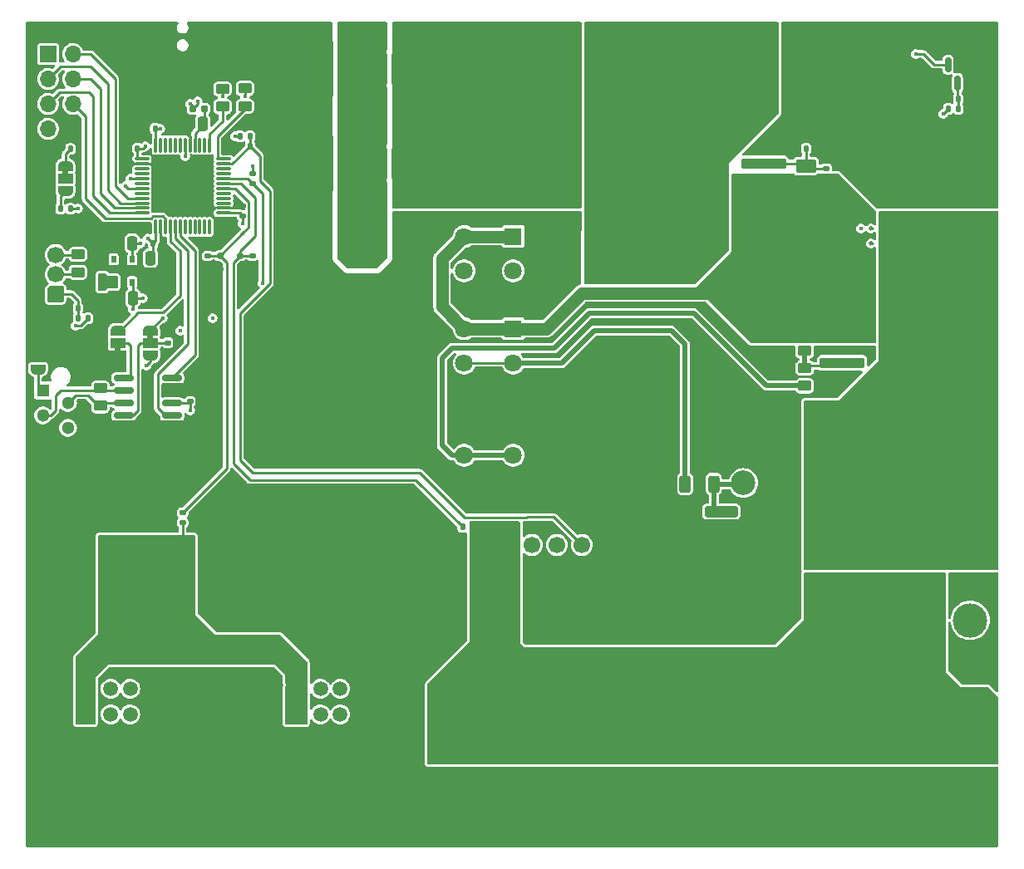
<source format=gbl>
G04 #@! TF.GenerationSoftware,KiCad,Pcbnew,8.0.3*
G04 #@! TF.CreationDate,2024-08-23T22:21:50+02:00*
G04 #@! TF.ProjectId,temp_power_management,74656d70-5f70-46f7-9765-725f6d616e61,rev?*
G04 #@! TF.SameCoordinates,Original*
G04 #@! TF.FileFunction,Copper,L4,Bot*
G04 #@! TF.FilePolarity,Positive*
%FSLAX46Y46*%
G04 Gerber Fmt 4.6, Leading zero omitted, Abs format (unit mm)*
G04 Created by KiCad (PCBNEW 8.0.3) date 2024-08-23 22:21:50*
%MOMM*%
%LPD*%
G01*
G04 APERTURE LIST*
G04 Aperture macros list*
%AMRoundRect*
0 Rectangle with rounded corners*
0 $1 Rounding radius*
0 $2 $3 $4 $5 $6 $7 $8 $9 X,Y pos of 4 corners*
0 Add a 4 corners polygon primitive as box body*
4,1,4,$2,$3,$4,$5,$6,$7,$8,$9,$2,$3,0*
0 Add four circle primitives for the rounded corners*
1,1,$1+$1,$2,$3*
1,1,$1+$1,$4,$5*
1,1,$1+$1,$6,$7*
1,1,$1+$1,$8,$9*
0 Add four rect primitives between the rounded corners*
20,1,$1+$1,$2,$3,$4,$5,0*
20,1,$1+$1,$4,$5,$6,$7,0*
20,1,$1+$1,$6,$7,$8,$9,0*
20,1,$1+$1,$8,$9,$2,$3,0*%
%AMOutline5P*
0 Free polygon, 5 corners , with rotation*
0 The origin of the aperture is its center*
0 number of corners: always 5*
0 $1 to $10 corner X, Y*
0 $11 Rotation angle, in degrees counterclockwise*
0 create outline with 5 corners*
4,1,5,$1,$2,$3,$4,$5,$6,$7,$8,$9,$10,$1,$2,$11*%
%AMOutline6P*
0 Free polygon, 6 corners , with rotation*
0 The origin of the aperture is its center*
0 number of corners: always 6*
0 $1 to $12 corner X, Y*
0 $13 Rotation angle, in degrees counterclockwise*
0 create outline with 6 corners*
4,1,6,$1,$2,$3,$4,$5,$6,$7,$8,$9,$10,$11,$12,$1,$2,$13*%
%AMOutline7P*
0 Free polygon, 7 corners , with rotation*
0 The origin of the aperture is its center*
0 number of corners: always 7*
0 $1 to $14 corner X, Y*
0 $15 Rotation angle, in degrees counterclockwise*
0 create outline with 7 corners*
4,1,7,$1,$2,$3,$4,$5,$6,$7,$8,$9,$10,$11,$12,$13,$14,$1,$2,$15*%
%AMOutline8P*
0 Free polygon, 8 corners , with rotation*
0 The origin of the aperture is its center*
0 number of corners: always 8*
0 $1 to $16 corner X, Y*
0 $17 Rotation angle, in degrees counterclockwise*
0 create outline with 8 corners*
4,1,8,$1,$2,$3,$4,$5,$6,$7,$8,$9,$10,$11,$12,$13,$14,$15,$16,$1,$2,$17*%
%AMFreePoly0*
4,1,19,0.550000,-0.750000,0.000000,-0.750000,0.000000,-0.744911,-0.071157,-0.744911,-0.207708,-0.704816,-0.327430,-0.627875,-0.420627,-0.520320,-0.479746,-0.390866,-0.500000,-0.250000,-0.500000,0.250000,-0.479746,0.390866,-0.420627,0.520320,-0.327430,0.627875,-0.207708,0.704816,-0.071157,0.744911,0.000000,0.744911,0.000000,0.750000,0.550000,0.750000,0.550000,-0.750000,0.550000,-0.750000,
$1*%
%AMFreePoly1*
4,1,19,0.000000,0.744911,0.071157,0.744911,0.207708,0.704816,0.327430,0.627875,0.420627,0.520320,0.479746,0.390866,0.500000,0.250000,0.500000,-0.250000,0.479746,-0.390866,0.420627,-0.520320,0.327430,-0.627875,0.207708,-0.704816,0.071157,-0.744911,0.000000,-0.744911,0.000000,-0.750000,-0.550000,-0.750000,-0.550000,0.750000,0.000000,0.750000,0.000000,0.744911,0.000000,0.744911,
$1*%
%AMFreePoly2*
4,1,19,0.500000,-0.750000,0.000000,-0.750000,0.000000,-0.744911,-0.071157,-0.744911,-0.207708,-0.704816,-0.327430,-0.627875,-0.420627,-0.520320,-0.479746,-0.390866,-0.500000,-0.250000,-0.500000,0.250000,-0.479746,0.390866,-0.420627,0.520320,-0.327430,0.627875,-0.207708,0.704816,-0.071157,0.744911,0.000000,0.744911,0.000000,0.750000,0.500000,0.750000,0.500000,-0.750000,0.500000,-0.750000,
$1*%
%AMFreePoly3*
4,1,19,0.000000,0.744911,0.071157,0.744911,0.207708,0.704816,0.327430,0.627875,0.420627,0.520320,0.479746,0.390866,0.500000,0.250000,0.500000,-0.250000,0.479746,-0.390866,0.420627,-0.520320,0.327430,-0.627875,0.207708,-0.704816,0.071157,-0.744911,0.000000,-0.744911,0.000000,-0.750000,-0.500000,-0.750000,-0.500000,0.750000,0.000000,0.750000,0.000000,0.744911,0.000000,0.744911,
$1*%
%AMFreePoly4*
4,1,18,-0.850000,0.510000,-0.510000,0.850000,0.600000,0.850000,0.695671,0.830970,0.776777,0.776777,0.830970,0.695671,0.850000,0.600000,0.850000,-0.600000,0.830970,-0.695671,0.776777,-0.776777,0.695671,-0.830970,0.600000,-0.850000,-0.600000,-0.850000,-0.695671,-0.830970,-0.776777,-0.776777,-0.830970,-0.695671,-0.850000,-0.600000,-0.850000,0.510000,-0.850000,0.510000,$1*%
G04 Aperture macros list end*
G04 #@! TA.AperFunction,EtchedComponent*
%ADD10C,0.000000*%
G04 #@! TD*
G04 #@! TA.AperFunction,SMDPad,CuDef*
%ADD11RoundRect,0.160000X-0.197500X-0.160000X0.197500X-0.160000X0.197500X0.160000X-0.197500X0.160000X0*%
G04 #@! TD*
G04 #@! TA.AperFunction,SMDPad,CuDef*
%ADD12RoundRect,0.135000X-0.185000X0.135000X-0.185000X-0.135000X0.185000X-0.135000X0.185000X0.135000X0*%
G04 #@! TD*
G04 #@! TA.AperFunction,SMDPad,CuDef*
%ADD13RoundRect,0.135000X-0.135000X-0.185000X0.135000X-0.185000X0.135000X0.185000X-0.135000X0.185000X0*%
G04 #@! TD*
G04 #@! TA.AperFunction,SMDPad,CuDef*
%ADD14RoundRect,0.135000X0.135000X0.185000X-0.135000X0.185000X-0.135000X-0.185000X0.135000X-0.185000X0*%
G04 #@! TD*
G04 #@! TA.AperFunction,ComponentPad*
%ADD15C,0.800000*%
G04 #@! TD*
G04 #@! TA.AperFunction,ComponentPad*
%ADD16C,6.400000*%
G04 #@! TD*
G04 #@! TA.AperFunction,SMDPad,CuDef*
%ADD17RoundRect,0.250000X0.450000X-0.262500X0.450000X0.262500X-0.450000X0.262500X-0.450000X-0.262500X0*%
G04 #@! TD*
G04 #@! TA.AperFunction,ComponentPad*
%ADD18R,1.800000X1.800000*%
G04 #@! TD*
G04 #@! TA.AperFunction,ComponentPad*
%ADD19C,1.800000*%
G04 #@! TD*
G04 #@! TA.AperFunction,ComponentPad*
%ADD20C,2.500000*%
G04 #@! TD*
G04 #@! TA.AperFunction,ComponentPad*
%ADD21C,4.000000*%
G04 #@! TD*
G04 #@! TA.AperFunction,ComponentPad*
%ADD22C,3.500000*%
G04 #@! TD*
G04 #@! TA.AperFunction,ComponentPad*
%ADD23R,3.800000X3.800000*%
G04 #@! TD*
G04 #@! TA.AperFunction,ComponentPad*
%ADD24C,3.800000*%
G04 #@! TD*
G04 #@! TA.AperFunction,SMDPad,CuDef*
%ADD25RoundRect,0.150000X0.150000X-0.587500X0.150000X0.587500X-0.150000X0.587500X-0.150000X-0.587500X0*%
G04 #@! TD*
G04 #@! TA.AperFunction,SMDPad,CuDef*
%ADD26FreePoly0,270.000000*%
G04 #@! TD*
G04 #@! TA.AperFunction,SMDPad,CuDef*
%ADD27R,1.500000X1.000000*%
G04 #@! TD*
G04 #@! TA.AperFunction,SMDPad,CuDef*
%ADD28FreePoly1,270.000000*%
G04 #@! TD*
G04 #@! TA.AperFunction,ComponentPad*
%ADD29C,5.000000*%
G04 #@! TD*
G04 #@! TA.AperFunction,SMDPad,CuDef*
%ADD30RoundRect,0.150000X0.200000X-0.150000X0.200000X0.150000X-0.200000X0.150000X-0.200000X-0.150000X0*%
G04 #@! TD*
G04 #@! TA.AperFunction,SMDPad,CuDef*
%ADD31RoundRect,0.250000X0.250000X0.475000X-0.250000X0.475000X-0.250000X-0.475000X0.250000X-0.475000X0*%
G04 #@! TD*
G04 #@! TA.AperFunction,ComponentPad*
%ADD32RoundRect,1.500000X1.500000X-1.500000X1.500000X1.500000X-1.500000X1.500000X-1.500000X-1.500000X0*%
G04 #@! TD*
G04 #@! TA.AperFunction,ComponentPad*
%ADD33C,6.000000*%
G04 #@! TD*
G04 #@! TA.AperFunction,SMDPad,CuDef*
%ADD34RoundRect,0.250000X-0.450000X0.262500X-0.450000X-0.262500X0.450000X-0.262500X0.450000X0.262500X0*%
G04 #@! TD*
G04 #@! TA.AperFunction,SMDPad,CuDef*
%ADD35RoundRect,0.250000X-2.050000X-0.300000X2.050000X-0.300000X2.050000X0.300000X-2.050000X0.300000X0*%
G04 #@! TD*
G04 #@! TA.AperFunction,SMDPad,CuDef*
%ADD36RoundRect,0.250000X-2.025000X-2.375000X2.025000X-2.375000X2.025000X2.375000X-2.025000X2.375000X0*%
G04 #@! TD*
G04 #@! TA.AperFunction,SMDPad,CuDef*
%ADD37RoundRect,0.250002X-4.449998X-5.149998X4.449998X-5.149998X4.449998X5.149998X-4.449998X5.149998X0*%
G04 #@! TD*
G04 #@! TA.AperFunction,ComponentPad*
%ADD38R,1.500000X1.500000*%
G04 #@! TD*
G04 #@! TA.AperFunction,ComponentPad*
%ADD39C,1.500000*%
G04 #@! TD*
G04 #@! TA.AperFunction,SMDPad,CuDef*
%ADD40RoundRect,0.135000X0.185000X-0.135000X0.185000X0.135000X-0.185000X0.135000X-0.185000X-0.135000X0*%
G04 #@! TD*
G04 #@! TA.AperFunction,SMDPad,CuDef*
%ADD41RoundRect,0.140000X-0.140000X-0.170000X0.140000X-0.170000X0.140000X0.170000X-0.140000X0.170000X0*%
G04 #@! TD*
G04 #@! TA.AperFunction,SMDPad,CuDef*
%ADD42RoundRect,0.250000X1.450000X-0.312500X1.450000X0.312500X-1.450000X0.312500X-1.450000X-0.312500X0*%
G04 #@! TD*
G04 #@! TA.AperFunction,ComponentPad*
%ADD43R,1.700000X1.700000*%
G04 #@! TD*
G04 #@! TA.AperFunction,ComponentPad*
%ADD44O,1.700000X1.700000*%
G04 #@! TD*
G04 #@! TA.AperFunction,SMDPad,CuDef*
%ADD45RoundRect,0.140000X0.170000X-0.140000X0.170000X0.140000X-0.170000X0.140000X-0.170000X-0.140000X0*%
G04 #@! TD*
G04 #@! TA.AperFunction,SMDPad,CuDef*
%ADD46RoundRect,0.140000X-0.170000X0.140000X-0.170000X-0.140000X0.170000X-0.140000X0.170000X0.140000X0*%
G04 #@! TD*
G04 #@! TA.AperFunction,SMDPad,CuDef*
%ADD47FreePoly2,90.000000*%
G04 #@! TD*
G04 #@! TA.AperFunction,SMDPad,CuDef*
%ADD48FreePoly3,90.000000*%
G04 #@! TD*
G04 #@! TA.AperFunction,ComponentPad*
%ADD49RoundRect,2.500000X-0.000010X-1.500000X0.000010X-1.500000X0.000010X1.500000X-0.000010X1.500000X0*%
G04 #@! TD*
G04 #@! TA.AperFunction,ComponentPad*
%ADD50RoundRect,2.500000X0.000010X-1.500000X0.000010X1.500000X-0.000010X1.500000X-0.000010X-1.500000X0*%
G04 #@! TD*
G04 #@! TA.AperFunction,ComponentPad*
%ADD51Outline8P,-2.500000X2.750000X-1.250000X4.000000X1.250000X4.000000X2.500000X2.750000X2.500000X-2.750000X1.250000X-4.000000X-1.250000X-4.000000X-2.500000X-2.750000X0.000000*%
G04 #@! TD*
G04 #@! TA.AperFunction,SMDPad,CuDef*
%ADD52RoundRect,0.140000X0.140000X0.170000X-0.140000X0.170000X-0.140000X-0.170000X0.140000X-0.170000X0*%
G04 #@! TD*
G04 #@! TA.AperFunction,SMDPad,CuDef*
%ADD53R,0.510000X0.700000*%
G04 #@! TD*
G04 #@! TA.AperFunction,SMDPad,CuDef*
%ADD54RoundRect,0.250000X-0.250000X-0.475000X0.250000X-0.475000X0.250000X0.475000X-0.250000X0.475000X0*%
G04 #@! TD*
G04 #@! TA.AperFunction,SMDPad,CuDef*
%ADD55RoundRect,0.250000X0.800000X-0.450000X0.800000X0.450000X-0.800000X0.450000X-0.800000X-0.450000X0*%
G04 #@! TD*
G04 #@! TA.AperFunction,SMDPad,CuDef*
%ADD56RoundRect,0.150000X0.825000X0.150000X-0.825000X0.150000X-0.825000X-0.150000X0.825000X-0.150000X0*%
G04 #@! TD*
G04 #@! TA.AperFunction,SMDPad,CuDef*
%ADD57RoundRect,0.250000X0.450000X0.800000X-0.450000X0.800000X-0.450000X-0.800000X0.450000X-0.800000X0*%
G04 #@! TD*
G04 #@! TA.AperFunction,ComponentPad*
%ADD58R,1.300000X1.300000*%
G04 #@! TD*
G04 #@! TA.AperFunction,ComponentPad*
%ADD59C,1.300000*%
G04 #@! TD*
G04 #@! TA.AperFunction,SMDPad,CuDef*
%ADD60FreePoly0,90.000000*%
G04 #@! TD*
G04 #@! TA.AperFunction,SMDPad,CuDef*
%ADD61FreePoly1,90.000000*%
G04 #@! TD*
G04 #@! TA.AperFunction,SMDPad,CuDef*
%ADD62RoundRect,0.250000X2.050000X0.300000X-2.050000X0.300000X-2.050000X-0.300000X2.050000X-0.300000X0*%
G04 #@! TD*
G04 #@! TA.AperFunction,SMDPad,CuDef*
%ADD63RoundRect,0.250000X2.025000X2.375000X-2.025000X2.375000X-2.025000X-2.375000X2.025000X-2.375000X0*%
G04 #@! TD*
G04 #@! TA.AperFunction,SMDPad,CuDef*
%ADD64RoundRect,0.250002X4.449998X5.149998X-4.449998X5.149998X-4.449998X-5.149998X4.449998X-5.149998X0*%
G04 #@! TD*
G04 #@! TA.AperFunction,ComponentPad*
%ADD65FreePoly4,0.000000*%
G04 #@! TD*
G04 #@! TA.AperFunction,ComponentPad*
%ADD66C,1.700000*%
G04 #@! TD*
G04 #@! TA.AperFunction,ComponentPad*
%ADD67RoundRect,0.250000X-0.900000X-0.600000X0.900000X-0.600000X0.900000X0.600000X-0.900000X0.600000X0*%
G04 #@! TD*
G04 #@! TA.AperFunction,SMDPad,CuDef*
%ADD68RoundRect,0.250000X-0.312500X-0.625000X0.312500X-0.625000X0.312500X0.625000X-0.312500X0.625000X0*%
G04 #@! TD*
G04 #@! TA.AperFunction,SMDPad,CuDef*
%ADD69RoundRect,0.075000X-0.075000X0.662500X-0.075000X-0.662500X0.075000X-0.662500X0.075000X0.662500X0*%
G04 #@! TD*
G04 #@! TA.AperFunction,SMDPad,CuDef*
%ADD70RoundRect,0.075000X-0.662500X0.075000X-0.662500X-0.075000X0.662500X-0.075000X0.662500X0.075000X0*%
G04 #@! TD*
G04 #@! TA.AperFunction,ViaPad*
%ADD71C,0.450000*%
G04 #@! TD*
G04 #@! TA.AperFunction,Conductor*
%ADD72C,0.508000*%
G04 #@! TD*
G04 #@! TA.AperFunction,Conductor*
%ADD73C,1.270000*%
G04 #@! TD*
G04 #@! TA.AperFunction,Conductor*
%ADD74C,0.254000*%
G04 #@! TD*
G04 APERTURE END LIST*
D10*
G04 #@! TA.AperFunction,EtchedComponent*
G36*
X103932000Y-74530000D02*
G01*
X103332000Y-74530000D01*
X103332000Y-74030000D01*
X103932000Y-74030000D01*
X103932000Y-74530000D01*
G37*
G04 #@! TD.AperFunction*
G04 #@! TA.AperFunction,EtchedComponent*
G36*
X112568000Y-91294000D02*
G01*
X111968000Y-91294000D01*
X111968000Y-90794000D01*
X112568000Y-90794000D01*
X112568000Y-91294000D01*
G37*
G04 #@! TD.AperFunction*
G04 #@! TA.AperFunction,EtchedComponent*
G36*
X109266000Y-92594000D02*
G01*
X108666000Y-92594000D01*
X108666000Y-92094000D01*
X109266000Y-92094000D01*
X109266000Y-92594000D01*
G37*
G04 #@! TD.AperFunction*
D11*
X116586000Y-67818000D03*
X117781000Y-67818000D03*
D12*
X181102000Y-73910000D03*
X181102000Y-74930000D03*
D13*
X121408000Y-71628000D03*
X122428000Y-71628000D03*
D14*
X122426000Y-70612000D03*
X121406000Y-70612000D03*
D15*
X192672000Y-73152000D03*
X193374944Y-71454944D03*
X193374944Y-74849056D03*
X195072000Y-70752000D03*
D16*
X195072000Y-73152000D03*
D15*
X195072000Y-75552000D03*
X196769056Y-71454944D03*
X196769056Y-74849056D03*
X197472000Y-73152000D03*
D14*
X105920000Y-88138000D03*
X104900000Y-88138000D03*
D13*
X104900000Y-89154000D03*
X105920000Y-89154000D03*
D17*
X119634000Y-67611000D03*
X119634000Y-65786000D03*
X121920000Y-67564000D03*
X121920000Y-65739000D03*
D18*
X149240000Y-80833000D03*
D19*
X144240000Y-80833000D03*
X149240000Y-84333000D03*
X144240000Y-84333000D03*
D20*
X172694000Y-105949000D03*
X172694000Y-116149000D03*
D21*
X188094000Y-119949000D03*
D22*
X195794000Y-119949000D03*
D21*
X185554000Y-102169000D03*
D23*
X128858000Y-81280000D03*
D24*
X133858000Y-81280000D03*
D25*
X194498000Y-65199500D03*
X192598000Y-65199500D03*
X193548000Y-63324500D03*
D13*
X103122000Y-78008000D03*
X104142000Y-78008000D03*
D17*
X104902000Y-84478500D03*
X104902000Y-82653500D03*
D26*
X103632000Y-73630000D03*
D27*
X103632000Y-74930000D03*
D28*
X103632000Y-76230000D03*
D29*
X147754000Y-63754000D03*
X170254000Y-63754000D03*
D30*
X119380000Y-82804000D03*
X119380000Y-84204000D03*
D31*
X117602000Y-69342000D03*
X115702000Y-69342000D03*
D32*
X145415000Y-138430000D03*
D33*
X145415000Y-131230000D03*
D13*
X103120000Y-71912000D03*
X104140000Y-71912000D03*
D34*
X178925000Y-90678000D03*
X178925000Y-92503000D03*
D18*
X149240000Y-90231000D03*
D19*
X144240000Y-90231000D03*
X149240000Y-93731000D03*
X144240000Y-93731000D03*
D35*
X182735000Y-93726000D03*
D36*
X189460000Y-93961000D03*
X189460000Y-88411000D03*
D37*
X191885000Y-91186000D03*
D36*
X194310000Y-93961000D03*
X194310000Y-88411000D03*
D35*
X182735000Y-88646000D03*
D38*
X105736000Y-129540000D03*
D39*
X108236000Y-129540000D03*
X110236000Y-129540000D03*
X112736000Y-129540000D03*
X105736000Y-126920000D03*
X108236000Y-126920000D03*
X110236000Y-126920000D03*
X112736000Y-126920000D03*
D22*
X102666000Y-132250000D03*
X115806000Y-132250000D03*
X102666000Y-126570000D03*
X115806000Y-126570000D03*
D40*
X122682000Y-83822000D03*
X122682000Y-82802000D03*
D41*
X112550000Y-81534000D03*
X113510000Y-81534000D03*
D42*
X170434000Y-108860500D03*
X170434000Y-113135500D03*
D43*
X101849000Y-62240000D03*
D44*
X104389000Y-62240000D03*
X101849000Y-64780000D03*
X104389000Y-64780000D03*
X101849000Y-67320000D03*
X104389000Y-67320000D03*
X101849000Y-69860000D03*
X104389000Y-69860000D03*
D31*
X110424000Y-81534000D03*
X108524000Y-81534000D03*
D32*
X174498000Y-138474000D03*
D33*
X174498000Y-131274000D03*
D32*
X194056000Y-138518000D03*
D33*
X194056000Y-131318000D03*
D45*
X121666000Y-78712000D03*
X121666000Y-77752000D03*
D30*
X121412000Y-82804000D03*
X121412000Y-84204000D03*
D46*
X114046000Y-90706000D03*
X114046000Y-91666000D03*
D47*
X100838000Y-94376000D03*
D48*
X100838000Y-93076000D03*
D12*
X122682000Y-74420000D03*
X122682000Y-75440000D03*
D32*
X184150000Y-138430000D03*
D33*
X184150000Y-131230000D03*
D49*
X139358000Y-73406000D03*
D50*
X133858000Y-73406000D03*
D51*
X128358000Y-73406000D03*
D12*
X115570000Y-108966000D03*
X115570000Y-109986000D03*
D34*
X107188000Y-96266000D03*
X107188000Y-98091000D03*
D52*
X110970000Y-71882000D03*
X110010000Y-71882000D03*
D26*
X112268000Y-90394000D03*
D27*
X112268000Y-91694000D03*
D28*
X112268000Y-92994000D03*
D38*
X127112000Y-129540000D03*
D39*
X129612000Y-129540000D03*
X131612000Y-129540000D03*
X134112000Y-129540000D03*
X127112000Y-126920000D03*
X129612000Y-126920000D03*
X131612000Y-126920000D03*
X134112000Y-126920000D03*
D22*
X124042000Y-132250000D03*
X137182000Y-132250000D03*
X124042000Y-126570000D03*
X137182000Y-126570000D03*
D53*
X110424000Y-85488000D03*
X109474000Y-85488000D03*
X108524000Y-85488000D03*
X108524000Y-83168000D03*
X110424000Y-83168000D03*
D14*
X194564000Y-67818000D03*
X193544000Y-67818000D03*
D51*
X128358000Y-63754000D03*
D50*
X133858000Y-63754000D03*
D49*
X139358000Y-63754000D03*
D13*
X193544000Y-66802000D03*
X194564000Y-66802000D03*
D31*
X110490000Y-87122000D03*
X108590000Y-87122000D03*
D54*
X112268000Y-83058000D03*
X114168000Y-83058000D03*
D32*
X164846000Y-138430000D03*
D33*
X164846000Y-131230000D03*
D55*
X179070000Y-78060000D03*
X179070000Y-73660000D03*
D56*
X114489000Y-95250000D03*
X114489000Y-96520000D03*
X114489000Y-97790000D03*
X114489000Y-99060000D03*
X109539000Y-99060000D03*
X109539000Y-97790000D03*
X109539000Y-96520000D03*
X109539000Y-95250000D03*
D52*
X112776000Y-69850000D03*
X111816000Y-69850000D03*
D57*
X144862000Y-123952000D03*
X140462000Y-123952000D03*
D34*
X178925000Y-94234000D03*
X178925000Y-96059000D03*
D58*
X101346000Y-96520000D03*
D59*
X103886000Y-97790000D03*
X101346000Y-99060000D03*
X103886000Y-100330000D03*
D13*
X144080000Y-110420000D03*
X145100000Y-110420000D03*
D18*
X149240000Y-99629000D03*
D19*
X144240000Y-99629000D03*
X149240000Y-103129000D03*
X144240000Y-103129000D03*
D60*
X108966000Y-92994000D03*
D27*
X108966000Y-91694000D03*
D61*
X108966000Y-90394000D03*
D62*
X174758000Y-73406000D03*
D63*
X168033000Y-73171000D03*
X168033000Y-78721000D03*
D64*
X165608000Y-75946000D03*
D63*
X163183000Y-73171000D03*
X163183000Y-78721000D03*
D62*
X174758000Y-78486000D03*
D13*
X178050000Y-71882000D03*
X179070000Y-71882000D03*
D33*
X155194000Y-131230000D03*
D32*
X155194000Y-138430000D03*
D46*
X116332000Y-96672740D03*
X116332000Y-97632740D03*
D65*
X102616000Y-86702000D03*
D66*
X102616000Y-84702000D03*
X102616000Y-82702000D03*
D67*
X102616000Y-80702000D03*
X102616000Y-88702000D03*
D68*
X169672000Y-106066500D03*
X166747000Y-106066500D03*
D69*
X112820000Y-71529500D03*
X113320000Y-71529500D03*
X113820000Y-71529500D03*
X114320000Y-71529500D03*
X114820000Y-71529500D03*
X115320000Y-71529500D03*
X115820000Y-71529500D03*
X116320000Y-71529500D03*
X116820000Y-71529500D03*
X117320000Y-71529500D03*
X117820000Y-71529500D03*
X118320000Y-71529500D03*
D70*
X119732500Y-72942000D03*
X119732500Y-73442000D03*
X119732500Y-73942000D03*
X119732500Y-74442000D03*
X119732500Y-74942000D03*
X119732500Y-75442000D03*
X119732500Y-75942000D03*
X119732500Y-76442000D03*
X119732500Y-76942000D03*
X119732500Y-77442000D03*
X119732500Y-77942000D03*
X119732500Y-78442000D03*
D69*
X118320000Y-79854500D03*
X117820000Y-79854500D03*
X117320000Y-79854500D03*
X116820000Y-79854500D03*
X116320000Y-79854500D03*
X115820000Y-79854500D03*
X115320000Y-79854500D03*
X114820000Y-79854500D03*
X114320000Y-79854500D03*
X113820000Y-79854500D03*
X113320000Y-79854500D03*
X112820000Y-79854500D03*
D70*
X111407500Y-78442000D03*
X111407500Y-77942000D03*
X111407500Y-77442000D03*
X111407500Y-76942000D03*
X111407500Y-76442000D03*
X111407500Y-75942000D03*
X111407500Y-75442000D03*
X111407500Y-74942000D03*
X111407500Y-74442000D03*
X111407500Y-73942000D03*
X111407500Y-73442000D03*
X111407500Y-72942000D03*
D43*
X107950000Y-112268000D03*
D66*
X110490000Y-112268000D03*
X113030000Y-112268000D03*
X115570000Y-112268000D03*
X118110000Y-112268000D03*
X120650000Y-112268000D03*
X140970000Y-112268000D03*
X143510000Y-112268000D03*
X146050000Y-112268000D03*
X148590000Y-112268000D03*
X151130000Y-112268000D03*
X153670000Y-112268000D03*
X156210000Y-112268000D03*
D40*
X118110000Y-83824000D03*
X118110000Y-82804000D03*
D71*
X194310000Y-123190000D03*
X194564000Y-116840000D03*
X117094000Y-67056000D03*
X116332000Y-67310000D03*
X116586000Y-69342000D03*
X118872000Y-68834000D03*
X107442000Y-84836000D03*
X107442000Y-86106000D03*
X102870000Y-71374000D03*
X118364000Y-84582000D03*
X114554000Y-84328000D03*
X113792000Y-84328000D03*
X120904000Y-71628000D03*
X120904000Y-70612000D03*
X111760000Y-71628000D03*
X109474000Y-71374000D03*
X109474000Y-73152000D03*
X109728000Y-75692000D03*
X104648000Y-89916000D03*
X119634000Y-66548000D03*
X121920000Y-66548000D03*
X118618000Y-89154000D03*
X115316000Y-90424000D03*
X109474000Y-64008000D03*
X117602000Y-62484000D03*
X112268000Y-62230000D03*
X104394000Y-95758000D03*
X109220000Y-94234000D03*
X107442000Y-94996000D03*
X111252000Y-100076000D03*
X112014000Y-94996000D03*
X116332000Y-94742000D03*
X122682000Y-84582000D03*
X121412000Y-85090000D03*
X119380000Y-85090000D03*
X117602000Y-87376000D03*
X117602000Y-84582000D03*
X117094000Y-81280000D03*
X115570000Y-66548000D03*
X111506000Y-70612000D03*
X177292000Y-71374000D03*
X177292000Y-72136000D03*
X173228000Y-72136000D03*
X180340000Y-94996000D03*
X181864000Y-96774000D03*
X183896000Y-94996000D03*
X177800000Y-95250000D03*
X177546000Y-92710000D03*
X185674000Y-93472000D03*
X185674000Y-92456000D03*
X181102000Y-92456000D03*
X184658000Y-80010000D03*
X185674000Y-81534000D03*
X185674000Y-80010000D03*
X193548000Y-64770000D03*
X192024000Y-67310000D03*
X192532000Y-66548000D03*
X182118000Y-61976000D03*
X183134000Y-61976000D03*
X186944000Y-61976000D03*
X185928000Y-61976000D03*
X184150000Y-74930000D03*
X177292000Y-117602000D03*
X149098000Y-108712000D03*
X150876000Y-109982000D03*
X155194000Y-97282000D03*
X153162000Y-105156000D03*
X155448000Y-78740000D03*
X147828000Y-82550000D03*
X137668000Y-78994000D03*
X169926000Y-89154000D03*
X165279747Y-87833568D03*
X158295723Y-87851475D03*
X154929065Y-89570620D03*
X154982788Y-91791181D03*
X157328704Y-89534804D03*
X161984720Y-89552712D03*
X166624000Y-89662000D03*
X169164000Y-93472000D03*
X177546000Y-119126000D03*
X175260000Y-121666000D03*
X151130000Y-115316000D03*
X151384000Y-121412000D03*
X103886000Y-129286000D03*
X105918000Y-120904000D03*
X108458000Y-125476000D03*
X126746000Y-131572000D03*
X126238000Y-121158000D03*
X129032000Y-125222000D03*
X119634000Y-120396000D03*
X135128000Y-124714000D03*
X133350000Y-125222000D03*
X101854000Y-92202000D03*
X100838000Y-80518000D03*
X109474000Y-86614000D03*
X109474000Y-84836000D03*
X107696000Y-87376000D03*
X108204000Y-88138000D03*
X107696000Y-81026000D03*
X107696000Y-82042000D03*
X121158000Y-77216000D03*
X120142000Y-80264000D03*
X113030000Y-77470000D03*
X118364000Y-73406000D03*
X117856000Y-78232000D03*
X113284000Y-73152000D03*
X115062000Y-70104000D03*
X115062000Y-68834000D03*
X110998000Y-69850000D03*
X122682000Y-73660000D03*
X123698000Y-85598000D03*
X193040000Y-68326000D03*
X185464000Y-79248000D03*
X187452000Y-78994000D03*
X116332000Y-96012000D03*
X116332000Y-98552000D03*
X115824000Y-72644000D03*
X121666000Y-79502000D03*
X104902000Y-77978000D03*
X111887000Y-93980000D03*
X113538000Y-89154000D03*
X110490000Y-88265000D03*
X111506000Y-87122000D03*
X107950000Y-85488000D03*
X111252000Y-81534000D03*
X112014000Y-81026000D03*
X113284000Y-69850000D03*
X188595000Y-59309000D03*
X194945000Y-59309000D03*
X198120000Y-62484000D03*
X197612000Y-116840000D03*
X197612000Y-123190000D03*
X194945000Y-141859000D03*
X188595000Y-65659000D03*
X198374000Y-141859000D03*
X188595000Y-72009000D03*
X198120000Y-76962000D03*
X198374000Y-135509000D03*
X198120000Y-68834000D03*
X188595000Y-141859000D03*
X188595000Y-135509000D03*
X182245000Y-59309000D03*
X112395000Y-59309000D03*
X106045000Y-59309000D03*
X118745000Y-59309000D03*
X99822000Y-59309000D03*
X125095000Y-59309000D03*
X182245000Y-72009000D03*
X175895000Y-72009000D03*
X99822000Y-65659000D03*
X112395000Y-65659000D03*
X99822000Y-72009000D03*
X125095000Y-72009000D03*
X125095000Y-65659000D03*
X163195000Y-135509000D03*
X144145000Y-141859000D03*
X137795000Y-141859000D03*
X137795000Y-129159000D03*
X169545000Y-135509000D03*
X150495000Y-135509000D03*
X150495000Y-141859000D03*
X156845000Y-141859000D03*
X182245000Y-135509000D03*
X137795000Y-135509000D03*
X169545000Y-141859000D03*
X163195000Y-141859000D03*
X175895000Y-141859000D03*
X182245000Y-141859000D03*
X99822000Y-129159000D03*
X112395000Y-135509000D03*
X106045000Y-135509000D03*
X118745000Y-129159000D03*
X118745000Y-135509000D03*
X99822000Y-135509000D03*
X99822000Y-141859000D03*
X106045000Y-141859000D03*
X131445000Y-135509000D03*
X125095000Y-135509000D03*
X118745000Y-141859000D03*
X125095000Y-129159000D03*
X112395000Y-141859000D03*
X125095000Y-141859000D03*
X131445000Y-141859000D03*
X99822000Y-103759000D03*
X112395000Y-110109000D03*
X106045000Y-103759000D03*
X106045000Y-110109000D03*
X112395000Y-103759000D03*
X118745000Y-103759000D03*
X99822000Y-110109000D03*
X99822000Y-122809000D03*
X99822000Y-116459000D03*
X106045000Y-116459000D03*
X131445000Y-110109000D03*
X125095000Y-110109000D03*
X131445000Y-103759000D03*
X118745000Y-116459000D03*
X125095000Y-103759000D03*
X125095000Y-116459000D03*
X131445000Y-116459000D03*
X131445000Y-122809000D03*
X163195000Y-110109000D03*
X156845000Y-103759000D03*
X156845000Y-110109000D03*
X137795000Y-116459000D03*
X169545000Y-103759000D03*
X137795000Y-122809000D03*
X137795000Y-103759000D03*
X156845000Y-116459000D03*
X175895000Y-110109000D03*
X137795000Y-110109000D03*
X169545000Y-116459000D03*
X175895000Y-103759000D03*
X137795000Y-91059000D03*
X144145000Y-97409000D03*
X137795000Y-97409000D03*
X150495000Y-97409000D03*
X137795000Y-84709000D03*
X175895000Y-97409000D03*
X169545000Y-97409000D03*
X163195000Y-97409000D03*
X125095000Y-91059000D03*
X131445000Y-91059000D03*
X131445000Y-97409000D03*
X125095000Y-97409000D03*
X118745000Y-91059000D03*
X118745000Y-97409000D03*
X125095000Y-78359000D03*
X131445000Y-84709000D03*
X125095000Y-84709000D03*
X99822000Y-91059000D03*
X106045000Y-91059000D03*
X99822000Y-97409000D03*
X99822000Y-78359000D03*
X106045000Y-78359000D03*
X99822000Y-84709000D03*
X190246000Y-62230000D03*
X103632000Y-74930000D03*
X110236000Y-74942000D03*
X194945000Y-135509000D03*
X175895000Y-135509000D03*
D72*
X144240000Y-103129000D02*
X149240000Y-103129000D01*
X143007000Y-103129000D02*
X144240000Y-103129000D01*
X141986000Y-102108000D02*
X143007000Y-103129000D01*
X156972000Y-88646000D02*
X153416000Y-92202000D01*
X167640000Y-88646000D02*
X156972000Y-88646000D01*
X153416000Y-92202000D02*
X143002000Y-92202000D01*
X143002000Y-92202000D02*
X141986000Y-93218000D01*
X175053000Y-96059000D02*
X167640000Y-88646000D01*
X141986000Y-93218000D02*
X141986000Y-102108000D01*
X178925000Y-96059000D02*
X175053000Y-96059000D01*
X144240000Y-103129000D02*
X144240000Y-103080000D01*
D73*
X144240000Y-80833000D02*
X149240000Y-80833000D01*
X141986000Y-83087000D02*
X144240000Y-80833000D01*
X141986000Y-87977000D02*
X141986000Y-83087000D01*
X144240000Y-90231000D02*
X141986000Y-87977000D01*
X149240000Y-90231000D02*
X144240000Y-90231000D01*
X156210000Y-86614000D02*
X152593000Y-90231000D01*
X152593000Y-90231000D02*
X149240000Y-90231000D01*
X180703000Y-86614000D02*
X156210000Y-86614000D01*
X182735000Y-88646000D02*
X180703000Y-86614000D01*
D74*
X144240000Y-93731000D02*
X149240000Y-93731000D01*
D72*
X154173000Y-93731000D02*
X149240000Y-93731000D01*
X157480000Y-90424000D02*
X154173000Y-93731000D01*
X165354000Y-90424000D02*
X157480000Y-90424000D01*
X166747000Y-91817000D02*
X165354000Y-90424000D01*
X166747000Y-106066500D02*
X166747000Y-91817000D01*
D74*
X117094000Y-67310000D02*
X117094000Y-67056000D01*
X116586000Y-67818000D02*
X117094000Y-67310000D01*
X116586000Y-67564000D02*
X116332000Y-67310000D01*
X116586000Y-67818000D02*
X116586000Y-67564000D01*
X117781000Y-69163000D02*
X117602000Y-69342000D01*
X117781000Y-67818000D02*
X117781000Y-69163000D01*
X116820000Y-70337448D02*
X117790000Y-69367448D01*
X116820000Y-71529500D02*
X116820000Y-70337448D01*
X115890000Y-70170000D02*
X115890000Y-69088000D01*
X116320000Y-71529500D02*
X116320000Y-70600000D01*
X116320000Y-70600000D02*
X115890000Y-70170000D01*
X108524000Y-85488000D02*
X108348000Y-85488000D01*
X112550000Y-82776000D02*
X112268000Y-83058000D01*
X112550000Y-81534000D02*
X112550000Y-82776000D01*
X114168000Y-82844850D02*
X114168000Y-83058000D01*
X113510000Y-82186850D02*
X114168000Y-82844850D01*
X113510000Y-81534000D02*
X113510000Y-82186850D01*
X179320000Y-73910000D02*
X179070000Y-73660000D01*
X181102000Y-73910000D02*
X179320000Y-73910000D01*
X120735000Y-83481000D02*
X121412000Y-82804000D01*
X122428000Y-105664000D02*
X120735000Y-103971000D01*
X120735000Y-103971000D02*
X120735000Y-83481000D01*
X139324000Y-105664000D02*
X122428000Y-105664000D01*
X144080000Y-110420000D02*
X139324000Y-105664000D01*
X153372000Y-109430000D02*
X156210000Y-112268000D01*
X150647354Y-109430000D02*
X153372000Y-109430000D01*
X150603354Y-109474000D02*
X150647354Y-109430000D01*
X144272000Y-109474000D02*
X150603354Y-109474000D01*
X139700000Y-104902000D02*
X144272000Y-109474000D01*
X121412000Y-103632000D02*
X122682000Y-104902000D01*
X124460000Y-85616646D02*
X121412000Y-88664646D01*
X124460000Y-76200000D02*
X124460000Y-85616646D01*
X123444000Y-75184000D02*
X124460000Y-76200000D01*
X122682000Y-104902000D02*
X139700000Y-104902000D01*
X121412000Y-88664646D02*
X121412000Y-103632000D01*
X123444000Y-72644000D02*
X123444000Y-75184000D01*
X122428000Y-71628000D02*
X123444000Y-72644000D01*
X123698000Y-85598000D02*
X123698000Y-76456000D01*
X123698000Y-76456000D02*
X122682000Y-75440000D01*
X120614000Y-73442000D02*
X119732500Y-73442000D01*
X122428000Y-71628000D02*
X120614000Y-73442000D01*
X122426000Y-71626000D02*
X122428000Y-71628000D01*
X122426000Y-70612000D02*
X122426000Y-71626000D01*
X121406000Y-70612000D02*
X120904000Y-70612000D01*
X111506000Y-71882000D02*
X111760000Y-71628000D01*
X110970000Y-71882000D02*
X111506000Y-71882000D01*
X110970000Y-72942000D02*
X111407500Y-72942000D01*
X110970000Y-71882000D02*
X110970000Y-72942000D01*
X105158000Y-89916000D02*
X104648000Y-89916000D01*
X105920000Y-89154000D02*
X105158000Y-89916000D01*
X110599408Y-73442000D02*
X110010000Y-72852592D01*
X110010000Y-72852592D02*
X110010000Y-71882000D01*
X111407500Y-73442000D02*
X110599408Y-73442000D01*
X109728000Y-75692000D02*
X109978000Y-75942000D01*
X109978000Y-75942000D02*
X111407500Y-75942000D01*
X104900000Y-87374000D02*
X104228000Y-86702000D01*
X104900000Y-88138000D02*
X104900000Y-87374000D01*
X104228000Y-86702000D02*
X102616000Y-86702000D01*
X104900000Y-89154000D02*
X104900000Y-88138000D01*
X119126000Y-72942000D02*
X119732500Y-72942000D01*
X119126000Y-70612000D02*
X119126000Y-72942000D01*
X121920000Y-67564000D02*
X121920000Y-67818000D01*
X121920000Y-67818000D02*
X119126000Y-70612000D01*
X118320000Y-70402000D02*
X118320000Y-71529500D01*
X119634000Y-67611000D02*
X119634000Y-69088000D01*
X119634000Y-69088000D02*
X118320000Y-70402000D01*
X119634000Y-65786000D02*
X119634000Y-66548000D01*
X121920000Y-66548000D02*
X121920000Y-65739000D01*
X122682000Y-74420000D02*
X122682000Y-73660000D01*
X192102500Y-63324500D02*
X193548000Y-63324500D01*
X191008000Y-62230000D02*
X192102500Y-63324500D01*
X190246000Y-62230000D02*
X191008000Y-62230000D01*
D72*
X171555500Y-113135500D02*
X170434000Y-113135500D01*
X172694000Y-114274000D02*
X171555500Y-113135500D01*
X172694000Y-116149000D02*
X172694000Y-114274000D01*
X172576500Y-106066500D02*
X172694000Y-105949000D01*
X169672000Y-106066500D02*
X172576500Y-106066500D01*
D74*
X193544000Y-67818000D02*
X193544000Y-67822000D01*
X193544000Y-67822000D02*
X193040000Y-68326000D01*
X194564000Y-66802000D02*
X194564000Y-67818000D01*
X194498000Y-65199500D02*
X194498000Y-66736000D01*
X194498000Y-66736000D02*
X194564000Y-66802000D01*
X106426000Y-76708000D02*
X106426000Y-66548000D01*
X106021000Y-66143000D02*
X103026000Y-66143000D01*
X103026000Y-66143000D02*
X101849000Y-67320000D01*
X108160000Y-78442000D02*
X106426000Y-76708000D01*
X111407500Y-78442000D02*
X108160000Y-78442000D01*
X106426000Y-66548000D02*
X106021000Y-66143000D01*
X120057000Y-83481000D02*
X119380000Y-82804000D01*
X115570000Y-108966000D02*
X120057000Y-104479000D01*
X120057000Y-104479000D02*
X120057000Y-83481000D01*
X115570000Y-109986000D02*
X115570000Y-112268000D01*
X122303000Y-79881000D02*
X121666000Y-80518000D01*
X120900000Y-75942000D02*
X122303000Y-77345000D01*
X119732500Y-75942000D02*
X120900000Y-75942000D01*
X122303000Y-77345000D02*
X122303000Y-79881000D01*
X118110000Y-82804000D02*
X119380000Y-82804000D01*
X122936000Y-76894974D02*
X121483026Y-75442000D01*
X122936000Y-80772000D02*
X122936000Y-76894974D01*
X121412000Y-82804000D02*
X121412000Y-82296000D01*
X121412000Y-82296000D02*
X122936000Y-80772000D01*
X121483026Y-75442000D02*
X119732500Y-75442000D01*
X121795000Y-80389000D02*
X119380000Y-82804000D01*
X122680000Y-82804000D02*
X122682000Y-82802000D01*
X121412000Y-82804000D02*
X122680000Y-82804000D01*
X122184000Y-74942000D02*
X119732500Y-74942000D01*
X122682000Y-75440000D02*
X122184000Y-74942000D01*
X116332000Y-97632740D02*
X116332000Y-98552000D01*
X115820000Y-72640000D02*
X115824000Y-72644000D01*
X115820000Y-71529500D02*
X115820000Y-72640000D01*
X121666000Y-78712000D02*
X121666000Y-79502000D01*
X104872000Y-78008000D02*
X104902000Y-77978000D01*
X104142000Y-78008000D02*
X104872000Y-78008000D01*
X103632000Y-72420000D02*
X104140000Y-71912000D01*
X103632000Y-73630000D02*
X103632000Y-72420000D01*
X103122000Y-76740000D02*
X103632000Y-76230000D01*
X103122000Y-78008000D02*
X103122000Y-76740000D01*
X113582000Y-88602000D02*
X111042000Y-88602000D01*
X111042000Y-88602000D02*
X109250000Y-90394000D01*
X115315000Y-86869000D02*
X113582000Y-88602000D01*
X114320000Y-81342072D02*
X115315000Y-82337072D01*
X109250000Y-90394000D02*
X108966000Y-90394000D01*
X114320000Y-79854500D02*
X114320000Y-81342072D01*
X115315000Y-82337072D02*
X115315000Y-86869000D01*
X116840000Y-92899000D02*
X114489000Y-95250000D01*
X116840000Y-82296000D02*
X116840000Y-92899000D01*
X115320000Y-80776000D02*
X116840000Y-82296000D01*
X115320000Y-79854500D02*
X115320000Y-80776000D01*
X113792000Y-99060000D02*
X114489000Y-99060000D01*
X116078000Y-91821000D02*
X113030000Y-94869000D01*
X113030000Y-94869000D02*
X113030000Y-98298000D01*
X116078000Y-82296000D02*
X116078000Y-91821000D01*
X113030000Y-98298000D02*
X113792000Y-99060000D01*
X114820000Y-81038000D02*
X116078000Y-82296000D01*
X114820000Y-79854500D02*
X114820000Y-81038000D01*
X113508000Y-89154000D02*
X112268000Y-90394000D01*
X113538000Y-89154000D02*
X113508000Y-89154000D01*
X112268000Y-93599000D02*
X111887000Y-93980000D01*
X112268000Y-92994000D02*
X112268000Y-93599000D01*
X110490000Y-87122000D02*
X110490000Y-88265000D01*
X110490000Y-87122000D02*
X111506000Y-87122000D01*
X110490000Y-85554000D02*
X110424000Y-85488000D01*
X110490000Y-87122000D02*
X110490000Y-85554000D01*
X110424000Y-83168000D02*
X110424000Y-81534000D01*
X110424000Y-81534000D02*
X111252000Y-81534000D01*
X112522000Y-81534000D02*
X112014000Y-81026000D01*
X112550000Y-81534000D02*
X112522000Y-81534000D01*
X112776000Y-69850000D02*
X113284000Y-69850000D01*
X110236000Y-74942000D02*
X111407500Y-74942000D01*
X194562000Y-65263500D02*
X194498000Y-65199500D01*
X116332000Y-97632740D02*
X116174740Y-97790000D01*
X116252949Y-96672740D02*
X116100209Y-96520000D01*
X116332000Y-96672740D02*
X116252949Y-96672740D01*
X114489000Y-97790000D02*
X116174740Y-97790000D01*
X114489000Y-96520000D02*
X116100209Y-96520000D01*
X112268000Y-91694000D02*
X114018000Y-91694000D01*
X114018000Y-91694000D02*
X114046000Y-91666000D01*
D72*
X169672000Y-108860500D02*
X170434000Y-108860500D01*
X169672000Y-106066500D02*
X169672000Y-108860500D01*
X178925000Y-94234000D02*
X178925000Y-92503000D01*
D74*
X182457812Y-94003188D02*
X179155812Y-94003188D01*
X182735000Y-93726000D02*
X182457812Y-94003188D01*
X179070000Y-73660000D02*
X179070000Y-71882000D01*
X178816000Y-73406000D02*
X179070000Y-73660000D01*
X174758000Y-73406000D02*
X178816000Y-73406000D01*
X109982000Y-91694000D02*
X108966000Y-91694000D01*
X110236000Y-91948000D02*
X109982000Y-91694000D01*
X109539000Y-95250000D02*
X110236000Y-95250000D01*
X110236000Y-95250000D02*
X110236000Y-91948000D01*
X110998000Y-98575999D02*
X110513999Y-99060000D01*
X110998000Y-91948000D02*
X110998000Y-98575999D01*
X110513999Y-99060000D02*
X109539000Y-99060000D01*
X111252000Y-91694000D02*
X110998000Y-91948000D01*
X112268000Y-91694000D02*
X111252000Y-91694000D01*
X102616000Y-82702000D02*
X104853500Y-82702000D01*
X104853500Y-82702000D02*
X104902000Y-82653500D01*
X104678500Y-84702000D02*
X104902000Y-84478500D01*
X102616000Y-84702000D02*
X104678500Y-84702000D01*
X100838000Y-96012000D02*
X100838000Y-94376000D01*
X101346000Y-96520000D02*
X100838000Y-96012000D01*
X102616000Y-98552000D02*
X102108000Y-99060000D01*
X102616000Y-97028000D02*
X102616000Y-98552000D01*
X106934000Y-96520000D02*
X103124000Y-96520000D01*
X102108000Y-99060000D02*
X101346000Y-99060000D01*
X107188000Y-96266000D02*
X106934000Y-96520000D01*
X103124000Y-96520000D02*
X102616000Y-97028000D01*
X104648000Y-97028000D02*
X103886000Y-97790000D01*
X105918000Y-97028000D02*
X104648000Y-97028000D01*
X106981000Y-98091000D02*
X105918000Y-97028000D01*
X107188000Y-98091000D02*
X106981000Y-98091000D01*
X107489000Y-97790000D02*
X107188000Y-98091000D01*
X109539000Y-97790000D02*
X107489000Y-97790000D01*
X107442000Y-96520000D02*
X107188000Y-96266000D01*
X109539000Y-96520000D02*
X107442000Y-96520000D01*
X107696000Y-78994000D02*
X105664000Y-76962000D01*
X112372408Y-78994000D02*
X107696000Y-78994000D01*
X105664000Y-68595000D02*
X104389000Y-67320000D01*
X113563592Y-78790000D02*
X112576408Y-78790000D01*
X112576408Y-78790000D02*
X112372408Y-78994000D01*
X105664000Y-76962000D02*
X105664000Y-68595000D01*
X113820000Y-79854500D02*
X113820000Y-79046408D01*
X113820000Y-79046408D02*
X113563592Y-78790000D01*
X106182000Y-62240000D02*
X104389000Y-62240000D01*
X108712000Y-64770000D02*
X106182000Y-62240000D01*
X108712000Y-75692000D02*
X108712000Y-64770000D01*
X109962000Y-76942000D02*
X108712000Y-75692000D01*
X111407500Y-76942000D02*
X109962000Y-76942000D01*
X103129000Y-63500000D02*
X101849000Y-64780000D01*
X107950000Y-76132974D02*
X107950000Y-65278000D01*
X106172000Y-63500000D02*
X103129000Y-63500000D01*
X109259026Y-77442000D02*
X107950000Y-76132974D01*
X107950000Y-65278000D02*
X106172000Y-63500000D01*
X111407500Y-77442000D02*
X109259026Y-77442000D01*
X107188000Y-76454000D02*
X107188000Y-65786000D01*
X108676000Y-77942000D02*
X107188000Y-76454000D01*
X106182000Y-64780000D02*
X104389000Y-64780000D01*
X111407500Y-77942000D02*
X108676000Y-77942000D01*
X107188000Y-65786000D02*
X106182000Y-64780000D01*
X113320000Y-79854500D02*
X113320000Y-81344000D01*
X113320000Y-81344000D02*
X113510000Y-81534000D01*
X112820000Y-79854500D02*
X112820000Y-81264000D01*
X112820000Y-81264000D02*
X112550000Y-81534000D01*
X121396000Y-78442000D02*
X121666000Y-78712000D01*
X119732500Y-78442000D02*
X121396000Y-78442000D01*
X121476000Y-77942000D02*
X121666000Y-77752000D01*
X119732500Y-77942000D02*
X121476000Y-77942000D01*
X112820000Y-71529500D02*
X112820000Y-69894000D01*
X112820000Y-69894000D02*
X112776000Y-69850000D01*
G04 #@! TA.AperFunction,Conductor*
G36*
X156147165Y-58980185D02*
G01*
X156192920Y-59032989D01*
X156204126Y-59084613D01*
X156187019Y-77854113D01*
X156167273Y-77921135D01*
X156114428Y-77966841D01*
X156063019Y-77978000D01*
X137030000Y-77978000D01*
X136962961Y-77958315D01*
X136917206Y-77905511D01*
X136906000Y-77854000D01*
X136906000Y-59084500D01*
X136925685Y-59017461D01*
X136978489Y-58971706D01*
X137030000Y-58960500D01*
X156080126Y-58960500D01*
X156147165Y-58980185D01*
G37*
G04 #@! TD.AperFunction*
G04 #@! TA.AperFunction,Conductor*
G36*
X177878330Y-74441685D02*
G01*
X177902898Y-74464558D01*
X177903324Y-74464133D01*
X177909594Y-74470403D01*
X177934900Y-74489346D01*
X178025733Y-74557342D01*
X178161658Y-74608040D01*
X178221745Y-74614500D01*
X179918254Y-74614499D01*
X179978342Y-74608040D01*
X180114267Y-74557342D01*
X180230404Y-74470404D01*
X180230405Y-74470403D01*
X180236676Y-74464133D01*
X180237901Y-74465358D01*
X180285372Y-74429820D01*
X180328709Y-74422000D01*
X180797667Y-74422000D01*
X180817065Y-74423526D01*
X180886347Y-74434500D01*
X181317652Y-74434499D01*
X181386940Y-74423525D01*
X181406334Y-74422000D01*
X182320638Y-74422000D01*
X182387677Y-74441685D01*
X182408319Y-74458319D01*
X186145681Y-78195681D01*
X186179166Y-78257004D01*
X186182000Y-78283362D01*
X186182000Y-79539399D01*
X186162315Y-79606438D01*
X186109511Y-79652193D01*
X186040353Y-79662137D01*
X185990961Y-79643715D01*
X185875240Y-79569346D01*
X185875238Y-79569345D01*
X185875236Y-79569344D01*
X185742943Y-79530500D01*
X185742942Y-79530500D01*
X185605058Y-79530500D01*
X185605057Y-79530500D01*
X185472763Y-79569344D01*
X185356764Y-79643891D01*
X185260664Y-79754799D01*
X185258171Y-79752639D01*
X185217504Y-79787873D01*
X185148344Y-79797812D01*
X185084791Y-79768782D01*
X185072100Y-79754136D01*
X185071336Y-79754799D01*
X184975235Y-79643891D01*
X184974961Y-79643715D01*
X184859240Y-79569346D01*
X184859238Y-79569345D01*
X184859236Y-79569344D01*
X184726943Y-79530500D01*
X184726942Y-79530500D01*
X184589058Y-79530500D01*
X184589057Y-79530500D01*
X184456763Y-79569344D01*
X184340764Y-79643891D01*
X184250471Y-79748097D01*
X184250468Y-79748100D01*
X184193192Y-79873519D01*
X184193191Y-79873521D01*
X184173569Y-80010000D01*
X184193191Y-80146478D01*
X184193192Y-80146480D01*
X184250468Y-80271899D01*
X184250470Y-80271901D01*
X184250471Y-80271903D01*
X184340765Y-80376109D01*
X184456760Y-80450654D01*
X184456762Y-80450654D01*
X184456763Y-80450655D01*
X184589057Y-80489500D01*
X184589058Y-80489500D01*
X184726942Y-80489500D01*
X184859240Y-80450654D01*
X184975235Y-80376109D01*
X185065529Y-80271903D01*
X185065529Y-80271902D01*
X185071336Y-80265201D01*
X185073832Y-80267364D01*
X185114462Y-80232142D01*
X185183618Y-80222182D01*
X185247181Y-80251192D01*
X185259896Y-80265866D01*
X185260664Y-80265201D01*
X185339860Y-80356600D01*
X185356765Y-80376109D01*
X185472760Y-80450654D01*
X185472762Y-80450654D01*
X185472763Y-80450655D01*
X185605057Y-80489500D01*
X185605058Y-80489500D01*
X185742942Y-80489500D01*
X185875240Y-80450654D01*
X185990964Y-80376283D01*
X186058000Y-80356600D01*
X186125040Y-80376285D01*
X186170794Y-80429089D01*
X186182000Y-80480600D01*
X186182000Y-81063399D01*
X186162315Y-81130438D01*
X186109511Y-81176193D01*
X186040353Y-81186137D01*
X185990961Y-81167715D01*
X185875240Y-81093346D01*
X185875238Y-81093345D01*
X185875236Y-81093344D01*
X185742943Y-81054500D01*
X185742942Y-81054500D01*
X185605058Y-81054500D01*
X185605057Y-81054500D01*
X185472763Y-81093344D01*
X185356764Y-81167891D01*
X185266471Y-81272097D01*
X185266468Y-81272100D01*
X185209192Y-81397519D01*
X185209191Y-81397521D01*
X185189569Y-81534000D01*
X185209191Y-81670478D01*
X185209192Y-81670480D01*
X185266468Y-81795899D01*
X185266470Y-81795901D01*
X185266471Y-81795903D01*
X185356765Y-81900109D01*
X185472760Y-81974654D01*
X185472762Y-81974654D01*
X185472763Y-81974655D01*
X185605057Y-82013500D01*
X185605058Y-82013500D01*
X185742942Y-82013500D01*
X185875240Y-81974654D01*
X185990964Y-81900283D01*
X186058000Y-81880600D01*
X186125040Y-81900285D01*
X186170794Y-81953089D01*
X186182000Y-82004600D01*
X186182000Y-91570122D01*
X186162315Y-91637161D01*
X186109511Y-91682916D01*
X186058123Y-91694122D01*
X173546014Y-91706529D01*
X173478955Y-91686911D01*
X173458210Y-91670210D01*
X167900267Y-86112267D01*
X167866782Y-86050944D01*
X167871766Y-85981252D01*
X167913638Y-85925319D01*
X167924475Y-85918356D01*
X167924460Y-85918333D01*
X167928187Y-85915937D01*
X167958433Y-85893294D01*
X167987313Y-85871675D01*
X171343175Y-82515813D01*
X171361740Y-82495145D01*
X171378374Y-82474503D01*
X171425303Y-82384789D01*
X171444988Y-82317750D01*
X171444988Y-82317745D01*
X171445929Y-82313423D01*
X171446242Y-82313491D01*
X171450000Y-82299792D01*
X171450000Y-82291760D01*
X171451262Y-82274113D01*
X171455500Y-82244638D01*
X171455500Y-74546000D01*
X171475185Y-74478961D01*
X171527989Y-74433206D01*
X171579500Y-74422000D01*
X177811291Y-74422000D01*
X177878330Y-74441685D01*
G37*
G04 #@! TD.AperFunction*
G04 #@! TA.AperFunction,Conductor*
G36*
X198614539Y-78251685D02*
G01*
X198660294Y-78304489D01*
X198671500Y-78356000D01*
X198671500Y-114684000D01*
X198651815Y-114751039D01*
X198599011Y-114796794D01*
X198547500Y-114808000D01*
X193217122Y-114808000D01*
X193199476Y-114806738D01*
X193170000Y-114802500D01*
X178940000Y-114802500D01*
X178872961Y-114782815D01*
X178827206Y-114730011D01*
X178816000Y-114678500D01*
X178816000Y-97660000D01*
X178835685Y-97592961D01*
X178888489Y-97547206D01*
X178940000Y-97536000D01*
X182372000Y-97536000D01*
X186436000Y-93472000D01*
X186436000Y-91617244D01*
X186437262Y-91599597D01*
X186441500Y-91570122D01*
X186441500Y-82004600D01*
X186436711Y-81960056D01*
X186436000Y-81946801D01*
X186436000Y-81110521D01*
X186437262Y-81092874D01*
X186441500Y-81063399D01*
X186441500Y-80480600D01*
X186436711Y-80436056D01*
X186436000Y-80422801D01*
X186436000Y-79586521D01*
X186437262Y-79568874D01*
X186441500Y-79539399D01*
X186441500Y-78356000D01*
X186461185Y-78288961D01*
X186513989Y-78243206D01*
X186565500Y-78232000D01*
X198547500Y-78232000D01*
X198614539Y-78251685D01*
G37*
G04 #@! TD.AperFunction*
G04 #@! TA.AperFunction,Conductor*
G36*
X149872935Y-109875185D02*
G01*
X149918690Y-109927989D01*
X149929896Y-109979552D01*
X149924706Y-122290481D01*
X149924706Y-122290482D01*
X150401278Y-122681999D01*
X150401279Y-122682000D01*
X150401280Y-122682000D01*
X176022000Y-122682000D01*
X178816000Y-119888000D01*
X178816000Y-115186000D01*
X178835685Y-115118961D01*
X178888489Y-115073206D01*
X178940000Y-115062000D01*
X193170000Y-115062000D01*
X193237039Y-115081685D01*
X193282794Y-115134489D01*
X193294000Y-115186000D01*
X193294000Y-125222000D01*
X194818000Y-126746000D01*
X197560638Y-126746000D01*
X197627677Y-126765685D01*
X197648319Y-126782319D01*
X198635181Y-127769181D01*
X198668666Y-127830504D01*
X198671500Y-127856862D01*
X198671500Y-134496000D01*
X198651815Y-134563039D01*
X198599011Y-134608794D01*
X198547500Y-134620000D01*
X140586000Y-134620000D01*
X140518961Y-134600315D01*
X140473206Y-134547511D01*
X140462000Y-134496000D01*
X140462000Y-126543608D01*
X140481685Y-126476569D01*
X140498614Y-126455632D01*
X144780000Y-122203189D01*
X144772366Y-109979576D01*
X144792009Y-109912526D01*
X144844784Y-109866738D01*
X144896366Y-109855500D01*
X149805896Y-109855500D01*
X149872935Y-109875185D01*
G37*
G04 #@! TD.AperFunction*
G04 #@! TA.AperFunction,Conductor*
G36*
X136341039Y-58980185D02*
G01*
X136386794Y-59032989D01*
X136398000Y-59084500D01*
X136398000Y-61749886D01*
X136396691Y-61767857D01*
X136363852Y-61992047D01*
X136357500Y-62137533D01*
X136357500Y-65370465D01*
X136363852Y-65515951D01*
X136396691Y-65740140D01*
X136398000Y-65758112D01*
X136398000Y-71401886D01*
X136396691Y-71419857D01*
X136363852Y-71644047D01*
X136357500Y-71789533D01*
X136357500Y-75022465D01*
X136363852Y-75167951D01*
X136396691Y-75392140D01*
X136398000Y-75410112D01*
X136398000Y-83006638D01*
X136378315Y-83073677D01*
X136361681Y-83094319D01*
X135418319Y-84037681D01*
X135356996Y-84071166D01*
X135330638Y-84074000D01*
X132385362Y-84074000D01*
X132318323Y-84054315D01*
X132297681Y-84037681D01*
X131354319Y-83094319D01*
X131320834Y-83032996D01*
X131318000Y-83006638D01*
X131318000Y-76377996D01*
X131327439Y-76330543D01*
X131347940Y-76281050D01*
X131358500Y-76196977D01*
X131358499Y-70615025D01*
X131347940Y-70530950D01*
X131344135Y-70521765D01*
X131327439Y-70481455D01*
X131318000Y-70434003D01*
X131318000Y-66725996D01*
X131327439Y-66678543D01*
X131347940Y-66629050D01*
X131358500Y-66544977D01*
X131358499Y-60963025D01*
X131347940Y-60878950D01*
X131344135Y-60869765D01*
X131327439Y-60829455D01*
X131318000Y-60782003D01*
X131318000Y-59084500D01*
X131337685Y-59017461D01*
X131390489Y-58971706D01*
X131442000Y-58960500D01*
X136274000Y-58960500D01*
X136341039Y-58980185D01*
G37*
G04 #@! TD.AperFunction*
G04 #@! TA.AperFunction,Conductor*
G36*
X176219039Y-58980185D02*
G01*
X176264794Y-59032989D01*
X176276000Y-59084500D01*
X176276000Y-68274638D01*
X176256315Y-68341677D01*
X176239681Y-68362319D01*
X171196000Y-73405999D01*
X171196000Y-82244638D01*
X171176315Y-82311677D01*
X171159681Y-82332319D01*
X167803819Y-85688181D01*
X167742496Y-85721666D01*
X167716138Y-85724500D01*
X156563459Y-85724500D01*
X156496420Y-85704815D01*
X156450665Y-85652011D01*
X156439459Y-85600387D01*
X156442457Y-82311677D01*
X156463626Y-59084387D01*
X156483372Y-59017365D01*
X156536217Y-58971659D01*
X156587626Y-58960500D01*
X176152000Y-58960500D01*
X176219039Y-58980185D01*
G37*
G04 #@! TD.AperFunction*
G04 #@! TA.AperFunction,Conductor*
G36*
X116783039Y-111271685D02*
G01*
X116828794Y-111324489D01*
X116840000Y-111376000D01*
X116840000Y-119380000D01*
X118872000Y-121412000D01*
X125424638Y-121412000D01*
X125491677Y-121431685D01*
X125512319Y-121448319D01*
X128233681Y-124169681D01*
X128267166Y-124231004D01*
X128270000Y-124257362D01*
X128270000Y-130432000D01*
X128250315Y-130499039D01*
X128197511Y-130544794D01*
X128146000Y-130556000D01*
X126108000Y-130556000D01*
X126040961Y-130536315D01*
X125995206Y-130483511D01*
X125984000Y-130432000D01*
X125984000Y-127067327D01*
X125986834Y-127040968D01*
X126001353Y-126974228D01*
X126027196Y-126855428D01*
X126047610Y-126570000D01*
X126027196Y-126284572D01*
X125986834Y-126099029D01*
X125984000Y-126072671D01*
X125984000Y-125476000D01*
X124968000Y-124460000D01*
X107950000Y-124460000D01*
X107949999Y-124460000D01*
X106680000Y-125729999D01*
X106680000Y-130432000D01*
X106660315Y-130499039D01*
X106607511Y-130544794D01*
X106556000Y-130556000D01*
X104772000Y-130556000D01*
X104704961Y-130536315D01*
X104659206Y-130483511D01*
X104648000Y-130432000D01*
X104648000Y-126883449D01*
X104650835Y-126857088D01*
X104651195Y-126855431D01*
X104651196Y-126855427D01*
X104671610Y-126570001D01*
X104671610Y-126569998D01*
X104656695Y-126361462D01*
X104651196Y-126284572D01*
X104650833Y-126282907D01*
X104648000Y-126256548D01*
X104648000Y-123749362D01*
X104667685Y-123682323D01*
X104684319Y-123661681D01*
X106934000Y-121412000D01*
X106934000Y-111376000D01*
X106953685Y-111308961D01*
X107006489Y-111263206D01*
X107058000Y-111252000D01*
X116716000Y-111252000D01*
X116783039Y-111271685D01*
G37*
G04 #@! TD.AperFunction*
G04 #@! TA.AperFunction,Conductor*
G36*
X115079941Y-58980185D02*
G01*
X115125696Y-59032989D01*
X115135640Y-59102147D01*
X115106615Y-59165703D01*
X115100583Y-59172181D01*
X115089481Y-59183282D01*
X115089475Y-59183290D01*
X115010426Y-59320209D01*
X115010423Y-59320216D01*
X114969500Y-59472943D01*
X114969500Y-59631056D01*
X115010423Y-59783783D01*
X115010426Y-59783790D01*
X115089475Y-59920709D01*
X115089479Y-59920714D01*
X115089480Y-59920716D01*
X115201284Y-60032520D01*
X115201286Y-60032521D01*
X115201290Y-60032524D01*
X115338209Y-60111573D01*
X115338216Y-60111577D01*
X115490943Y-60152500D01*
X115490945Y-60152500D01*
X115649055Y-60152500D01*
X115649057Y-60152500D01*
X115801784Y-60111577D01*
X115938716Y-60032520D01*
X116050520Y-59920716D01*
X116129577Y-59783784D01*
X116170500Y-59631057D01*
X116170500Y-59472943D01*
X116129577Y-59320216D01*
X116129573Y-59320209D01*
X116050524Y-59183290D01*
X116050518Y-59183282D01*
X116039417Y-59172181D01*
X116005932Y-59110858D01*
X116010916Y-59041166D01*
X116052788Y-58985233D01*
X116118252Y-58960816D01*
X116127098Y-58960500D01*
X130688500Y-58960500D01*
X130755539Y-58980185D01*
X130801294Y-59032989D01*
X130812500Y-59084500D01*
X130812500Y-60782000D01*
X130822212Y-60880619D01*
X130831652Y-60928074D01*
X130847660Y-60980847D01*
X130852999Y-61016841D01*
X130852999Y-66491156D01*
X130847660Y-66527150D01*
X130831652Y-66579920D01*
X130822211Y-66627387D01*
X130812500Y-66725998D01*
X130812500Y-70434000D01*
X130822212Y-70532619D01*
X130822213Y-70532623D01*
X130831652Y-70580075D01*
X130835550Y-70592925D01*
X130847660Y-70632847D01*
X130852999Y-70668841D01*
X130852999Y-76143156D01*
X130847660Y-76179150D01*
X130831652Y-76231920D01*
X130822211Y-76279387D01*
X130816871Y-76333612D01*
X130812795Y-76375006D01*
X130812500Y-76377998D01*
X130812500Y-83006640D01*
X130815397Y-83060688D01*
X130815397Y-83060689D01*
X130818229Y-83087022D01*
X130818232Y-83087049D01*
X130826885Y-83140445D01*
X130826885Y-83140447D01*
X130870746Y-83258040D01*
X130877168Y-83275257D01*
X130910653Y-83336580D01*
X130996877Y-83451761D01*
X130996881Y-83451765D01*
X130996886Y-83451771D01*
X131499828Y-83954712D01*
X131940239Y-84395123D01*
X131940255Y-84395137D01*
X131940262Y-84395144D01*
X131980480Y-84431271D01*
X131980492Y-84431281D01*
X131980500Y-84431288D01*
X132001142Y-84447922D01*
X132045026Y-84479567D01*
X132175903Y-84539338D01*
X132242942Y-84559023D01*
X132242946Y-84559024D01*
X132385362Y-84579500D01*
X132385365Y-84579500D01*
X135330640Y-84579500D01*
X135340786Y-84578955D01*
X135384678Y-84576603D01*
X135384686Y-84576602D01*
X135384688Y-84576602D01*
X135384689Y-84576602D01*
X135391682Y-84575849D01*
X135411036Y-84573769D01*
X135411046Y-84573767D01*
X135411049Y-84573767D01*
X135420648Y-84572211D01*
X135464448Y-84565114D01*
X135599257Y-84514832D01*
X135660580Y-84481347D01*
X135775761Y-84395123D01*
X136719123Y-83451761D01*
X136719138Y-83451743D01*
X136719147Y-83451735D01*
X136755271Y-83411519D01*
X136755271Y-83411517D01*
X136755288Y-83411500D01*
X136771922Y-83390858D01*
X136803567Y-83346974D01*
X136863338Y-83216097D01*
X136883023Y-83149058D01*
X136883024Y-83149054D01*
X136903500Y-83006638D01*
X136903500Y-78361500D01*
X136923185Y-78294461D01*
X136975989Y-78248706D01*
X137027500Y-78237500D01*
X156062556Y-78237500D01*
X156129595Y-78257185D01*
X156175350Y-78309989D01*
X156186556Y-78361613D01*
X156182957Y-82311440D01*
X156179959Y-85600159D01*
X156180134Y-85603473D01*
X156178750Y-85603546D01*
X156167239Y-85666848D01*
X156119558Y-85717919D01*
X156080627Y-85732807D01*
X156065497Y-85735816D01*
X156036444Y-85741596D01*
X155950548Y-85758681D01*
X155950537Y-85758684D01*
X155788668Y-85825732D01*
X155788666Y-85825733D01*
X155732793Y-85863067D01*
X155644711Y-85921922D01*
X155643836Y-85922506D01*
X155642977Y-85923080D01*
X155642972Y-85923084D01*
X152260876Y-89305181D01*
X152199553Y-89338666D01*
X152173195Y-89341500D01*
X150503339Y-89341500D01*
X150436300Y-89321815D01*
X150390545Y-89269011D01*
X150381722Y-89241692D01*
X150379734Y-89231701D01*
X150379734Y-89231699D01*
X150341304Y-89174185D01*
X150323484Y-89147515D01*
X150273019Y-89113796D01*
X150239301Y-89091266D01*
X150239299Y-89091265D01*
X150239296Y-89091264D01*
X150165069Y-89076500D01*
X148314936Y-89076500D01*
X148240698Y-89091266D01*
X148156515Y-89147515D01*
X148100266Y-89231699D01*
X148098279Y-89241690D01*
X148065894Y-89303601D01*
X148005179Y-89338176D01*
X147976661Y-89341500D01*
X145025985Y-89341500D01*
X144958946Y-89321815D01*
X144942449Y-89309139D01*
X144938724Y-89305743D01*
X144938719Y-89305740D01*
X144756813Y-89193108D01*
X144756807Y-89193106D01*
X144750904Y-89190819D01*
X144557297Y-89115815D01*
X144425961Y-89091264D01*
X144380373Y-89082742D01*
X144318092Y-89051073D01*
X144315477Y-89048534D01*
X142911819Y-87644876D01*
X142878334Y-87583553D01*
X142875500Y-87557195D01*
X142875500Y-84644898D01*
X142895185Y-84577859D01*
X142947989Y-84532104D01*
X143017147Y-84522160D01*
X143080703Y-84551185D01*
X143118477Y-84609963D01*
X143118766Y-84610964D01*
X143158846Y-84751835D01*
X143158849Y-84751841D01*
X143224407Y-84883500D01*
X143254219Y-84943370D01*
X143383159Y-85114114D01*
X143541278Y-85258258D01*
X143541283Y-85258261D01*
X143541286Y-85258263D01*
X143723186Y-85370891D01*
X143723187Y-85370891D01*
X143723190Y-85370893D01*
X143922703Y-85448185D01*
X144133020Y-85487500D01*
X144133022Y-85487500D01*
X144346978Y-85487500D01*
X144346980Y-85487500D01*
X144557297Y-85448185D01*
X144756810Y-85370893D01*
X144938722Y-85258258D01*
X145096841Y-85114114D01*
X145225781Y-84943370D01*
X145321151Y-84751840D01*
X145321151Y-84751837D01*
X145321153Y-84751835D01*
X145361234Y-84610964D01*
X145379704Y-84546048D01*
X145399446Y-84333000D01*
X145399446Y-84332999D01*
X148080554Y-84332999D01*
X148080554Y-84333000D01*
X148100295Y-84546047D01*
X148100296Y-84546050D01*
X148158846Y-84751835D01*
X148158849Y-84751841D01*
X148224407Y-84883500D01*
X148254219Y-84943370D01*
X148383159Y-85114114D01*
X148541278Y-85258258D01*
X148541283Y-85258261D01*
X148541286Y-85258263D01*
X148723186Y-85370891D01*
X148723187Y-85370891D01*
X148723190Y-85370893D01*
X148922703Y-85448185D01*
X149133020Y-85487500D01*
X149133022Y-85487500D01*
X149346978Y-85487500D01*
X149346980Y-85487500D01*
X149557297Y-85448185D01*
X149756810Y-85370893D01*
X149938722Y-85258258D01*
X150096841Y-85114114D01*
X150225781Y-84943370D01*
X150321151Y-84751840D01*
X150321151Y-84751837D01*
X150321153Y-84751835D01*
X150361234Y-84610964D01*
X150379704Y-84546048D01*
X150399446Y-84333000D01*
X150396508Y-84301299D01*
X150379704Y-84119952D01*
X150379703Y-84119949D01*
X150321153Y-83914164D01*
X150321150Y-83914158D01*
X150272678Y-83816812D01*
X150225781Y-83722630D01*
X150096841Y-83551886D01*
X149938722Y-83407742D01*
X149938716Y-83407738D01*
X149938713Y-83407736D01*
X149756813Y-83295108D01*
X149756807Y-83295106D01*
X149731557Y-83285324D01*
X149557297Y-83217815D01*
X149346980Y-83178500D01*
X149133020Y-83178500D01*
X148922703Y-83217815D01*
X148824033Y-83256040D01*
X148723192Y-83295106D01*
X148723186Y-83295108D01*
X148541286Y-83407736D01*
X148541283Y-83407738D01*
X148541279Y-83407740D01*
X148541278Y-83407742D01*
X148392834Y-83543066D01*
X148383158Y-83551887D01*
X148254219Y-83722629D01*
X148158849Y-83914158D01*
X148158846Y-83914164D01*
X148100296Y-84119949D01*
X148100295Y-84119952D01*
X148080554Y-84332999D01*
X145399446Y-84332999D01*
X145396508Y-84301299D01*
X145379704Y-84119952D01*
X145379703Y-84119949D01*
X145321153Y-83914164D01*
X145321150Y-83914158D01*
X145272678Y-83816812D01*
X145225781Y-83722630D01*
X145096841Y-83551886D01*
X144938722Y-83407742D01*
X144938716Y-83407738D01*
X144938713Y-83407736D01*
X144756813Y-83295108D01*
X144756807Y-83295106D01*
X144731557Y-83285324D01*
X144557297Y-83217815D01*
X144346980Y-83178500D01*
X144133020Y-83178500D01*
X143922703Y-83217815D01*
X143824033Y-83256040D01*
X143723192Y-83295106D01*
X143723186Y-83295108D01*
X143541286Y-83407736D01*
X143541283Y-83407738D01*
X143541279Y-83407740D01*
X143541278Y-83407742D01*
X143392834Y-83543066D01*
X143383158Y-83551887D01*
X143254219Y-83722629D01*
X143158849Y-83914158D01*
X143158846Y-83914164D01*
X143118766Y-84055035D01*
X143081487Y-84114128D01*
X143018178Y-84143686D01*
X142948938Y-84134324D01*
X142895751Y-84089015D01*
X142875504Y-84022143D01*
X142875500Y-84021101D01*
X142875500Y-83506805D01*
X142895185Y-83439766D01*
X142911819Y-83419124D01*
X143612245Y-82718698D01*
X144315479Y-82015463D01*
X144376800Y-81981980D01*
X144380322Y-81981267D01*
X144557297Y-81948185D01*
X144756810Y-81870893D01*
X144938722Y-81758258D01*
X144939594Y-81757462D01*
X144942449Y-81754861D01*
X145005254Y-81724245D01*
X145025985Y-81722500D01*
X147976661Y-81722500D01*
X148043700Y-81742185D01*
X148089455Y-81794989D01*
X148098278Y-81822308D01*
X148100265Y-81832298D01*
X148100266Y-81832301D01*
X148156515Y-81916484D01*
X148189870Y-81938771D01*
X148240699Y-81972734D01*
X148240702Y-81972734D01*
X148240703Y-81972735D01*
X148265666Y-81977700D01*
X148314933Y-81987500D01*
X150165066Y-81987499D01*
X150239301Y-81972734D01*
X150323484Y-81916484D01*
X150379734Y-81832301D01*
X150394500Y-81758067D01*
X150394499Y-79907934D01*
X150379734Y-79833699D01*
X150350535Y-79790000D01*
X150323484Y-79749515D01*
X150273019Y-79715796D01*
X150239301Y-79693266D01*
X150239299Y-79693265D01*
X150239296Y-79693264D01*
X150165069Y-79678500D01*
X148314936Y-79678500D01*
X148240698Y-79693266D01*
X148156515Y-79749515D01*
X148100266Y-79833699D01*
X148098279Y-79843690D01*
X148065894Y-79905601D01*
X148005179Y-79940176D01*
X147976661Y-79943500D01*
X145025985Y-79943500D01*
X144958946Y-79923815D01*
X144942449Y-79911139D01*
X144938724Y-79907743D01*
X144938719Y-79907740D01*
X144756813Y-79795108D01*
X144756807Y-79795106D01*
X144557297Y-79717815D01*
X144346980Y-79678500D01*
X144133020Y-79678500D01*
X143922703Y-79717815D01*
X143840876Y-79749515D01*
X143723192Y-79795106D01*
X143723186Y-79795108D01*
X143541286Y-79907736D01*
X143541283Y-79907738D01*
X143541279Y-79907740D01*
X143541278Y-79907742D01*
X143434785Y-80004823D01*
X143383158Y-80051887D01*
X143254219Y-80222629D01*
X143158849Y-80414158D01*
X143158846Y-80414164D01*
X143100296Y-80619949D01*
X143100295Y-80619952D01*
X143094744Y-80679862D01*
X143068957Y-80744799D01*
X143058954Y-80756101D01*
X141827558Y-81987499D01*
X141418977Y-82396080D01*
X141379853Y-82435204D01*
X141295078Y-82519978D01*
X141197738Y-82665657D01*
X141197731Y-82665670D01*
X141130684Y-82827537D01*
X141130681Y-82827549D01*
X141096500Y-82999387D01*
X141096500Y-88064612D01*
X141130681Y-88236450D01*
X141130684Y-88236462D01*
X141197731Y-88398329D01*
X141197738Y-88398342D01*
X141295079Y-88544022D01*
X141295082Y-88544026D01*
X143058954Y-90307897D01*
X143092439Y-90369220D01*
X143094744Y-90384136D01*
X143100296Y-90444047D01*
X143100296Y-90444050D01*
X143158846Y-90649835D01*
X143158849Y-90649841D01*
X143176806Y-90685903D01*
X143254219Y-90841370D01*
X143383159Y-91012114D01*
X143541278Y-91156258D01*
X143541283Y-91156261D01*
X143541286Y-91156263D01*
X143723186Y-91268891D01*
X143723187Y-91268891D01*
X143723190Y-91268893D01*
X143922703Y-91346185D01*
X144133020Y-91385500D01*
X144133022Y-91385500D01*
X144346978Y-91385500D01*
X144346980Y-91385500D01*
X144557297Y-91346185D01*
X144756810Y-91268893D01*
X144938722Y-91156258D01*
X144939594Y-91155462D01*
X144942449Y-91152861D01*
X145005254Y-91122245D01*
X145025985Y-91120500D01*
X147976661Y-91120500D01*
X148043700Y-91140185D01*
X148089455Y-91192989D01*
X148098278Y-91220308D01*
X148100265Y-91230298D01*
X148100266Y-91230301D01*
X148156515Y-91314484D01*
X148190234Y-91337014D01*
X148240699Y-91370734D01*
X148240702Y-91370734D01*
X148240703Y-91370735D01*
X148265666Y-91375700D01*
X148314933Y-91385500D01*
X150165066Y-91385499D01*
X150239301Y-91370734D01*
X150323484Y-91314484D01*
X150379734Y-91230301D01*
X150381721Y-91220308D01*
X150414106Y-91158399D01*
X150474821Y-91123824D01*
X150503339Y-91120500D01*
X152680609Y-91120500D01*
X152680610Y-91120499D01*
X152852458Y-91086317D01*
X153014336Y-91019265D01*
X153160023Y-90921920D01*
X156542124Y-87539819D01*
X156603447Y-87506334D01*
X156629805Y-87503500D01*
X168873150Y-87503500D01*
X168940189Y-87523185D01*
X168960831Y-87539819D01*
X173274695Y-91853684D01*
X173274706Y-91853694D01*
X173274716Y-91853704D01*
X173295479Y-91872345D01*
X173315967Y-91888839D01*
X173316323Y-91889127D01*
X173316327Y-91889130D01*
X173406093Y-91935972D01*
X173473152Y-91955590D01*
X173546271Y-91966029D01*
X177861802Y-91961749D01*
X177928861Y-91981367D01*
X177974668Y-92034126D01*
X177984680Y-92103274D01*
X177978109Y-92129075D01*
X177976961Y-92132151D01*
X177976959Y-92132161D01*
X177970500Y-92192228D01*
X177970500Y-92813751D01*
X177970501Y-92813757D01*
X177976960Y-92873844D01*
X178027655Y-93009761D01*
X178027656Y-93009764D01*
X178027658Y-93009767D01*
X178054973Y-93046256D01*
X178114595Y-93125904D01*
X178132098Y-93139006D01*
X178230733Y-93212842D01*
X178335836Y-93252044D01*
X178391767Y-93293914D01*
X178416184Y-93359378D01*
X178416500Y-93368224D01*
X178416500Y-93368775D01*
X178396815Y-93435814D01*
X178344011Y-93481569D01*
X178335835Y-93484956D01*
X178250308Y-93516856D01*
X178230733Y-93524158D01*
X178230730Y-93524159D01*
X178230730Y-93524160D01*
X178114595Y-93611095D01*
X178037018Y-93714729D01*
X178027658Y-93727233D01*
X177984285Y-93843520D01*
X177976959Y-93863162D01*
X177970500Y-93923228D01*
X177970500Y-94544751D01*
X177970501Y-94544757D01*
X177976960Y-94604844D01*
X178027655Y-94740761D01*
X178027656Y-94740764D01*
X178027658Y-94740767D01*
X178048552Y-94768678D01*
X178114595Y-94856904D01*
X178152796Y-94885500D01*
X178230733Y-94943842D01*
X178366658Y-94994540D01*
X178426745Y-95001000D01*
X179423254Y-95000999D01*
X179483342Y-94994540D01*
X179619267Y-94943842D01*
X179735404Y-94856904D01*
X179822342Y-94740767D01*
X179873040Y-94604842D01*
X179878522Y-94553853D01*
X179879499Y-94544771D01*
X179879500Y-94544754D01*
X179879500Y-94508688D01*
X179899185Y-94441649D01*
X179951989Y-94395894D01*
X180003500Y-94384688D01*
X180281033Y-94384688D01*
X180348072Y-94404373D01*
X180355331Y-94409411D01*
X180440733Y-94473342D01*
X180576658Y-94524040D01*
X180636745Y-94530500D01*
X184711150Y-94530499D01*
X184778189Y-94550184D01*
X184823944Y-94602988D01*
X184833888Y-94672146D01*
X184804863Y-94735702D01*
X184798831Y-94742180D01*
X182300831Y-97240181D01*
X182239508Y-97273666D01*
X182213150Y-97276500D01*
X178939991Y-97276500D01*
X178884838Y-97282430D01*
X178833316Y-97293639D01*
X178806536Y-97300986D01*
X178718553Y-97351088D01*
X178665751Y-97396840D01*
X178633630Y-97430129D01*
X178586695Y-97519852D01*
X178567013Y-97586882D01*
X178567010Y-97586894D01*
X178556500Y-97659998D01*
X178556500Y-114678508D01*
X178562430Y-114733661D01*
X178573639Y-114785183D01*
X178580986Y-114811963D01*
X178614225Y-114870333D01*
X178630293Y-114938330D01*
X178616346Y-114989169D01*
X178586696Y-115045849D01*
X178586695Y-115045850D01*
X178567013Y-115112882D01*
X178567010Y-115112894D01*
X178556500Y-115185998D01*
X178556500Y-119729150D01*
X178536815Y-119796189D01*
X178520181Y-119816831D01*
X175950831Y-122386181D01*
X175889508Y-122419666D01*
X175863150Y-122422500D01*
X150538609Y-122422500D01*
X150471570Y-122402815D01*
X150459896Y-122394314D01*
X150229568Y-122205094D01*
X150190263Y-122147328D01*
X150184281Y-122109232D01*
X150188044Y-113184642D01*
X150207757Y-113117613D01*
X150260580Y-113071880D01*
X150329743Y-113061966D01*
X150393286Y-113091017D01*
X150395538Y-113093019D01*
X150461538Y-113153186D01*
X150461540Y-113153187D01*
X150461541Y-113153188D01*
X150635569Y-113260942D01*
X150635575Y-113260945D01*
X150676010Y-113276609D01*
X150826444Y-113334888D01*
X151027653Y-113372500D01*
X151027656Y-113372500D01*
X151232344Y-113372500D01*
X151232347Y-113372500D01*
X151433556Y-113334888D01*
X151624427Y-113260944D01*
X151798462Y-113153186D01*
X151949732Y-113015285D01*
X152073088Y-112851935D01*
X152164328Y-112668701D01*
X152220345Y-112471821D01*
X152239232Y-112268000D01*
X152239232Y-112267999D01*
X152560768Y-112267999D01*
X152560768Y-112268000D01*
X152579654Y-112471816D01*
X152635673Y-112668704D01*
X152726912Y-112851935D01*
X152850269Y-113015287D01*
X153001537Y-113153185D01*
X153001539Y-113153187D01*
X153175569Y-113260942D01*
X153175575Y-113260945D01*
X153216010Y-113276609D01*
X153366444Y-113334888D01*
X153567653Y-113372500D01*
X153567656Y-113372500D01*
X153772344Y-113372500D01*
X153772347Y-113372500D01*
X153973556Y-113334888D01*
X154164427Y-113260944D01*
X154338462Y-113153186D01*
X154489732Y-113015285D01*
X154613088Y-112851935D01*
X154704328Y-112668701D01*
X154760345Y-112471821D01*
X154779232Y-112268000D01*
X154760345Y-112064179D01*
X154704328Y-111867299D01*
X154613088Y-111684065D01*
X154489732Y-111520715D01*
X154489730Y-111520712D01*
X154338462Y-111382814D01*
X154338460Y-111382812D01*
X154164430Y-111275057D01*
X154164424Y-111275054D01*
X153990226Y-111207570D01*
X153973556Y-111201112D01*
X153772347Y-111163500D01*
X153567653Y-111163500D01*
X153366444Y-111201112D01*
X153366441Y-111201112D01*
X153366441Y-111201113D01*
X153175575Y-111275054D01*
X153175569Y-111275057D01*
X153001539Y-111382812D01*
X153001537Y-111382814D01*
X152850269Y-111520712D01*
X152726912Y-111684064D01*
X152635673Y-111867295D01*
X152579654Y-112064183D01*
X152560768Y-112267999D01*
X152239232Y-112267999D01*
X152220345Y-112064179D01*
X152164328Y-111867299D01*
X152073088Y-111684065D01*
X151949732Y-111520715D01*
X151949730Y-111520712D01*
X151798462Y-111382814D01*
X151798460Y-111382812D01*
X151624430Y-111275057D01*
X151624424Y-111275054D01*
X151450226Y-111207570D01*
X151433556Y-111201112D01*
X151232347Y-111163500D01*
X151027653Y-111163500D01*
X150826444Y-111201112D01*
X150826441Y-111201112D01*
X150826441Y-111201113D01*
X150635575Y-111275054D01*
X150635569Y-111275057D01*
X150461541Y-111382811D01*
X150396355Y-111442236D01*
X150333550Y-111472852D01*
X150264163Y-111464654D01*
X150210223Y-111420244D01*
X150188856Y-111353722D01*
X150188817Y-111350601D01*
X150189396Y-109979661D01*
X150189395Y-109979660D01*
X150189396Y-109979448D01*
X150209109Y-109912416D01*
X150261932Y-109866684D01*
X150313396Y-109855500D01*
X150653576Y-109855500D01*
X150653579Y-109855500D01*
X150750608Y-109829501D01*
X150753013Y-109828112D01*
X150755693Y-109827394D01*
X150758118Y-109826390D01*
X150758250Y-109826709D01*
X150815012Y-109811500D01*
X153162615Y-109811500D01*
X153229654Y-109831185D01*
X153250296Y-109847819D01*
X155144988Y-111742511D01*
X155178473Y-111803834D01*
X155176574Y-111864125D01*
X155119654Y-112064181D01*
X155100768Y-112267999D01*
X155100768Y-112268000D01*
X155119654Y-112471816D01*
X155175673Y-112668704D01*
X155266912Y-112851935D01*
X155390269Y-113015287D01*
X155541537Y-113153185D01*
X155541539Y-113153187D01*
X155715569Y-113260942D01*
X155715575Y-113260945D01*
X155756010Y-113276609D01*
X155906444Y-113334888D01*
X156107653Y-113372500D01*
X156107656Y-113372500D01*
X156312344Y-113372500D01*
X156312347Y-113372500D01*
X156513556Y-113334888D01*
X156704427Y-113260944D01*
X156878462Y-113153186D01*
X157029732Y-113015285D01*
X157153088Y-112851935D01*
X157244328Y-112668701D01*
X157300345Y-112471821D01*
X157319232Y-112268000D01*
X157300345Y-112064179D01*
X157244328Y-111867299D01*
X157153088Y-111684065D01*
X157029732Y-111520715D01*
X157029730Y-111520712D01*
X156878462Y-111382814D01*
X156878460Y-111382812D01*
X156704430Y-111275057D01*
X156704424Y-111275054D01*
X156530226Y-111207570D01*
X156513556Y-111201112D01*
X156312347Y-111163500D01*
X156107653Y-111163500D01*
X155942289Y-111194411D01*
X155906438Y-111201113D01*
X155820469Y-111234418D01*
X155750846Y-111240280D01*
X155689106Y-111207570D01*
X155687995Y-111206472D01*
X153606247Y-109124724D01*
X153586378Y-109113253D01*
X153550433Y-109092500D01*
X153519256Y-109074500D01*
X153519255Y-109074499D01*
X153494996Y-109067999D01*
X153422225Y-109048500D01*
X150597129Y-109048500D01*
X150500100Y-109074499D01*
X150497694Y-109075887D01*
X150495014Y-109076605D01*
X150492590Y-109077610D01*
X150492457Y-109077290D01*
X150435696Y-109092500D01*
X144481384Y-109092500D01*
X144414345Y-109072815D01*
X144393703Y-109056181D01*
X143837250Y-108499728D01*
X168479500Y-108499728D01*
X168479500Y-109221251D01*
X168479501Y-109221257D01*
X168485960Y-109281344D01*
X168536655Y-109417261D01*
X168536656Y-109417264D01*
X168536658Y-109417267D01*
X168538734Y-109420040D01*
X168623595Y-109533404D01*
X168664042Y-109563681D01*
X168739733Y-109620342D01*
X168875658Y-109671040D01*
X168935745Y-109677500D01*
X171932254Y-109677499D01*
X171992342Y-109671040D01*
X172128267Y-109620342D01*
X172244404Y-109533404D01*
X172331342Y-109417267D01*
X172382040Y-109281342D01*
X172384800Y-109255664D01*
X172388499Y-109221271D01*
X172388499Y-109221264D01*
X172388500Y-109221255D01*
X172388499Y-108499746D01*
X172382040Y-108439658D01*
X172331342Y-108303733D01*
X172287707Y-108245443D01*
X172244404Y-108187595D01*
X172167126Y-108129747D01*
X172128267Y-108100658D01*
X171992342Y-108049960D01*
X171992338Y-108049959D01*
X171932271Y-108043500D01*
X171932255Y-108043500D01*
X170304500Y-108043500D01*
X170237461Y-108023815D01*
X170191706Y-107971011D01*
X170180500Y-107919500D01*
X170180500Y-107237043D01*
X170200185Y-107170004D01*
X170230187Y-107137778D01*
X170344904Y-107051904D01*
X170431842Y-106935767D01*
X170482540Y-106799842D01*
X170485300Y-106774164D01*
X170488999Y-106739771D01*
X170489000Y-106739754D01*
X170489000Y-106699000D01*
X170508685Y-106631961D01*
X170561489Y-106586206D01*
X170613000Y-106575000D01*
X171243651Y-106575000D01*
X171310690Y-106594685D01*
X171349377Y-106634208D01*
X171473070Y-106836057D01*
X171626868Y-107016132D01*
X171742133Y-107114577D01*
X171806940Y-107169928D01*
X171806942Y-107169929D01*
X171806943Y-107169930D01*
X171861276Y-107203225D01*
X172008858Y-107293664D01*
X172093470Y-107328711D01*
X172227646Y-107384289D01*
X172457917Y-107439572D01*
X172694000Y-107458152D01*
X172930083Y-107439572D01*
X173160354Y-107384289D01*
X173379141Y-107293664D01*
X173581057Y-107169930D01*
X173761132Y-107016132D01*
X173914930Y-106836057D01*
X174038664Y-106634141D01*
X174129289Y-106415354D01*
X174184572Y-106185083D01*
X174203152Y-105949000D01*
X174184572Y-105712917D01*
X174129289Y-105482646D01*
X174067369Y-105333158D01*
X174038664Y-105263858D01*
X173914931Y-105061945D01*
X173914928Y-105061940D01*
X173841660Y-104976155D01*
X173761132Y-104881868D01*
X173646866Y-104784276D01*
X173581059Y-104728071D01*
X173581054Y-104728068D01*
X173379141Y-104604335D01*
X173160349Y-104513709D01*
X172930079Y-104458427D01*
X172930080Y-104458427D01*
X172694000Y-104439848D01*
X172457919Y-104458427D01*
X172227650Y-104513709D01*
X172008858Y-104604335D01*
X171806945Y-104728068D01*
X171806940Y-104728071D01*
X171626868Y-104881868D01*
X171473071Y-105061940D01*
X171473068Y-105061945D01*
X171349335Y-105263859D01*
X171349333Y-105263862D01*
X171259206Y-105481452D01*
X171215365Y-105535856D01*
X171149071Y-105557921D01*
X171144645Y-105558000D01*
X170612999Y-105558000D01*
X170545960Y-105538315D01*
X170500205Y-105485511D01*
X170488999Y-105434000D01*
X170488999Y-105393248D01*
X170488999Y-105393245D01*
X170482540Y-105333158D01*
X170463645Y-105282500D01*
X170431844Y-105197238D01*
X170431843Y-105197237D01*
X170431842Y-105197233D01*
X170388207Y-105138943D01*
X170344904Y-105081095D01*
X170267626Y-105023247D01*
X170228767Y-104994158D01*
X170092842Y-104943460D01*
X170092838Y-104943459D01*
X170032763Y-104937000D01*
X169311248Y-104937000D01*
X169311242Y-104937001D01*
X169251155Y-104943460D01*
X169115238Y-104994155D01*
X169115230Y-104994160D01*
X168999095Y-105081095D01*
X168912160Y-105197230D01*
X168912158Y-105197233D01*
X168861460Y-105333158D01*
X168861459Y-105333162D01*
X168855000Y-105393228D01*
X168855000Y-106739751D01*
X168855001Y-106739757D01*
X168861460Y-106799844D01*
X168912155Y-106935761D01*
X168912156Y-106935764D01*
X168912158Y-106935767D01*
X168941247Y-106974626D01*
X168999095Y-107051904D01*
X169047647Y-107088249D01*
X169113810Y-107137777D01*
X169155681Y-107193708D01*
X169163500Y-107237043D01*
X169163500Y-107919500D01*
X169143815Y-107986539D01*
X169091011Y-108032294D01*
X169039501Y-108043500D01*
X168935748Y-108043500D01*
X168935741Y-108043501D01*
X168875655Y-108049960D01*
X168739738Y-108100655D01*
X168739730Y-108100660D01*
X168623595Y-108187595D01*
X168536660Y-108303730D01*
X168536658Y-108303733D01*
X168485960Y-108439658D01*
X168485959Y-108439662D01*
X168479500Y-108499728D01*
X143837250Y-108499728D01*
X142173583Y-106836061D01*
X139934247Y-104596724D01*
X139847254Y-104546499D01*
X139847255Y-104546499D01*
X139822996Y-104539999D01*
X139750225Y-104520500D01*
X139750222Y-104520500D01*
X122891385Y-104520500D01*
X122824346Y-104500815D01*
X122803704Y-104484181D01*
X121829819Y-103510296D01*
X121796334Y-103448973D01*
X121793500Y-103422615D01*
X121793500Y-93151055D01*
X141477500Y-93151055D01*
X141477500Y-102041055D01*
X141477500Y-102174945D01*
X141485215Y-102203738D01*
X141512153Y-102304275D01*
X141537333Y-102347887D01*
X141579099Y-102420227D01*
X142694773Y-103535901D01*
X142810726Y-103602847D01*
X142940055Y-103637500D01*
X143073945Y-103637500D01*
X143126717Y-103637500D01*
X143193756Y-103657185D01*
X143237716Y-103706228D01*
X143247264Y-103725403D01*
X143254219Y-103739371D01*
X143331161Y-103841258D01*
X143383159Y-103910114D01*
X143541278Y-104054258D01*
X143541283Y-104054261D01*
X143541286Y-104054263D01*
X143723186Y-104166891D01*
X143723187Y-104166891D01*
X143723190Y-104166893D01*
X143922703Y-104244185D01*
X144133020Y-104283500D01*
X144133022Y-104283500D01*
X144346978Y-104283500D01*
X144346980Y-104283500D01*
X144557297Y-104244185D01*
X144756810Y-104166893D01*
X144938722Y-104054258D01*
X145096841Y-103910114D01*
X145225781Y-103739370D01*
X145242283Y-103706228D01*
X145289784Y-103654992D01*
X145353283Y-103637500D01*
X148126717Y-103637500D01*
X148193756Y-103657185D01*
X148237716Y-103706228D01*
X148247264Y-103725403D01*
X148254219Y-103739371D01*
X148331161Y-103841258D01*
X148383159Y-103910114D01*
X148541278Y-104054258D01*
X148541283Y-104054261D01*
X148541286Y-104054263D01*
X148723186Y-104166891D01*
X148723187Y-104166891D01*
X148723190Y-104166893D01*
X148922703Y-104244185D01*
X149133020Y-104283500D01*
X149133022Y-104283500D01*
X149346978Y-104283500D01*
X149346980Y-104283500D01*
X149557297Y-104244185D01*
X149756810Y-104166893D01*
X149938722Y-104054258D01*
X150096841Y-103910114D01*
X150225781Y-103739370D01*
X150321151Y-103547840D01*
X150321151Y-103547837D01*
X150321153Y-103547835D01*
X150379703Y-103342050D01*
X150379704Y-103342047D01*
X150399446Y-103129000D01*
X150399446Y-103128999D01*
X150379704Y-102915952D01*
X150379703Y-102915949D01*
X150321153Y-102710164D01*
X150321150Y-102710158D01*
X150266704Y-102600815D01*
X150225781Y-102518630D01*
X150096841Y-102347886D01*
X149938722Y-102203742D01*
X149938716Y-102203738D01*
X149938713Y-102203736D01*
X149756813Y-102091108D01*
X149756807Y-102091106D01*
X149557297Y-102013815D01*
X149346980Y-101974500D01*
X149133020Y-101974500D01*
X148922703Y-102013815D01*
X148852389Y-102041055D01*
X148723192Y-102091106D01*
X148723186Y-102091108D01*
X148541286Y-102203736D01*
X148541283Y-102203738D01*
X148541279Y-102203740D01*
X148541278Y-102203742D01*
X148430998Y-102304275D01*
X148383158Y-102347887D01*
X148254219Y-102518628D01*
X148248493Y-102530129D01*
X148237716Y-102551771D01*
X148190216Y-102603008D01*
X148126717Y-102620500D01*
X145353283Y-102620500D01*
X145286244Y-102600815D01*
X145242283Y-102551771D01*
X145225781Y-102518630D01*
X145225780Y-102518629D01*
X145225780Y-102518628D01*
X145151470Y-102420227D01*
X145096841Y-102347886D01*
X144938722Y-102203742D01*
X144938716Y-102203738D01*
X144938713Y-102203736D01*
X144756813Y-102091108D01*
X144756807Y-102091106D01*
X144557297Y-102013815D01*
X144346980Y-101974500D01*
X144133020Y-101974500D01*
X143922703Y-102013815D01*
X143852389Y-102041055D01*
X143723192Y-102091106D01*
X143723186Y-102091108D01*
X143541286Y-102203736D01*
X143541283Y-102203738D01*
X143541279Y-102203740D01*
X143541278Y-102203742D01*
X143430998Y-102304275D01*
X143383158Y-102347887D01*
X143280519Y-102483802D01*
X143224410Y-102525438D01*
X143154698Y-102530129D01*
X143093884Y-102496756D01*
X142530819Y-101933691D01*
X142497334Y-101872368D01*
X142494500Y-101846010D01*
X142494500Y-93479990D01*
X142514185Y-93412951D01*
X142530819Y-93392309D01*
X143176309Y-92746819D01*
X143237632Y-92713334D01*
X143263990Y-92710500D01*
X143325672Y-92710500D01*
X143392711Y-92730185D01*
X143438466Y-92782989D01*
X143448410Y-92852147D01*
X143419385Y-92915703D01*
X143409210Y-92926137D01*
X143383160Y-92949884D01*
X143254219Y-93120629D01*
X143158849Y-93312158D01*
X143158846Y-93312164D01*
X143100296Y-93517949D01*
X143100295Y-93517952D01*
X143080554Y-93730999D01*
X143080554Y-93731000D01*
X143100295Y-93944047D01*
X143100296Y-93944050D01*
X143158846Y-94149835D01*
X143158849Y-94149841D01*
X143212204Y-94256992D01*
X143254219Y-94341370D01*
X143383159Y-94512114D01*
X143541278Y-94656258D01*
X143541283Y-94656261D01*
X143541286Y-94656263D01*
X143723186Y-94768891D01*
X143723187Y-94768891D01*
X143723190Y-94768893D01*
X143922703Y-94846185D01*
X144133020Y-94885500D01*
X144133022Y-94885500D01*
X144346978Y-94885500D01*
X144346980Y-94885500D01*
X144557297Y-94846185D01*
X144756810Y-94768893D01*
X144938722Y-94656258D01*
X145096841Y-94512114D01*
X145225781Y-94341370D01*
X145267796Y-94256992D01*
X145305522Y-94181229D01*
X145353025Y-94129991D01*
X145416522Y-94112500D01*
X148063478Y-94112500D01*
X148130517Y-94132185D01*
X148174478Y-94181229D01*
X148254217Y-94341368D01*
X148301797Y-94404373D01*
X148383159Y-94512114D01*
X148541278Y-94656258D01*
X148541283Y-94656261D01*
X148541286Y-94656263D01*
X148723186Y-94768891D01*
X148723187Y-94768891D01*
X148723190Y-94768893D01*
X148922703Y-94846185D01*
X149133020Y-94885500D01*
X149133022Y-94885500D01*
X149346978Y-94885500D01*
X149346980Y-94885500D01*
X149557297Y-94846185D01*
X149756810Y-94768893D01*
X149938722Y-94656258D01*
X150096841Y-94512114D01*
X150225781Y-94341370D01*
X150242283Y-94308228D01*
X150289784Y-94256992D01*
X150353283Y-94239500D01*
X154239943Y-94239500D01*
X154239945Y-94239500D01*
X154369274Y-94204847D01*
X154485227Y-94137901D01*
X157654309Y-90968819D01*
X157715632Y-90935334D01*
X157741990Y-90932500D01*
X165092010Y-90932500D01*
X165159049Y-90952185D01*
X165179691Y-90968819D01*
X166202181Y-91991309D01*
X166235666Y-92052632D01*
X166238500Y-92078990D01*
X166238500Y-104895956D01*
X166218815Y-104962995D01*
X166188809Y-104995224D01*
X166074095Y-105081095D01*
X165987160Y-105197230D01*
X165987158Y-105197233D01*
X165936460Y-105333158D01*
X165936459Y-105333162D01*
X165930000Y-105393228D01*
X165930000Y-106739751D01*
X165930001Y-106739757D01*
X165936460Y-106799844D01*
X165987155Y-106935761D01*
X165987156Y-106935764D01*
X165987158Y-106935767D01*
X166016247Y-106974626D01*
X166074095Y-107051904D01*
X166131943Y-107095207D01*
X166190233Y-107138842D01*
X166326158Y-107189540D01*
X166386245Y-107196000D01*
X167107754Y-107195999D01*
X167167842Y-107189540D01*
X167303767Y-107138842D01*
X167419904Y-107051904D01*
X167506842Y-106935767D01*
X167557540Y-106799842D01*
X167560300Y-106774164D01*
X167563999Y-106739771D01*
X167563999Y-106739764D01*
X167564000Y-106739755D01*
X167563999Y-105393246D01*
X167557540Y-105333158D01*
X167538645Y-105282500D01*
X167506844Y-105197238D01*
X167506843Y-105197237D01*
X167506842Y-105197233D01*
X167463207Y-105138943D01*
X167419904Y-105081095D01*
X167305191Y-104995224D01*
X167263319Y-104939291D01*
X167255500Y-104895956D01*
X167255500Y-91750057D01*
X167255500Y-91750055D01*
X167220847Y-91620726D01*
X167218837Y-91617244D01*
X167153901Y-91504773D01*
X165666227Y-90017099D01*
X165607762Y-89983344D01*
X165550275Y-89950153D01*
X165485609Y-89932826D01*
X165420945Y-89915500D01*
X157413055Y-89915500D01*
X157304824Y-89944500D01*
X157304822Y-89944500D01*
X157283728Y-89950151D01*
X157167773Y-90017099D01*
X157167770Y-90017101D01*
X153998691Y-93186181D01*
X153937368Y-93219666D01*
X153911010Y-93222500D01*
X150353283Y-93222500D01*
X150286244Y-93202815D01*
X150242283Y-93153771D01*
X150225781Y-93120630D01*
X150225780Y-93120629D01*
X150225780Y-93120628D01*
X150151090Y-93021723D01*
X150096841Y-92949886D01*
X150096113Y-92949222D01*
X150070790Y-92926137D01*
X150034508Y-92866426D01*
X150036269Y-92796579D01*
X150075512Y-92738771D01*
X150139779Y-92711356D01*
X150154328Y-92710500D01*
X153482943Y-92710500D01*
X153482945Y-92710500D01*
X153612274Y-92675847D01*
X153728227Y-92608901D01*
X157146309Y-89190819D01*
X157207632Y-89157334D01*
X157233990Y-89154500D01*
X167378010Y-89154500D01*
X167445049Y-89174185D01*
X167465691Y-89190819D01*
X174740773Y-96465901D01*
X174800262Y-96500247D01*
X174856726Y-96532847D01*
X174986055Y-96567500D01*
X177966885Y-96567500D01*
X178033924Y-96587185D01*
X178066152Y-96617190D01*
X178114594Y-96681902D01*
X178114595Y-96681903D01*
X178114596Y-96681904D01*
X178230733Y-96768842D01*
X178366658Y-96819540D01*
X178426745Y-96826000D01*
X179423254Y-96825999D01*
X179483342Y-96819540D01*
X179619267Y-96768842D01*
X179735404Y-96681904D01*
X179822342Y-96565767D01*
X179873040Y-96429842D01*
X179875800Y-96404164D01*
X179879499Y-96369771D01*
X179879499Y-96369764D01*
X179879500Y-96369755D01*
X179879499Y-95748246D01*
X179873040Y-95688158D01*
X179855349Y-95640728D01*
X179822344Y-95552238D01*
X179822343Y-95552237D01*
X179822342Y-95552233D01*
X179735405Y-95436097D01*
X179735404Y-95436095D01*
X179658126Y-95378247D01*
X179619267Y-95349158D01*
X179483342Y-95298460D01*
X179483338Y-95298459D01*
X179423262Y-95292000D01*
X178426748Y-95292000D01*
X178426742Y-95292001D01*
X178366655Y-95298460D01*
X178230738Y-95349155D01*
X178230730Y-95349160D01*
X178114600Y-95436092D01*
X178114594Y-95436097D01*
X178066152Y-95500810D01*
X178010219Y-95542682D01*
X177966885Y-95550500D01*
X175314990Y-95550500D01*
X175247951Y-95530815D01*
X175227309Y-95514181D01*
X167952229Y-88239101D01*
X167952227Y-88239099D01*
X167876833Y-88195570D01*
X167836275Y-88172153D01*
X167746173Y-88148011D01*
X167706945Y-88137500D01*
X156905055Y-88137500D01*
X156775724Y-88172153D01*
X156659773Y-88239099D01*
X156659770Y-88239101D01*
X153241691Y-91657181D01*
X153180368Y-91690666D01*
X153154010Y-91693500D01*
X142935055Y-91693500D01*
X142805724Y-91728153D01*
X142689773Y-91795099D01*
X142689770Y-91795101D01*
X141579101Y-92905770D01*
X141579097Y-92905776D01*
X141539851Y-92973752D01*
X141539850Y-92973753D01*
X141512155Y-93021720D01*
X141512154Y-93021723D01*
X141512153Y-93021725D01*
X141512153Y-93021726D01*
X141477500Y-93151055D01*
X121793500Y-93151055D01*
X121793500Y-88874031D01*
X121813185Y-88806992D01*
X121829819Y-88786350D01*
X123292394Y-87323775D01*
X124765276Y-85850893D01*
X124815502Y-85763899D01*
X124841500Y-85666871D01*
X124841500Y-85566421D01*
X124841500Y-76149775D01*
X124815501Y-76052746D01*
X124765276Y-75965753D01*
X124694247Y-75894724D01*
X123861819Y-75062296D01*
X123828334Y-75000973D01*
X123825500Y-74974615D01*
X123825500Y-72593777D01*
X123825500Y-72593775D01*
X123799501Y-72496746D01*
X123749276Y-72409753D01*
X123678247Y-72338724D01*
X122988818Y-71649295D01*
X122955333Y-71587972D01*
X122952499Y-71561614D01*
X122952499Y-71412348D01*
X122949050Y-71390571D01*
X122938054Y-71321138D01*
X122882040Y-71211204D01*
X122882037Y-71211201D01*
X122882037Y-71211200D01*
X122877521Y-71206685D01*
X122844033Y-71145363D01*
X122849014Y-71075672D01*
X122877519Y-71031316D01*
X122880040Y-71028796D01*
X122936054Y-70918862D01*
X122950500Y-70827653D01*
X122950499Y-70396348D01*
X122936054Y-70305138D01*
X122880040Y-70195204D01*
X122880036Y-70195200D01*
X122880035Y-70195198D01*
X122792801Y-70107964D01*
X122792797Y-70107961D01*
X122792796Y-70107960D01*
X122682862Y-70051946D01*
X122682860Y-70051945D01*
X122682857Y-70051944D01*
X122591658Y-70037500D01*
X122260348Y-70037500D01*
X122169136Y-70051946D01*
X122094922Y-70089760D01*
X122059204Y-70107960D01*
X122059203Y-70107961D01*
X122059198Y-70107964D01*
X122003681Y-70163482D01*
X121942358Y-70196967D01*
X121872666Y-70191983D01*
X121828319Y-70163482D01*
X121772801Y-70107964D01*
X121772797Y-70107961D01*
X121772796Y-70107960D01*
X121662862Y-70051946D01*
X121662860Y-70051945D01*
X121662857Y-70051944D01*
X121571658Y-70037500D01*
X121240348Y-70037500D01*
X121149135Y-70051946D01*
X121039203Y-70107959D01*
X121038024Y-70108817D01*
X121036347Y-70109415D01*
X121030509Y-70112390D01*
X121030124Y-70111635D01*
X120972218Y-70132298D01*
X120965137Y-70132500D01*
X120835057Y-70132500D01*
X120702763Y-70171344D01*
X120586764Y-70245891D01*
X120496471Y-70350097D01*
X120496468Y-70350100D01*
X120439192Y-70475519D01*
X120439191Y-70475521D01*
X120419569Y-70612000D01*
X120439191Y-70748478D01*
X120439192Y-70748480D01*
X120496468Y-70873899D01*
X120496470Y-70873901D01*
X120496471Y-70873903D01*
X120586765Y-70978109D01*
X120702760Y-71052654D01*
X120702762Y-71052654D01*
X120702763Y-71052655D01*
X120835057Y-71091500D01*
X120965137Y-71091500D01*
X121032176Y-71111185D01*
X121038016Y-71115178D01*
X121039196Y-71116035D01*
X121039202Y-71116038D01*
X121039204Y-71116040D01*
X121149138Y-71172054D01*
X121149140Y-71172054D01*
X121149142Y-71172055D01*
X121240341Y-71186499D01*
X121240347Y-71186500D01*
X121571652Y-71186499D01*
X121662862Y-71172054D01*
X121769952Y-71117488D01*
X121838620Y-71104592D01*
X121903361Y-71130868D01*
X121943619Y-71187974D01*
X121946611Y-71257779D01*
X121936733Y-71284266D01*
X121917944Y-71321141D01*
X121903500Y-71412341D01*
X121903500Y-71561614D01*
X121883815Y-71628653D01*
X121867181Y-71649295D01*
X120842910Y-72673565D01*
X120781587Y-72707050D01*
X120711895Y-72702066D01*
X120667548Y-72673565D01*
X120586908Y-72592925D01*
X120481595Y-72543817D01*
X120433609Y-72537500D01*
X120433608Y-72537500D01*
X119631500Y-72537500D01*
X119564461Y-72517815D01*
X119518706Y-72465011D01*
X119507500Y-72413500D01*
X119507500Y-70821384D01*
X119527185Y-70754345D01*
X119543814Y-70733708D01*
X121910204Y-68367317D01*
X121971527Y-68333833D01*
X121997885Y-68330999D01*
X122418251Y-68330999D01*
X122418254Y-68330999D01*
X122478342Y-68324540D01*
X122614267Y-68273842D01*
X122730404Y-68186904D01*
X122817342Y-68070767D01*
X122868040Y-67934842D01*
X122871363Y-67903935D01*
X122874499Y-67874771D01*
X122874499Y-67874764D01*
X122874500Y-67874755D01*
X122874499Y-67253246D01*
X122868040Y-67193158D01*
X122860715Y-67173519D01*
X122817344Y-67057238D01*
X122817343Y-67057237D01*
X122817342Y-67057233D01*
X122765587Y-66988095D01*
X122730404Y-66941095D01*
X122634553Y-66869344D01*
X122614267Y-66854158D01*
X122478342Y-66803460D01*
X122478338Y-66803459D01*
X122471074Y-66800750D01*
X122471856Y-66798653D01*
X122420967Y-66769664D01*
X122388592Y-66707748D01*
X122387475Y-66665930D01*
X122390977Y-66641573D01*
X122397134Y-66598746D01*
X122426159Y-66535192D01*
X122476538Y-66500212D01*
X122478338Y-66499540D01*
X122478342Y-66499540D01*
X122614267Y-66448842D01*
X122730404Y-66361904D01*
X122817342Y-66245767D01*
X122868040Y-66109842D01*
X122870800Y-66084164D01*
X122874499Y-66049771D01*
X122874499Y-66049764D01*
X122874500Y-66049755D01*
X122874499Y-65428246D01*
X122868040Y-65368158D01*
X122817342Y-65232233D01*
X122764393Y-65161500D01*
X122730404Y-65116095D01*
X122633764Y-65043753D01*
X122614267Y-65029158D01*
X122478342Y-64978460D01*
X122478338Y-64978459D01*
X122418262Y-64972000D01*
X121421748Y-64972000D01*
X121421742Y-64972001D01*
X121361655Y-64978460D01*
X121225738Y-65029155D01*
X121225730Y-65029160D01*
X121109595Y-65116095D01*
X121028792Y-65224039D01*
X121022658Y-65232233D01*
X120971960Y-65368158D01*
X120971959Y-65368162D01*
X120965500Y-65428228D01*
X120965500Y-66049751D01*
X120965501Y-66049757D01*
X120971960Y-66109844D01*
X121022655Y-66245761D01*
X121022656Y-66245764D01*
X121022658Y-66245767D01*
X121042163Y-66271823D01*
X121109595Y-66361904D01*
X121159008Y-66398893D01*
X121225733Y-66448842D01*
X121361658Y-66499540D01*
X121361663Y-66499540D01*
X121363461Y-66500211D01*
X121419394Y-66542083D01*
X121442865Y-66598747D01*
X121452524Y-66665930D01*
X121442580Y-66735088D01*
X121396825Y-66787892D01*
X121368602Y-66799878D01*
X121368927Y-66800748D01*
X121225738Y-66854155D01*
X121225730Y-66854160D01*
X121109595Y-66941095D01*
X121023581Y-67056000D01*
X121022658Y-67057233D01*
X120971960Y-67193158D01*
X120971959Y-67193162D01*
X120965500Y-67253228D01*
X120965500Y-67874751D01*
X120965501Y-67874757D01*
X120971959Y-67934840D01*
X121023347Y-68072614D01*
X121028331Y-68142306D01*
X120994847Y-68203629D01*
X120994846Y-68203629D01*
X120227181Y-68971295D01*
X120165858Y-69004780D01*
X120096167Y-68999796D01*
X120040233Y-68957924D01*
X120015816Y-68892460D01*
X120015500Y-68883614D01*
X120015500Y-68501788D01*
X120035185Y-68434749D01*
X120087989Y-68388994D01*
X120129012Y-68378919D01*
X120128952Y-68378354D01*
X120132254Y-68377999D01*
X120192342Y-68371540D01*
X120328267Y-68320842D01*
X120444404Y-68233904D01*
X120531342Y-68117767D01*
X120582040Y-67981842D01*
X120587093Y-67934842D01*
X120588499Y-67921771D01*
X120588499Y-67921764D01*
X120588500Y-67921755D01*
X120588499Y-67300246D01*
X120582040Y-67240158D01*
X120564257Y-67192480D01*
X120531344Y-67104238D01*
X120531343Y-67104237D01*
X120531342Y-67104233D01*
X120466529Y-67017652D01*
X120444404Y-66988095D01*
X120352796Y-66919520D01*
X120328267Y-66901158D01*
X120192342Y-66850460D01*
X120192334Y-66850457D01*
X120186542Y-66849089D01*
X120125828Y-66814513D01*
X120093445Y-66752601D01*
X120098718Y-66693698D01*
X120096309Y-66692991D01*
X120098806Y-66684483D01*
X120098808Y-66684480D01*
X120104028Y-66648174D01*
X120133053Y-66584618D01*
X120185654Y-66550812D01*
X120185073Y-66549252D01*
X120301035Y-66505999D01*
X120328267Y-66495842D01*
X120444404Y-66408904D01*
X120531342Y-66292767D01*
X120582040Y-66156842D01*
X120587094Y-66109837D01*
X120588499Y-66096771D01*
X120588499Y-66096764D01*
X120588500Y-66096755D01*
X120588499Y-65475246D01*
X120582040Y-65415158D01*
X120531342Y-65279233D01*
X120470397Y-65197819D01*
X120444404Y-65163095D01*
X120367126Y-65105247D01*
X120328267Y-65076158D01*
X120192342Y-65025460D01*
X120192338Y-65025459D01*
X120132262Y-65019000D01*
X119135748Y-65019000D01*
X119135742Y-65019001D01*
X119075655Y-65025460D01*
X118939738Y-65076155D01*
X118939730Y-65076160D01*
X118823595Y-65163095D01*
X118736660Y-65279230D01*
X118736658Y-65279233D01*
X118685960Y-65415158D01*
X118685959Y-65415162D01*
X118679500Y-65475228D01*
X118679500Y-66096751D01*
X118679501Y-66096757D01*
X118685960Y-66156844D01*
X118736655Y-66292761D01*
X118736656Y-66292764D01*
X118736658Y-66292767D01*
X118752368Y-66313753D01*
X118823595Y-66408904D01*
X118876945Y-66448840D01*
X118939733Y-66495842D01*
X119075658Y-66546540D01*
X119075661Y-66546540D01*
X119082926Y-66549250D01*
X119081877Y-66552060D01*
X119130427Y-66579677D01*
X119162839Y-66641573D01*
X119163971Y-66648171D01*
X119169191Y-66684476D01*
X119171690Y-66692985D01*
X119168187Y-66694013D01*
X119175679Y-66746031D01*
X119146669Y-66809594D01*
X119087900Y-66847382D01*
X119081460Y-66849088D01*
X119075657Y-66850459D01*
X118939738Y-66901155D01*
X118939730Y-66901160D01*
X118823595Y-66988095D01*
X118736660Y-67104230D01*
X118736658Y-67104233D01*
X118685960Y-67240158D01*
X118685959Y-67240162D01*
X118679500Y-67300228D01*
X118679500Y-67921751D01*
X118679501Y-67921757D01*
X118685960Y-67981844D01*
X118736655Y-68117761D01*
X118736656Y-68117764D01*
X118736658Y-68117767D01*
X118765747Y-68156626D01*
X118823595Y-68233904D01*
X118876948Y-68273842D01*
X118939733Y-68320842D01*
X119075658Y-68371540D01*
X119092495Y-68373350D01*
X119139048Y-68378356D01*
X119138943Y-68379323D01*
X119200984Y-68401181D01*
X119243871Y-68456340D01*
X119252500Y-68501789D01*
X119252500Y-68878614D01*
X119232815Y-68945653D01*
X119216181Y-68966295D01*
X118568180Y-69614296D01*
X118506857Y-69647781D01*
X118437165Y-69642797D01*
X118381232Y-69600925D01*
X118356815Y-69535461D01*
X118356499Y-69526615D01*
X118356499Y-68818748D01*
X118356499Y-68818745D01*
X118350040Y-68758658D01*
X118347938Y-68753022D01*
X118299344Y-68622738D01*
X118299343Y-68622737D01*
X118299342Y-68622733D01*
X118238190Y-68541042D01*
X118212403Y-68506594D01*
X118210927Y-68505118D01*
X118209926Y-68503285D01*
X118207089Y-68499495D01*
X118207633Y-68499087D01*
X118177442Y-68443795D01*
X118182426Y-68374103D01*
X118219043Y-68325188D01*
X118218273Y-68324418D01*
X118223633Y-68319057D01*
X118224298Y-68318170D01*
X118225148Y-68317542D01*
X118225169Y-68317520D01*
X118225174Y-68317518D01*
X118318018Y-68224674D01*
X118377627Y-68107684D01*
X118377627Y-68107682D01*
X118377628Y-68107681D01*
X118392999Y-68010628D01*
X118393000Y-68010623D01*
X118392999Y-67625378D01*
X118377627Y-67528316D01*
X118318018Y-67411326D01*
X118318014Y-67411322D01*
X118318013Y-67411320D01*
X118225179Y-67318486D01*
X118225175Y-67318483D01*
X118225174Y-67318482D01*
X118189376Y-67300242D01*
X118108181Y-67258871D01*
X118011128Y-67243500D01*
X117694576Y-67243500D01*
X117627537Y-67223815D01*
X117581782Y-67171011D01*
X117571838Y-67101853D01*
X117571838Y-67101852D01*
X117578431Y-67056000D01*
X117558808Y-66919520D01*
X117525351Y-66846259D01*
X117501531Y-66794100D01*
X117501529Y-66794098D01*
X117501529Y-66794097D01*
X117411235Y-66689891D01*
X117295240Y-66615346D01*
X117295238Y-66615345D01*
X117295236Y-66615344D01*
X117162943Y-66576500D01*
X117162942Y-66576500D01*
X117025058Y-66576500D01*
X117025057Y-66576500D01*
X116892763Y-66615344D01*
X116776764Y-66689891D01*
X116686471Y-66794097D01*
X116686468Y-66794100D01*
X116682682Y-66802391D01*
X116636923Y-66855192D01*
X116569882Y-66874872D01*
X116534957Y-66869849D01*
X116400944Y-66830500D01*
X116400942Y-66830500D01*
X116263058Y-66830500D01*
X116263057Y-66830500D01*
X116130763Y-66869344D01*
X116014764Y-66943891D01*
X115924471Y-67048097D01*
X115924468Y-67048100D01*
X115867192Y-67173519D01*
X115867191Y-67173521D01*
X115847569Y-67310000D01*
X115867191Y-67446478D01*
X115867192Y-67446480D01*
X115924468Y-67571899D01*
X115924470Y-67571901D01*
X115924471Y-67571903D01*
X115943713Y-67594110D01*
X115972738Y-67657664D01*
X115974000Y-67675312D01*
X115974000Y-68010621D01*
X115989373Y-68107685D01*
X115998179Y-68124967D01*
X116048982Y-68224674D01*
X116048984Y-68224676D01*
X116048986Y-68224679D01*
X116141820Y-68317513D01*
X116141823Y-68317515D01*
X116141826Y-68317518D01*
X116212604Y-68353581D01*
X116258818Y-68377128D01*
X116355871Y-68392499D01*
X116355877Y-68392500D01*
X116816122Y-68392499D01*
X116820072Y-68392188D01*
X116888450Y-68406549D01*
X116938209Y-68455598D01*
X116953551Y-68523762D01*
X116929605Y-68589400D01*
X116929076Y-68590113D01*
X116904660Y-68622730D01*
X116904658Y-68622733D01*
X116853960Y-68758658D01*
X116853959Y-68758662D01*
X116847500Y-68818728D01*
X116847500Y-69719062D01*
X116827815Y-69786101D01*
X116811181Y-69806743D01*
X116585753Y-70032172D01*
X116514725Y-70103199D01*
X116514723Y-70103202D01*
X116464499Y-70190193D01*
X116462684Y-70196967D01*
X116438500Y-70287223D01*
X116438500Y-70287225D01*
X116438500Y-70693550D01*
X116418815Y-70760589D01*
X116366011Y-70806344D01*
X116296853Y-70816288D01*
X116233297Y-70787263D01*
X116202118Y-70745954D01*
X116169074Y-70675091D01*
X116086908Y-70592925D01*
X115981595Y-70543817D01*
X115933609Y-70537500D01*
X115933608Y-70537500D01*
X115706392Y-70537500D01*
X115706391Y-70537500D01*
X115658407Y-70543817D01*
X115658403Y-70543818D01*
X115622404Y-70560605D01*
X115553326Y-70571096D01*
X115517596Y-70560605D01*
X115481596Y-70543818D01*
X115481592Y-70543817D01*
X115433609Y-70537500D01*
X115433608Y-70537500D01*
X115206392Y-70537500D01*
X115206391Y-70537500D01*
X115158407Y-70543817D01*
X115158403Y-70543818D01*
X115122404Y-70560605D01*
X115053326Y-70571096D01*
X115017596Y-70560605D01*
X114981596Y-70543818D01*
X114981592Y-70543817D01*
X114933609Y-70537500D01*
X114933608Y-70537500D01*
X114706392Y-70537500D01*
X114706391Y-70537500D01*
X114658407Y-70543817D01*
X114658403Y-70543818D01*
X114622404Y-70560605D01*
X114553326Y-70571096D01*
X114517596Y-70560605D01*
X114481596Y-70543818D01*
X114481592Y-70543817D01*
X114433609Y-70537500D01*
X114433608Y-70537500D01*
X114206392Y-70537500D01*
X114206391Y-70537500D01*
X114158407Y-70543817D01*
X114158403Y-70543818D01*
X114122404Y-70560605D01*
X114053326Y-70571096D01*
X114017596Y-70560605D01*
X113981596Y-70543818D01*
X113981592Y-70543817D01*
X113933609Y-70537500D01*
X113933608Y-70537500D01*
X113706392Y-70537500D01*
X113706391Y-70537500D01*
X113658407Y-70543817D01*
X113658403Y-70543818D01*
X113622404Y-70560605D01*
X113553326Y-70571096D01*
X113517596Y-70560605D01*
X113481596Y-70543818D01*
X113481592Y-70543817D01*
X113470608Y-70542371D01*
X113406712Y-70514103D01*
X113368241Y-70455778D01*
X113367411Y-70385913D01*
X113404484Y-70326691D01*
X113451859Y-70300455D01*
X113485240Y-70290654D01*
X113601235Y-70216109D01*
X113691529Y-70111903D01*
X113691652Y-70111635D01*
X113713487Y-70063821D01*
X113748808Y-69986480D01*
X113768431Y-69850000D01*
X113748808Y-69713520D01*
X113703494Y-69614296D01*
X113691531Y-69588100D01*
X113691529Y-69588098D01*
X113691529Y-69588097D01*
X113601235Y-69483891D01*
X113485240Y-69409346D01*
X113485238Y-69409345D01*
X113485236Y-69409344D01*
X113352943Y-69370500D01*
X113352942Y-69370500D01*
X113215058Y-69370500D01*
X113207300Y-69370500D01*
X113151005Y-69356984D01*
X113039429Y-69300132D01*
X113039423Y-69300130D01*
X112947045Y-69285500D01*
X112604956Y-69285500D01*
X112525204Y-69298131D01*
X112512573Y-69300132D01*
X112401229Y-69356865D01*
X112401228Y-69356866D01*
X112401223Y-69356869D01*
X112312869Y-69445223D01*
X112312866Y-69445228D01*
X112256130Y-69556576D01*
X112241500Y-69648954D01*
X112241500Y-70051043D01*
X112252131Y-70118163D01*
X112256132Y-70143427D01*
X112312865Y-70254771D01*
X112401229Y-70343135D01*
X112401231Y-70343136D01*
X112402181Y-70344086D01*
X112435666Y-70405409D01*
X112438500Y-70431768D01*
X112438500Y-70717139D01*
X112426882Y-70769544D01*
X112421819Y-70780401D01*
X112421817Y-70780407D01*
X112415500Y-70828391D01*
X112415500Y-71339059D01*
X112395815Y-71406098D01*
X112343011Y-71451853D01*
X112273853Y-71461797D01*
X112210297Y-71432772D01*
X112178706Y-71390571D01*
X112172947Y-71377961D01*
X112167529Y-71366097D01*
X112077235Y-71261891D01*
X111961240Y-71187346D01*
X111961238Y-71187345D01*
X111961236Y-71187344D01*
X111828943Y-71148500D01*
X111828942Y-71148500D01*
X111691058Y-71148500D01*
X111691057Y-71148500D01*
X111558763Y-71187344D01*
X111442763Y-71261891D01*
X111399972Y-71311276D01*
X111341193Y-71349050D01*
X111271324Y-71349050D01*
X111249967Y-71340559D01*
X111233424Y-71332130D01*
X111141045Y-71317500D01*
X110798956Y-71317500D01*
X110719204Y-71330131D01*
X110706573Y-71332132D01*
X110595229Y-71388865D01*
X110595228Y-71388866D01*
X110595223Y-71388869D01*
X110506869Y-71477223D01*
X110506866Y-71477228D01*
X110506865Y-71477229D01*
X110477935Y-71534005D01*
X110450130Y-71588576D01*
X110435500Y-71680954D01*
X110435500Y-72083043D01*
X110446131Y-72150163D01*
X110450132Y-72175427D01*
X110506865Y-72286771D01*
X110506867Y-72286773D01*
X110506868Y-72286775D01*
X110552180Y-72332086D01*
X110585666Y-72393409D01*
X110588500Y-72419768D01*
X110588500Y-72506155D01*
X110568815Y-72573194D01*
X110552181Y-72593836D01*
X110470925Y-72675091D01*
X110421817Y-72780403D01*
X110421817Y-72780404D01*
X110415500Y-72828391D01*
X110415500Y-73055608D01*
X110421817Y-73103595D01*
X110421817Y-73103596D01*
X110470925Y-73208908D01*
X110470926Y-73208909D01*
X110553091Y-73291074D01*
X110618146Y-73321409D01*
X110635749Y-73329618D01*
X110688188Y-73375790D01*
X110707340Y-73442984D01*
X110687124Y-73509865D01*
X110635749Y-73554382D01*
X110553090Y-73592926D01*
X110470925Y-73675091D01*
X110421817Y-73780403D01*
X110421817Y-73780404D01*
X110415500Y-73828391D01*
X110415500Y-74055608D01*
X110421071Y-74097929D01*
X110421818Y-74103596D01*
X110438603Y-74139593D01*
X110438605Y-74139596D01*
X110449096Y-74208674D01*
X110438605Y-74244403D01*
X110435341Y-74251402D01*
X110421818Y-74280403D01*
X110421817Y-74280407D01*
X110415500Y-74328391D01*
X110415500Y-74338500D01*
X110395815Y-74405539D01*
X110343011Y-74451294D01*
X110291500Y-74462500D01*
X110167057Y-74462500D01*
X110034763Y-74501344D01*
X109918764Y-74575891D01*
X109828471Y-74680097D01*
X109828468Y-74680100D01*
X109771192Y-74805519D01*
X109771191Y-74805521D01*
X109751569Y-74942000D01*
X109770152Y-75071251D01*
X109760208Y-75140410D01*
X109714453Y-75193214D01*
X109665068Y-75211635D01*
X109659059Y-75212499D01*
X109526763Y-75251344D01*
X109410764Y-75325891D01*
X109314664Y-75436799D01*
X109313165Y-75435500D01*
X109269009Y-75473761D01*
X109199850Y-75483702D01*
X109136295Y-75454676D01*
X109098522Y-75395897D01*
X109093500Y-75360965D01*
X109093500Y-64719777D01*
X109093500Y-64719775D01*
X109067501Y-64622746D01*
X109017276Y-64535753D01*
X108946247Y-64464724D01*
X108941916Y-64460393D01*
X108941905Y-64460383D01*
X106416248Y-61934725D01*
X106416240Y-61934719D01*
X106397829Y-61924090D01*
X106397826Y-61924089D01*
X106397824Y-61924088D01*
X106329256Y-61884500D01*
X106329255Y-61884499D01*
X106304996Y-61877999D01*
X106232225Y-61858500D01*
X106232222Y-61858500D01*
X105509667Y-61858500D01*
X105442628Y-61838815D01*
X105398667Y-61789772D01*
X105362438Y-61717017D01*
X105332088Y-61656065D01*
X105208732Y-61492715D01*
X105208730Y-61492712D01*
X105057462Y-61354814D01*
X105057460Y-61354812D01*
X104925237Y-61272943D01*
X114969500Y-61272943D01*
X114969500Y-61431057D01*
X114986021Y-61492712D01*
X115010423Y-61583783D01*
X115010426Y-61583790D01*
X115089475Y-61720709D01*
X115089479Y-61720714D01*
X115089480Y-61720716D01*
X115201284Y-61832520D01*
X115201286Y-61832521D01*
X115201290Y-61832524D01*
X115338209Y-61911573D01*
X115338216Y-61911577D01*
X115490943Y-61952500D01*
X115490945Y-61952500D01*
X115649055Y-61952500D01*
X115649057Y-61952500D01*
X115801784Y-61911577D01*
X115938716Y-61832520D01*
X116050520Y-61720716D01*
X116129577Y-61583784D01*
X116170500Y-61431057D01*
X116170500Y-61272943D01*
X116129577Y-61120216D01*
X116069894Y-61016841D01*
X116050524Y-60983290D01*
X116050518Y-60983282D01*
X115938717Y-60871481D01*
X115938709Y-60871475D01*
X115801790Y-60792426D01*
X115801786Y-60792424D01*
X115801784Y-60792423D01*
X115649057Y-60751500D01*
X115490943Y-60751500D01*
X115338216Y-60792423D01*
X115338209Y-60792426D01*
X115201290Y-60871475D01*
X115201282Y-60871481D01*
X115089481Y-60983282D01*
X115089475Y-60983290D01*
X115010426Y-61120209D01*
X115010423Y-61120216D01*
X114969500Y-61272943D01*
X104925237Y-61272943D01*
X104883430Y-61247057D01*
X104883424Y-61247054D01*
X104732993Y-61188777D01*
X104692556Y-61173112D01*
X104491347Y-61135500D01*
X104286653Y-61135500D01*
X104085444Y-61173112D01*
X104085441Y-61173112D01*
X104085441Y-61173113D01*
X103894575Y-61247054D01*
X103894569Y-61247057D01*
X103720539Y-61354812D01*
X103720537Y-61354814D01*
X103569269Y-61492712D01*
X103445912Y-61656064D01*
X103354673Y-61839295D01*
X103298654Y-62036183D01*
X103279768Y-62239999D01*
X103279768Y-62240000D01*
X103298654Y-62443816D01*
X103298654Y-62443818D01*
X103298655Y-62443821D01*
X103354672Y-62640701D01*
X103354673Y-62640704D01*
X103445913Y-62823938D01*
X103518285Y-62919774D01*
X103542977Y-62985135D01*
X103528412Y-63053470D01*
X103479214Y-63103082D01*
X103419331Y-63118500D01*
X103077500Y-63118500D01*
X103010461Y-63098815D01*
X102964706Y-63046011D01*
X102953500Y-62994500D01*
X102953499Y-61364936D01*
X102953499Y-61364934D01*
X102938734Y-61290699D01*
X102909571Y-61247054D01*
X102882484Y-61206515D01*
X102832019Y-61172796D01*
X102798301Y-61150266D01*
X102798299Y-61150265D01*
X102798296Y-61150264D01*
X102724069Y-61135500D01*
X100973936Y-61135500D01*
X100899698Y-61150266D01*
X100815515Y-61206515D01*
X100759266Y-61290699D01*
X100759264Y-61290703D01*
X100744500Y-61364928D01*
X100744500Y-63115063D01*
X100759266Y-63189301D01*
X100815515Y-63273484D01*
X100849234Y-63296014D01*
X100899699Y-63329734D01*
X100899702Y-63329734D01*
X100899703Y-63329735D01*
X100924666Y-63334700D01*
X100973933Y-63344500D01*
X102445615Y-63344499D01*
X102512654Y-63364184D01*
X102558409Y-63416987D01*
X102568353Y-63486146D01*
X102539328Y-63549702D01*
X102533296Y-63556180D01*
X102371003Y-63718473D01*
X102309680Y-63751958D01*
X102239988Y-63746974D01*
X102238528Y-63746418D01*
X102152556Y-63713112D01*
X101951347Y-63675500D01*
X101746653Y-63675500D01*
X101545444Y-63713112D01*
X101545441Y-63713112D01*
X101545441Y-63713113D01*
X101354575Y-63787054D01*
X101354569Y-63787057D01*
X101180539Y-63894812D01*
X101180537Y-63894814D01*
X101029269Y-64032712D01*
X100905912Y-64196064D01*
X100814673Y-64379295D01*
X100758654Y-64576183D01*
X100739768Y-64779999D01*
X100739768Y-64780000D01*
X100758654Y-64983816D01*
X100758654Y-64983818D01*
X100758655Y-64983821D01*
X100814672Y-65180701D01*
X100814673Y-65180704D01*
X100905912Y-65363935D01*
X101029269Y-65527287D01*
X101180537Y-65665185D01*
X101180539Y-65665187D01*
X101354569Y-65772942D01*
X101354575Y-65772945D01*
X101392144Y-65787499D01*
X101545444Y-65846888D01*
X101746653Y-65884500D01*
X101746656Y-65884500D01*
X101951344Y-65884500D01*
X101951347Y-65884500D01*
X102152556Y-65846888D01*
X102343427Y-65772944D01*
X102517462Y-65665186D01*
X102668732Y-65527285D01*
X102792088Y-65363935D01*
X102883328Y-65180701D01*
X102939345Y-64983821D01*
X102958232Y-64780000D01*
X102952651Y-64719777D01*
X102939345Y-64576179D01*
X102939344Y-64576177D01*
X102927842Y-64535753D01*
X102883328Y-64379299D01*
X102883327Y-64379298D01*
X102882425Y-64376126D01*
X102883011Y-64306259D01*
X102914010Y-64254511D01*
X103250703Y-63917819D01*
X103312026Y-63884334D01*
X103338384Y-63881500D01*
X103434435Y-63881500D01*
X103501474Y-63901185D01*
X103547229Y-63953989D01*
X103557173Y-64023147D01*
X103533389Y-64080227D01*
X103445912Y-64196064D01*
X103354673Y-64379295D01*
X103298654Y-64576183D01*
X103279768Y-64779999D01*
X103279768Y-64780000D01*
X103298654Y-64983816D01*
X103298654Y-64983818D01*
X103298655Y-64983821D01*
X103354672Y-65180701D01*
X103354673Y-65180704D01*
X103380330Y-65232230D01*
X103445912Y-65363935D01*
X103529956Y-65475228D01*
X103569269Y-65527286D01*
X103589646Y-65545862D01*
X103625928Y-65605573D01*
X103624168Y-65675420D01*
X103584926Y-65733228D01*
X103520659Y-65760643D01*
X103506109Y-65761500D01*
X102975775Y-65761500D01*
X102903003Y-65780999D01*
X102878745Y-65787499D01*
X102791754Y-65837723D01*
X102791751Y-65837725D01*
X102720722Y-65908755D01*
X102371003Y-66258473D01*
X102309680Y-66291958D01*
X102239988Y-66286974D01*
X102238528Y-66286418D01*
X102166394Y-66258473D01*
X102152556Y-66253112D01*
X101951347Y-66215500D01*
X101746653Y-66215500D01*
X101545444Y-66253112D01*
X101545441Y-66253112D01*
X101545441Y-66253113D01*
X101354575Y-66327054D01*
X101354569Y-66327057D01*
X101180539Y-66434812D01*
X101180537Y-66434814D01*
X101029269Y-66572712D01*
X100905912Y-66736064D01*
X100814673Y-66919295D01*
X100808470Y-66941096D01*
X100760736Y-67108867D01*
X100758654Y-67116183D01*
X100739768Y-67319999D01*
X100739768Y-67320000D01*
X100758654Y-67523816D01*
X100758654Y-67523818D01*
X100758655Y-67523821D01*
X100801758Y-67675312D01*
X100814673Y-67720704D01*
X100905912Y-67903935D01*
X101029269Y-68067287D01*
X101180537Y-68205185D01*
X101180539Y-68205187D01*
X101354569Y-68312942D01*
X101354575Y-68312945D01*
X101378047Y-68322038D01*
X101545444Y-68386888D01*
X101746653Y-68424500D01*
X101746656Y-68424500D01*
X101951344Y-68424500D01*
X101951347Y-68424500D01*
X102152556Y-68386888D01*
X102343427Y-68312944D01*
X102517462Y-68205186D01*
X102646008Y-68088000D01*
X102668730Y-68067287D01*
X102671139Y-68064097D01*
X102792088Y-67903935D01*
X102883328Y-67720701D01*
X102939345Y-67523821D01*
X102958232Y-67320000D01*
X102952046Y-67253248D01*
X102939345Y-67116179D01*
X102939344Y-67116177D01*
X102937264Y-67108867D01*
X102883328Y-66919299D01*
X102883327Y-66919298D01*
X102882425Y-66916126D01*
X102883011Y-66846259D01*
X102914010Y-66794511D01*
X103018631Y-66689891D01*
X103147703Y-66560819D01*
X103209026Y-66527334D01*
X103235384Y-66524500D01*
X103356653Y-66524500D01*
X103423692Y-66544185D01*
X103469447Y-66596989D01*
X103479391Y-66666147D01*
X103455606Y-66723228D01*
X103445912Y-66736063D01*
X103354673Y-66919295D01*
X103348470Y-66941096D01*
X103300736Y-67108867D01*
X103298654Y-67116183D01*
X103279768Y-67319999D01*
X103279768Y-67320000D01*
X103298654Y-67523816D01*
X103298654Y-67523818D01*
X103298655Y-67523821D01*
X103341758Y-67675312D01*
X103354673Y-67720704D01*
X103445912Y-67903935D01*
X103569269Y-68067287D01*
X103720537Y-68205185D01*
X103720539Y-68205187D01*
X103894569Y-68312942D01*
X103894575Y-68312945D01*
X103918047Y-68322038D01*
X104085444Y-68386888D01*
X104286653Y-68424500D01*
X104286656Y-68424500D01*
X104491344Y-68424500D01*
X104491347Y-68424500D01*
X104692556Y-68386888D01*
X104778530Y-68353580D01*
X104848151Y-68347718D01*
X104909891Y-68380427D01*
X104911004Y-68381526D01*
X105246181Y-68716703D01*
X105279666Y-68778026D01*
X105282500Y-68804384D01*
X105282500Y-77012225D01*
X105306982Y-77103591D01*
X105308500Y-77109256D01*
X105320026Y-77129219D01*
X105320028Y-77129222D01*
X105358721Y-77196243D01*
X105358723Y-77196246D01*
X105358724Y-77196247D01*
X107390724Y-79228247D01*
X107461753Y-79299276D01*
X107548746Y-79349501D01*
X107645775Y-79375500D01*
X112291500Y-79375500D01*
X112358539Y-79395185D01*
X112404294Y-79447989D01*
X112415500Y-79499500D01*
X112415500Y-80486956D01*
X112395815Y-80553995D01*
X112343011Y-80599750D01*
X112273853Y-80609694D01*
X112224464Y-80591274D01*
X112215237Y-80585344D01*
X112082943Y-80546500D01*
X112082942Y-80546500D01*
X111945058Y-80546500D01*
X111945057Y-80546500D01*
X111812763Y-80585344D01*
X111696764Y-80659891D01*
X111606471Y-80764097D01*
X111606468Y-80764100D01*
X111549192Y-80889519D01*
X111549191Y-80889522D01*
X111537552Y-80970475D01*
X111508527Y-81034031D01*
X111449749Y-81071805D01*
X111379880Y-81071805D01*
X111320944Y-81054500D01*
X111320942Y-81054500D01*
X111294588Y-81054500D01*
X111227549Y-81034815D01*
X111181794Y-80982011D01*
X111175174Y-80957890D01*
X111173825Y-80958209D01*
X111172040Y-80950657D01*
X111121344Y-80814738D01*
X111121343Y-80814737D01*
X111121342Y-80814733D01*
X111042125Y-80708910D01*
X111034404Y-80698595D01*
X110933748Y-80623247D01*
X110918267Y-80611658D01*
X110782342Y-80560960D01*
X110782338Y-80560959D01*
X110722263Y-80554500D01*
X110125748Y-80554500D01*
X110125742Y-80554501D01*
X110065655Y-80560960D01*
X109929738Y-80611655D01*
X109929730Y-80611660D01*
X109813595Y-80698595D01*
X109726660Y-80814730D01*
X109726658Y-80814733D01*
X109675960Y-80950658D01*
X109675959Y-80950662D01*
X109669500Y-81010728D01*
X109669500Y-82057251D01*
X109669501Y-82057257D01*
X109675960Y-82117344D01*
X109726655Y-82253261D01*
X109726656Y-82253264D01*
X109726658Y-82253267D01*
X109748657Y-82282655D01*
X109813595Y-82369404D01*
X109929733Y-82456342D01*
X109937521Y-82460595D01*
X109935904Y-82463555D01*
X109978757Y-82495609D01*
X110003199Y-82561064D01*
X109988373Y-82629343D01*
X109982621Y-82638847D01*
X109929265Y-82718700D01*
X109929264Y-82718703D01*
X109914500Y-82792928D01*
X109914500Y-83543063D01*
X109929266Y-83617301D01*
X109985515Y-83701484D01*
X110017161Y-83722629D01*
X110069699Y-83757734D01*
X110069702Y-83757734D01*
X110069703Y-83757735D01*
X110094666Y-83762700D01*
X110143933Y-83772500D01*
X110704066Y-83772499D01*
X110778301Y-83757734D01*
X110862484Y-83701484D01*
X110918734Y-83617301D01*
X110933500Y-83543067D01*
X110933499Y-82792934D01*
X110918734Y-82718699D01*
X110865379Y-82638848D01*
X110844501Y-82572170D01*
X110862986Y-82504790D01*
X110911041Y-82461624D01*
X110910479Y-82460595D01*
X110914836Y-82458215D01*
X110914965Y-82458100D01*
X110915336Y-82457942D01*
X110918263Y-82456343D01*
X110918267Y-82456342D01*
X111034404Y-82369404D01*
X111121342Y-82253267D01*
X111172040Y-82117342D01*
X111172040Y-82117332D01*
X111173824Y-82109792D01*
X111176977Y-82110537D01*
X111198027Y-82059704D01*
X111255416Y-82019850D01*
X111294587Y-82013500D01*
X111320942Y-82013500D01*
X111453240Y-81974654D01*
X111569235Y-81900109D01*
X111659529Y-81795903D01*
X111659947Y-81794989D01*
X111667988Y-81777378D01*
X111716808Y-81670480D01*
X111728447Y-81589522D01*
X111757471Y-81525969D01*
X111816249Y-81488194D01*
X111886119Y-81488194D01*
X111926436Y-81500032D01*
X111985214Y-81537807D01*
X112014238Y-81601363D01*
X112015500Y-81619008D01*
X112015500Y-81735043D01*
X112024995Y-81794989D01*
X112030132Y-81827427D01*
X112066580Y-81898960D01*
X112079476Y-81967627D01*
X112053200Y-82032368D01*
X111996094Y-82072625D01*
X111969349Y-82078543D01*
X111909655Y-82084960D01*
X111773738Y-82135655D01*
X111773730Y-82135660D01*
X111657595Y-82222595D01*
X111570660Y-82338730D01*
X111570658Y-82338733D01*
X111519960Y-82474658D01*
X111519959Y-82474662D01*
X111513500Y-82534728D01*
X111513500Y-83581251D01*
X111513501Y-83581257D01*
X111519960Y-83641344D01*
X111570655Y-83777261D01*
X111570656Y-83777264D01*
X111570658Y-83777267D01*
X111593235Y-83807427D01*
X111657595Y-83893404D01*
X111685320Y-83914158D01*
X111773733Y-83980342D01*
X111909658Y-84031040D01*
X111969745Y-84037500D01*
X112566254Y-84037499D01*
X112626342Y-84031040D01*
X112762267Y-83980342D01*
X112878404Y-83893404D01*
X112965342Y-83777267D01*
X113016040Y-83641342D01*
X113020853Y-83596574D01*
X113022499Y-83581271D01*
X113022499Y-83581264D01*
X113022500Y-83581255D01*
X113022499Y-82534746D01*
X113016040Y-82474658D01*
X113009208Y-82456342D01*
X112965342Y-82338733D01*
X112965339Y-82338728D01*
X112956232Y-82326562D01*
X112931816Y-82261098D01*
X112931500Y-82252253D01*
X112931500Y-82071768D01*
X112951185Y-82004729D01*
X112967820Y-81984086D01*
X113013131Y-81938775D01*
X113013135Y-81938771D01*
X113069868Y-81827427D01*
X113071550Y-81816812D01*
X113082293Y-81748977D01*
X113084500Y-81735045D01*
X113084499Y-81590385D01*
X113104183Y-81523346D01*
X113120814Y-81502708D01*
X113125276Y-81498247D01*
X113175502Y-81411253D01*
X113201501Y-81314225D01*
X113201501Y-81213775D01*
X113201501Y-81206180D01*
X113201500Y-81206162D01*
X113201500Y-80690449D01*
X113221185Y-80623410D01*
X113273989Y-80577655D01*
X113343147Y-80567711D01*
X113406703Y-80596736D01*
X113437879Y-80638040D01*
X113470926Y-80708909D01*
X113470927Y-80708910D01*
X113553091Y-80791074D01*
X113658404Y-80840182D01*
X113706391Y-80846500D01*
X113814500Y-80846500D01*
X113881539Y-80866185D01*
X113927294Y-80918989D01*
X113938500Y-80970500D01*
X113938500Y-81392297D01*
X113943580Y-81411254D01*
X113964499Y-81489327D01*
X113964500Y-81489328D01*
X113970680Y-81500032D01*
X113993191Y-81539023D01*
X113995684Y-81543340D01*
X113995684Y-81543341D01*
X114014721Y-81576315D01*
X114014723Y-81576318D01*
X114014724Y-81576319D01*
X114470773Y-82032368D01*
X114897181Y-82458775D01*
X114930666Y-82520098D01*
X114933500Y-82546456D01*
X114933500Y-86659615D01*
X114913815Y-86726654D01*
X114897181Y-86747296D01*
X113460296Y-88184181D01*
X113398973Y-88217666D01*
X113372615Y-88220500D01*
X111121509Y-88220500D01*
X111054470Y-88200815D01*
X111008715Y-88148011D01*
X110998771Y-88078853D01*
X111027796Y-88015297D01*
X111047199Y-87997232D01*
X111100404Y-87957404D01*
X111187342Y-87841267D01*
X111238040Y-87705342D01*
X111239092Y-87695555D01*
X111265827Y-87631005D01*
X111323217Y-87591155D01*
X111393043Y-87588659D01*
X111397316Y-87589831D01*
X111437057Y-87601500D01*
X111437058Y-87601500D01*
X111574942Y-87601500D01*
X111707240Y-87562654D01*
X111823235Y-87488109D01*
X111913529Y-87383903D01*
X111970808Y-87258480D01*
X111990431Y-87122000D01*
X111970808Y-86985520D01*
X111940532Y-86919225D01*
X111913531Y-86860100D01*
X111913529Y-86860098D01*
X111913529Y-86860097D01*
X111823235Y-86755891D01*
X111707240Y-86681346D01*
X111707238Y-86681345D01*
X111707236Y-86681344D01*
X111574943Y-86642500D01*
X111574942Y-86642500D01*
X111437058Y-86642500D01*
X111397315Y-86654169D01*
X111327445Y-86654168D01*
X111268668Y-86616392D01*
X111239644Y-86552836D01*
X111239092Y-86548444D01*
X111238040Y-86538662D01*
X111238040Y-86538658D01*
X111227445Y-86510252D01*
X111187344Y-86402738D01*
X111187343Y-86402737D01*
X111187342Y-86402733D01*
X111125784Y-86320500D01*
X111100404Y-86286595D01*
X110984266Y-86199657D01*
X110952165Y-86187684D01*
X110896232Y-86145812D01*
X110871816Y-86080348D01*
X110871500Y-86071503D01*
X110871500Y-86045605D01*
X110891185Y-85978566D01*
X110892360Y-85976770D01*
X110918734Y-85937301D01*
X110933500Y-85863067D01*
X110933499Y-85112934D01*
X110918734Y-85038699D01*
X110883033Y-84985269D01*
X110862484Y-84954515D01*
X110812019Y-84920796D01*
X110778301Y-84898266D01*
X110778299Y-84898265D01*
X110778296Y-84898264D01*
X110704069Y-84883500D01*
X110143936Y-84883500D01*
X110069698Y-84898266D01*
X109985515Y-84954515D01*
X109929266Y-85038699D01*
X109929264Y-85038703D01*
X109914500Y-85112928D01*
X109914500Y-85863063D01*
X109929266Y-85937301D01*
X109985516Y-86021485D01*
X109990595Y-86026564D01*
X110024080Y-86087887D01*
X110019096Y-86157579D01*
X109977224Y-86213512D01*
X109879596Y-86286594D01*
X109797418Y-86396374D01*
X109792658Y-86402733D01*
X109741960Y-86538658D01*
X109741959Y-86538662D01*
X109735500Y-86598728D01*
X109735500Y-87645251D01*
X109735501Y-87645257D01*
X109741960Y-87705344D01*
X109792655Y-87841261D01*
X109792656Y-87841264D01*
X109792658Y-87841267D01*
X109836127Y-87899335D01*
X109879594Y-87957402D01*
X109879595Y-87957402D01*
X109879596Y-87957404D01*
X109932801Y-87997232D01*
X109974357Y-88028340D01*
X110016228Y-88084274D01*
X110022785Y-88145254D01*
X110005569Y-88264999D01*
X110025191Y-88401478D01*
X110025192Y-88401480D01*
X110082468Y-88526899D01*
X110082470Y-88526901D01*
X110082471Y-88526903D01*
X110172765Y-88631109D01*
X110226315Y-88665523D01*
X110272069Y-88718326D01*
X110282013Y-88787484D01*
X110252989Y-88851040D01*
X110246956Y-88857519D01*
X109488769Y-89615706D01*
X109427446Y-89649191D01*
X109383442Y-89650763D01*
X109252932Y-89631999D01*
X109252931Y-89631999D01*
X109179070Y-89631999D01*
X109179066Y-89631999D01*
X109170451Y-89633238D01*
X109152806Y-89634500D01*
X108779194Y-89634500D01*
X108761549Y-89633238D01*
X108752933Y-89631999D01*
X108752930Y-89631999D01*
X108679069Y-89631999D01*
X108536758Y-89652459D01*
X108536753Y-89652461D01*
X108465879Y-89673272D01*
X108335105Y-89732995D01*
X108335094Y-89733001D01*
X108272969Y-89772927D01*
X108272953Y-89772938D01*
X108164301Y-89867085D01*
X108164299Y-89867088D01*
X108115938Y-89922898D01*
X108115932Y-89922906D01*
X108038203Y-90043854D01*
X108038198Y-90043864D01*
X108007516Y-90111049D01*
X108007514Y-90111055D01*
X107967013Y-90248993D01*
X107967009Y-90249009D01*
X107957208Y-90317184D01*
X107956500Y-90322111D01*
X107956500Y-90944000D01*
X107961437Y-90968819D01*
X107976559Y-91044844D01*
X107976559Y-91093225D01*
X107976266Y-91094699D01*
X107964060Y-91156066D01*
X107961500Y-91168934D01*
X107961500Y-92219063D01*
X107976266Y-92293301D01*
X108032515Y-92377484D01*
X108066234Y-92400014D01*
X108116699Y-92433734D01*
X108116702Y-92433734D01*
X108116703Y-92433735D01*
X108141666Y-92438700D01*
X108190933Y-92448500D01*
X109730500Y-92448499D01*
X109797539Y-92468184D01*
X109843294Y-92520987D01*
X109854500Y-92572499D01*
X109854500Y-94571500D01*
X109834815Y-94638539D01*
X109782011Y-94684294D01*
X109730500Y-94695500D01*
X108682161Y-94695500D01*
X108587447Y-94710500D01*
X108528047Y-94740767D01*
X108473277Y-94768674D01*
X108473276Y-94768675D01*
X108473271Y-94768678D01*
X108382678Y-94859271D01*
X108382675Y-94859276D01*
X108324500Y-94973447D01*
X108309500Y-95068160D01*
X108309500Y-95431839D01*
X108324500Y-95526552D01*
X108332719Y-95542682D01*
X108382674Y-95640723D01*
X108382676Y-95640725D01*
X108382678Y-95640728D01*
X108473271Y-95731321D01*
X108473274Y-95731323D01*
X108473277Y-95731326D01*
X108525205Y-95757785D01*
X108558041Y-95774516D01*
X108608836Y-95822490D01*
X108625631Y-95890311D01*
X108603093Y-95956446D01*
X108558041Y-95995484D01*
X108473278Y-96038673D01*
X108473271Y-96038678D01*
X108409769Y-96102181D01*
X108348446Y-96135666D01*
X108322088Y-96138500D01*
X108266499Y-96138500D01*
X108199460Y-96118815D01*
X108153705Y-96066011D01*
X108142499Y-96014500D01*
X108142499Y-95955248D01*
X108142499Y-95955245D01*
X108136040Y-95895158D01*
X108119608Y-95851102D01*
X108085344Y-95759238D01*
X108085343Y-95759237D01*
X108085342Y-95759233D01*
X108032134Y-95688155D01*
X107998404Y-95643095D01*
X107921126Y-95585247D01*
X107882267Y-95556158D01*
X107746342Y-95505460D01*
X107746338Y-95505459D01*
X107686262Y-95499000D01*
X106689748Y-95499000D01*
X106689742Y-95499001D01*
X106629655Y-95505460D01*
X106493738Y-95556155D01*
X106493730Y-95556160D01*
X106377595Y-95643095D01*
X106291745Y-95757781D01*
X106290658Y-95759233D01*
X106239960Y-95895158D01*
X106239959Y-95895162D01*
X106233500Y-95955228D01*
X106233500Y-96014500D01*
X106213815Y-96081539D01*
X106161011Y-96127294D01*
X106109500Y-96138500D01*
X103831333Y-96138500D01*
X103764294Y-96118815D01*
X103718539Y-96066011D01*
X103708595Y-95996853D01*
X103737620Y-95933297D01*
X103762443Y-95911397D01*
X103783782Y-95897139D01*
X103923139Y-95757782D01*
X104032632Y-95593914D01*
X104035614Y-95586716D01*
X104065658Y-95514181D01*
X104108051Y-95411835D01*
X104146500Y-95218541D01*
X104146500Y-95021459D01*
X104146500Y-95021456D01*
X104108052Y-94828170D01*
X104108051Y-94828169D01*
X104108051Y-94828165D01*
X104071850Y-94740767D01*
X104032635Y-94646092D01*
X104032628Y-94646079D01*
X103923139Y-94482218D01*
X103923136Y-94482214D01*
X103783785Y-94342863D01*
X103783781Y-94342860D01*
X103619920Y-94233371D01*
X103619907Y-94233364D01*
X103437839Y-94157950D01*
X103437829Y-94157947D01*
X103244543Y-94119500D01*
X103244541Y-94119500D01*
X103047459Y-94119500D01*
X103047457Y-94119500D01*
X102854170Y-94157947D01*
X102854160Y-94157950D01*
X102672092Y-94233364D01*
X102672079Y-94233371D01*
X102508218Y-94342860D01*
X102508214Y-94342863D01*
X102368863Y-94482214D01*
X102368860Y-94482218D01*
X102259371Y-94646079D01*
X102259364Y-94646092D01*
X102183950Y-94828160D01*
X102183947Y-94828170D01*
X102145500Y-95021456D01*
X102145500Y-95021459D01*
X102145500Y-95218541D01*
X102145500Y-95218543D01*
X102145499Y-95218543D01*
X102183947Y-95411829D01*
X102183948Y-95411833D01*
X102183949Y-95411835D01*
X102193998Y-95436095D01*
X102201732Y-95454768D01*
X102209199Y-95524237D01*
X102177924Y-95586716D01*
X102117834Y-95622368D01*
X102062980Y-95623837D01*
X102021067Y-95615500D01*
X102021066Y-95615500D01*
X101343500Y-95615500D01*
X101276461Y-95595815D01*
X101230706Y-95543011D01*
X101219500Y-95491500D01*
X101219500Y-95224383D01*
X101239185Y-95157344D01*
X101291989Y-95111589D01*
X101308561Y-95105407D01*
X101338116Y-95096729D01*
X101468901Y-95037001D01*
X101531035Y-94997070D01*
X101531043Y-94997063D01*
X101531046Y-94997061D01*
X101639698Y-94902914D01*
X101639700Y-94902911D01*
X101688061Y-94847101D01*
X101688061Y-94847100D01*
X101688067Y-94847094D01*
X101765799Y-94726140D01*
X101796482Y-94658953D01*
X101797273Y-94656261D01*
X101822160Y-94571500D01*
X101836989Y-94520998D01*
X101847500Y-94447889D01*
X101847500Y-93876000D01*
X101844946Y-93863158D01*
X101827748Y-93776696D01*
X101827746Y-93776692D01*
X101771494Y-93692505D01*
X101687307Y-93636253D01*
X101687303Y-93636251D01*
X101588004Y-93616500D01*
X101588000Y-93616500D01*
X101151195Y-93616500D01*
X101133550Y-93615238D01*
X101124934Y-93613999D01*
X101124931Y-93613999D01*
X101051070Y-93613999D01*
X101051066Y-93613999D01*
X101042451Y-93615238D01*
X101024806Y-93616500D01*
X100651194Y-93616500D01*
X100633549Y-93615238D01*
X100624933Y-93613999D01*
X100624930Y-93613999D01*
X100551069Y-93613999D01*
X100551065Y-93613999D01*
X100542450Y-93615238D01*
X100524805Y-93616500D01*
X100087995Y-93616500D01*
X99988696Y-93636251D01*
X99988692Y-93636253D01*
X99904505Y-93692505D01*
X99848253Y-93776692D01*
X99848251Y-93776696D01*
X99828500Y-93875995D01*
X99828500Y-94447889D01*
X99839009Y-94520990D01*
X99839013Y-94521006D01*
X99879514Y-94658944D01*
X99879516Y-94658950D01*
X99910198Y-94726135D01*
X99910203Y-94726145D01*
X99987932Y-94847093D01*
X99987938Y-94847101D01*
X100036299Y-94902911D01*
X100036301Y-94902914D01*
X100144953Y-94997061D01*
X100144960Y-94997066D01*
X100144965Y-94997070D01*
X100182915Y-95021459D01*
X100207094Y-95036998D01*
X100207105Y-95037004D01*
X100275327Y-95068160D01*
X100337884Y-95096729D01*
X100367435Y-95105406D01*
X100426213Y-95143181D01*
X100455238Y-95206736D01*
X100456500Y-95224383D01*
X100456500Y-95757310D01*
X100454117Y-95781501D01*
X100441500Y-95844929D01*
X100441500Y-97195063D01*
X100456266Y-97269301D01*
X100512515Y-97353484D01*
X100536205Y-97369313D01*
X100596699Y-97409734D01*
X100596702Y-97409734D01*
X100596703Y-97409735D01*
X100621666Y-97414700D01*
X100670933Y-97424500D01*
X102021066Y-97424499D01*
X102086310Y-97411522D01*
X102155901Y-97417749D01*
X102211078Y-97460613D01*
X102234322Y-97526503D01*
X102234500Y-97533139D01*
X102234500Y-98342613D01*
X102214815Y-98409652D01*
X102198181Y-98430294D01*
X102184260Y-98444215D01*
X102122937Y-98477700D01*
X102053245Y-98472716D01*
X102004429Y-98439506D01*
X101954563Y-98384124D01*
X101924787Y-98362490D01*
X101800741Y-98272365D01*
X101627045Y-98195031D01*
X101627043Y-98195030D01*
X101441067Y-98155500D01*
X101250933Y-98155500D01*
X101064957Y-98195030D01*
X101022779Y-98213809D01*
X100918904Y-98260057D01*
X100891257Y-98272366D01*
X100737436Y-98384124D01*
X100610213Y-98525421D01*
X100515147Y-98690079D01*
X100515144Y-98690086D01*
X100460586Y-98857999D01*
X100456392Y-98870908D01*
X100436518Y-99060000D01*
X100456392Y-99249092D01*
X100456393Y-99249095D01*
X100515144Y-99429913D01*
X100515147Y-99429920D01*
X100610214Y-99594580D01*
X100737438Y-99735877D01*
X100891259Y-99847635D01*
X101064955Y-99924969D01*
X101250933Y-99964500D01*
X101441067Y-99964500D01*
X101627045Y-99924969D01*
X101800741Y-99847635D01*
X101954562Y-99735877D01*
X102081786Y-99594580D01*
X102112535Y-99541321D01*
X102146671Y-99482196D01*
X102197237Y-99433980D01*
X102221960Y-99424421D01*
X102255254Y-99415501D01*
X102342247Y-99365276D01*
X102413276Y-99294247D01*
X102413276Y-99294246D01*
X102840037Y-98867483D01*
X102840042Y-98867480D01*
X102850245Y-98857276D01*
X102850247Y-98857276D01*
X102921276Y-98786247D01*
X102971501Y-98699254D01*
X102997500Y-98602225D01*
X102997500Y-98478005D01*
X103017185Y-98410966D01*
X103069989Y-98365211D01*
X103139147Y-98355267D01*
X103202703Y-98384292D01*
X103213650Y-98395033D01*
X103273806Y-98461844D01*
X103277438Y-98465877D01*
X103431259Y-98577635D01*
X103604955Y-98654969D01*
X103790933Y-98694500D01*
X103981067Y-98694500D01*
X104167045Y-98654969D01*
X104340741Y-98577635D01*
X104494562Y-98465877D01*
X104621786Y-98324580D01*
X104716853Y-98159920D01*
X104775608Y-97979092D01*
X104795482Y-97790000D01*
X104775608Y-97600908D01*
X104766155Y-97571817D01*
X104764161Y-97501977D01*
X104800241Y-97442144D01*
X104862942Y-97411316D01*
X104884087Y-97409500D01*
X105708615Y-97409500D01*
X105775654Y-97429185D01*
X105796296Y-97445819D01*
X106197181Y-97846704D01*
X106230666Y-97908027D01*
X106233500Y-97934385D01*
X106233500Y-98401751D01*
X106233501Y-98401757D01*
X106239960Y-98461844D01*
X106290655Y-98597761D01*
X106290656Y-98597764D01*
X106290658Y-98597767D01*
X106319747Y-98636626D01*
X106377595Y-98713904D01*
X106435443Y-98757207D01*
X106493733Y-98800842D01*
X106629658Y-98851540D01*
X106689745Y-98858000D01*
X107686254Y-98857999D01*
X107746342Y-98851540D01*
X107882267Y-98800842D01*
X107998404Y-98713904D01*
X108085342Y-98597767D01*
X108136040Y-98461842D01*
X108141020Y-98415521D01*
X108142499Y-98401771D01*
X108142500Y-98401754D01*
X108142500Y-98295500D01*
X108162185Y-98228461D01*
X108214989Y-98182706D01*
X108266500Y-98171500D01*
X108322088Y-98171500D01*
X108389127Y-98191185D01*
X108409769Y-98207819D01*
X108473271Y-98271321D01*
X108473274Y-98271323D01*
X108473277Y-98271326D01*
X108510117Y-98290097D01*
X108558041Y-98314516D01*
X108608836Y-98362490D01*
X108625631Y-98430311D01*
X108603093Y-98496446D01*
X108558041Y-98535484D01*
X108473278Y-98578673D01*
X108473271Y-98578678D01*
X108382678Y-98669271D01*
X108382675Y-98669276D01*
X108382674Y-98669277D01*
X108372075Y-98690079D01*
X108324500Y-98783447D01*
X108309500Y-98878160D01*
X108309500Y-99241839D01*
X108324500Y-99336552D01*
X108324502Y-99336555D01*
X108382674Y-99450723D01*
X108382676Y-99450725D01*
X108382678Y-99450728D01*
X108473271Y-99541321D01*
X108473273Y-99541322D01*
X108473277Y-99541326D01*
X108587445Y-99599498D01*
X108587446Y-99599498D01*
X108587448Y-99599499D01*
X108587447Y-99599499D01*
X108682161Y-99614500D01*
X108682166Y-99614500D01*
X110395839Y-99614500D01*
X110490552Y-99599499D01*
X110490553Y-99599498D01*
X110490555Y-99599498D01*
X110604723Y-99541326D01*
X110695326Y-99450723D01*
X110720201Y-99401901D01*
X110743003Y-99370517D01*
X110748241Y-99365278D01*
X110748246Y-99365276D01*
X110819275Y-99294247D01*
X111303276Y-98810246D01*
X111353502Y-98723252D01*
X111379501Y-98626224D01*
X111379501Y-98525774D01*
X111379501Y-98525773D01*
X111379501Y-98518179D01*
X111379500Y-98518161D01*
X111379500Y-94450922D01*
X111399185Y-94383883D01*
X111451989Y-94338128D01*
X111521147Y-94328184D01*
X111570537Y-94346605D01*
X111685760Y-94420654D01*
X111685762Y-94420654D01*
X111685763Y-94420655D01*
X111818057Y-94459500D01*
X111818058Y-94459500D01*
X111955942Y-94459500D01*
X112088240Y-94420654D01*
X112204235Y-94346109D01*
X112294529Y-94241903D01*
X112351808Y-94116480D01*
X112356305Y-94085195D01*
X112385327Y-94021640D01*
X112391363Y-94015158D01*
X112502246Y-93904277D01*
X112530528Y-93875995D01*
X112573276Y-93833247D01*
X112593453Y-93798298D01*
X112644019Y-93750082D01*
X112683198Y-93737559D01*
X112697242Y-93735540D01*
X112697244Y-93735539D01*
X112697246Y-93735539D01*
X112768116Y-93714729D01*
X112898901Y-93655001D01*
X112961035Y-93615070D01*
X112961043Y-93615063D01*
X112961046Y-93615061D01*
X113065954Y-93524158D01*
X113069696Y-93520916D01*
X113118067Y-93465094D01*
X113186006Y-93359378D01*
X113195796Y-93344145D01*
X113195796Y-93344143D01*
X113195799Y-93344140D01*
X113226482Y-93276953D01*
X113228848Y-93268897D01*
X113243303Y-93219666D01*
X113266989Y-93138998D01*
X113277500Y-93065889D01*
X113277500Y-92444000D01*
X113257747Y-92344694D01*
X113257746Y-92344693D01*
X113257441Y-92343157D01*
X113257441Y-92294773D01*
X113260502Y-92279385D01*
X113272500Y-92219067D01*
X113272500Y-92199500D01*
X113292185Y-92132461D01*
X113344989Y-92086706D01*
X113396500Y-92075500D01*
X113536231Y-92075500D01*
X113603270Y-92095185D01*
X113623912Y-92111819D01*
X113641223Y-92129130D01*
X113641225Y-92129131D01*
X113641229Y-92129135D01*
X113752573Y-92185868D01*
X113752574Y-92185868D01*
X113752576Y-92185869D01*
X113788057Y-92191488D01*
X113844955Y-92200500D01*
X114247044Y-92200499D01*
X114339427Y-92185868D01*
X114450771Y-92129135D01*
X114539135Y-92040771D01*
X114595868Y-91929427D01*
X114610500Y-91837045D01*
X114610499Y-91494956D01*
X114595868Y-91402573D01*
X114539135Y-91291229D01*
X114539131Y-91291225D01*
X114539130Y-91291223D01*
X114450776Y-91202869D01*
X114450773Y-91202867D01*
X114450771Y-91202865D01*
X114339427Y-91146132D01*
X114339426Y-91146131D01*
X114339423Y-91146130D01*
X114247045Y-91131500D01*
X113844956Y-91131500D01*
X113765204Y-91144131D01*
X113752573Y-91146132D01*
X113641229Y-91202865D01*
X113641228Y-91202866D01*
X113641227Y-91202866D01*
X113622720Y-91221374D01*
X113567911Y-91276182D01*
X113506591Y-91309666D01*
X113480232Y-91312500D01*
X113396499Y-91312500D01*
X113329460Y-91292815D01*
X113283705Y-91240011D01*
X113272499Y-91188500D01*
X113272499Y-91168936D01*
X113272499Y-91168934D01*
X113257734Y-91094699D01*
X113257732Y-91094696D01*
X113257440Y-91093226D01*
X113257441Y-91044845D01*
X113277499Y-90944003D01*
X113277500Y-90944001D01*
X113277500Y-90322113D01*
X113277500Y-90322111D01*
X113266989Y-90249002D01*
X113246112Y-90177902D01*
X113226485Y-90111055D01*
X113226483Y-90111049D01*
X113225467Y-90108826D01*
X113219607Y-90095994D01*
X113209663Y-90026838D01*
X113238686Y-89963281D01*
X113244704Y-89956817D01*
X113532307Y-89669215D01*
X113593626Y-89635733D01*
X113602348Y-89634160D01*
X113606937Y-89633500D01*
X113606942Y-89633500D01*
X113739240Y-89594654D01*
X113855235Y-89520109D01*
X113945529Y-89415903D01*
X114002808Y-89290480D01*
X114022431Y-89154000D01*
X114002808Y-89017520D01*
X113955865Y-88914729D01*
X113945521Y-88892079D01*
X113935577Y-88822921D01*
X113964602Y-88759365D01*
X113970619Y-88752902D01*
X115484821Y-87238701D01*
X115546142Y-87205218D01*
X115615834Y-87210202D01*
X115671767Y-87252074D01*
X115696184Y-87317538D01*
X115696500Y-87326384D01*
X115696500Y-89872263D01*
X115676815Y-89939302D01*
X115624011Y-89985057D01*
X115554853Y-89995001D01*
X115520990Y-89985058D01*
X115517240Y-89983345D01*
X115384943Y-89944500D01*
X115384942Y-89944500D01*
X115247058Y-89944500D01*
X115247057Y-89944500D01*
X115114763Y-89983344D01*
X114998764Y-90057891D01*
X114908471Y-90162097D01*
X114908468Y-90162100D01*
X114851192Y-90287519D01*
X114851191Y-90287521D01*
X114831569Y-90424000D01*
X114851191Y-90560478D01*
X114851192Y-90560480D01*
X114908468Y-90685899D01*
X114908470Y-90685901D01*
X114908471Y-90685903D01*
X114998765Y-90790109D01*
X115114760Y-90864654D01*
X115114762Y-90864654D01*
X115114763Y-90864655D01*
X115247057Y-90903500D01*
X115247058Y-90903500D01*
X115384942Y-90903500D01*
X115517240Y-90864654D01*
X115517244Y-90864650D01*
X115520982Y-90862945D01*
X115525059Y-90862358D01*
X115525749Y-90862156D01*
X115525778Y-90862255D01*
X115590140Y-90852997D01*
X115653697Y-90882018D01*
X115691475Y-90940794D01*
X115696500Y-90975736D01*
X115696500Y-91611615D01*
X115676815Y-91678654D01*
X115660181Y-91699296D01*
X112724725Y-94634751D01*
X112724723Y-94634754D01*
X112674499Y-94721745D01*
X112673320Y-94726145D01*
X112648500Y-94818775D01*
X112648500Y-98348225D01*
X112665312Y-98410966D01*
X112674499Y-98445255D01*
X112674500Y-98445256D01*
X112720985Y-98525771D01*
X112720986Y-98525773D01*
X112724723Y-98532247D01*
X112724725Y-98532249D01*
X113223181Y-99030704D01*
X113256666Y-99092027D01*
X113259500Y-99118385D01*
X113259500Y-99241839D01*
X113274500Y-99336552D01*
X113274502Y-99336555D01*
X113332674Y-99450723D01*
X113332676Y-99450725D01*
X113332678Y-99450728D01*
X113423271Y-99541321D01*
X113423273Y-99541322D01*
X113423277Y-99541326D01*
X113537445Y-99599498D01*
X113537446Y-99599498D01*
X113537448Y-99599499D01*
X113537447Y-99599499D01*
X113632161Y-99614500D01*
X113632166Y-99614500D01*
X115345839Y-99614500D01*
X115440552Y-99599499D01*
X115440553Y-99599498D01*
X115440555Y-99599498D01*
X115554723Y-99541326D01*
X115645326Y-99450723D01*
X115703498Y-99336555D01*
X115703498Y-99336553D01*
X115703499Y-99336552D01*
X115718500Y-99241839D01*
X115718500Y-98908657D01*
X115738185Y-98841618D01*
X115790989Y-98795863D01*
X115860147Y-98785919D01*
X115923703Y-98814944D01*
X115936212Y-98827453D01*
X116014765Y-98918109D01*
X116130760Y-98992654D01*
X116130762Y-98992654D01*
X116130763Y-98992655D01*
X116263057Y-99031500D01*
X116263058Y-99031500D01*
X116400942Y-99031500D01*
X116533240Y-98992654D01*
X116649235Y-98918109D01*
X116739529Y-98813903D01*
X116796808Y-98688480D01*
X116816431Y-98552000D01*
X116796808Y-98415520D01*
X116739529Y-98290097D01*
X116739524Y-98290091D01*
X116734734Y-98282637D01*
X116737362Y-98280947D01*
X116714761Y-98231449D01*
X116713500Y-98213809D01*
X116713500Y-98170508D01*
X116733185Y-98103469D01*
X116749814Y-98082831D01*
X116825135Y-98007511D01*
X116881868Y-97896167D01*
X116896500Y-97803785D01*
X116896499Y-97461696D01*
X116881868Y-97369313D01*
X116825135Y-97257969D01*
X116825131Y-97257965D01*
X116825130Y-97257963D01*
X116736776Y-97169609D01*
X116736773Y-97169607D01*
X116736771Y-97169605D01*
X116625427Y-97112872D01*
X116625426Y-97112871D01*
X116625423Y-97112870D01*
X116533045Y-97098240D01*
X116130956Y-97098240D01*
X116051204Y-97110871D01*
X116038573Y-97112872D01*
X115927229Y-97169605D01*
X115927228Y-97169606D01*
X115927223Y-97169609D01*
X115838869Y-97257963D01*
X115838864Y-97257970D01*
X115803323Y-97327723D01*
X115755349Y-97378518D01*
X115687528Y-97395313D01*
X115621393Y-97372775D01*
X115605158Y-97359108D01*
X115554728Y-97308678D01*
X115554725Y-97308676D01*
X115554723Y-97308674D01*
X115440555Y-97250502D01*
X115440554Y-97250501D01*
X115440551Y-97250500D01*
X115440552Y-97250500D01*
X115345839Y-97235500D01*
X115345834Y-97235500D01*
X113632166Y-97235500D01*
X113632161Y-97235500D01*
X113554898Y-97247737D01*
X113485604Y-97238782D01*
X113432152Y-97193786D01*
X113411513Y-97127034D01*
X113411500Y-97125264D01*
X113411500Y-95914735D01*
X113431185Y-95847696D01*
X113483989Y-95801941D01*
X113553147Y-95791997D01*
X113554845Y-95792253D01*
X113583902Y-95796855D01*
X113632162Y-95804500D01*
X113632166Y-95804500D01*
X115345839Y-95804500D01*
X115440552Y-95789499D01*
X115440553Y-95789498D01*
X115440555Y-95789498D01*
X115554723Y-95731326D01*
X115645326Y-95640723D01*
X115703498Y-95526555D01*
X115703498Y-95526553D01*
X115703499Y-95526552D01*
X115718500Y-95431839D01*
X115718500Y-95068160D01*
X115703499Y-94973447D01*
X115688413Y-94943840D01*
X115645326Y-94859277D01*
X115619965Y-94833916D01*
X115586481Y-94772596D01*
X115591465Y-94702904D01*
X115619964Y-94658557D01*
X117145276Y-93133247D01*
X117152560Y-93120630D01*
X117195501Y-93046254D01*
X117221500Y-92949225D01*
X117221500Y-89154000D01*
X118133569Y-89154000D01*
X118153191Y-89290478D01*
X118153192Y-89290480D01*
X118210468Y-89415899D01*
X118210470Y-89415901D01*
X118210471Y-89415903D01*
X118300765Y-89520109D01*
X118416760Y-89594654D01*
X118416762Y-89594654D01*
X118416763Y-89594655D01*
X118549057Y-89633500D01*
X118549058Y-89633500D01*
X118686942Y-89633500D01*
X118819240Y-89594654D01*
X118935235Y-89520109D01*
X119025529Y-89415903D01*
X119082808Y-89290480D01*
X119102431Y-89154000D01*
X119082808Y-89017520D01*
X119046648Y-88938341D01*
X119025531Y-88892100D01*
X119025529Y-88892098D01*
X119025529Y-88892097D01*
X118935235Y-88787891D01*
X118819240Y-88713346D01*
X118819238Y-88713345D01*
X118819236Y-88713344D01*
X118686943Y-88674500D01*
X118686942Y-88674500D01*
X118549058Y-88674500D01*
X118549057Y-88674500D01*
X118416763Y-88713344D01*
X118300764Y-88787891D01*
X118210471Y-88892097D01*
X118210468Y-88892100D01*
X118153192Y-89017519D01*
X118153191Y-89017521D01*
X118133569Y-89154000D01*
X117221500Y-89154000D01*
X117221500Y-82356227D01*
X117221501Y-82356214D01*
X117221501Y-82245777D01*
X117221501Y-82245775D01*
X117195502Y-82148747D01*
X117145276Y-82061753D01*
X116141704Y-81058181D01*
X116108219Y-80996858D01*
X116113203Y-80927166D01*
X116155075Y-80871233D01*
X116220539Y-80846816D01*
X116229385Y-80846500D01*
X116433610Y-80846500D01*
X116481591Y-80840183D01*
X116481591Y-80840182D01*
X116481596Y-80840182D01*
X116517596Y-80823394D01*
X116586670Y-80812902D01*
X116622400Y-80823393D01*
X116658404Y-80840182D01*
X116658406Y-80840182D01*
X116658408Y-80840183D01*
X116706390Y-80846500D01*
X116706392Y-80846500D01*
X116933610Y-80846500D01*
X116981591Y-80840183D01*
X116981591Y-80840182D01*
X116981596Y-80840182D01*
X117017596Y-80823394D01*
X117086670Y-80812902D01*
X117122400Y-80823393D01*
X117158404Y-80840182D01*
X117158406Y-80840182D01*
X117158408Y-80840183D01*
X117206390Y-80846500D01*
X117206392Y-80846500D01*
X117433610Y-80846500D01*
X117481591Y-80840183D01*
X117481591Y-80840182D01*
X117481596Y-80840182D01*
X117517596Y-80823394D01*
X117586670Y-80812902D01*
X117622400Y-80823393D01*
X117658404Y-80840182D01*
X117658406Y-80840182D01*
X117658408Y-80840183D01*
X117706390Y-80846500D01*
X117706392Y-80846500D01*
X117933610Y-80846500D01*
X117981591Y-80840183D01*
X117981591Y-80840182D01*
X117981596Y-80840182D01*
X118017596Y-80823394D01*
X118086670Y-80812902D01*
X118122400Y-80823393D01*
X118158404Y-80840182D01*
X118158406Y-80840182D01*
X118158408Y-80840183D01*
X118206390Y-80846500D01*
X118206392Y-80846500D01*
X118433609Y-80846500D01*
X118457602Y-80843341D01*
X118481596Y-80840182D01*
X118586909Y-80791074D01*
X118669074Y-80708909D01*
X118718182Y-80603596D01*
X118724500Y-80555608D01*
X118724500Y-79153392D01*
X118718182Y-79105404D01*
X118709493Y-79086771D01*
X118669074Y-79000091D01*
X118586908Y-78917925D01*
X118481595Y-78868817D01*
X118433609Y-78862500D01*
X118433608Y-78862500D01*
X118206392Y-78862500D01*
X118206391Y-78862500D01*
X118158407Y-78868817D01*
X118158403Y-78868818D01*
X118122404Y-78885605D01*
X118053326Y-78896096D01*
X118017596Y-78885605D01*
X117981596Y-78868818D01*
X117981592Y-78868817D01*
X117933609Y-78862500D01*
X117933608Y-78862500D01*
X117706392Y-78862500D01*
X117706391Y-78862500D01*
X117658407Y-78868817D01*
X117658403Y-78868818D01*
X117622404Y-78885605D01*
X117553326Y-78896096D01*
X117517596Y-78885605D01*
X117481596Y-78868818D01*
X117481592Y-78868817D01*
X117433609Y-78862500D01*
X117433608Y-78862500D01*
X117206392Y-78862500D01*
X117206391Y-78862500D01*
X117158407Y-78868817D01*
X117158403Y-78868818D01*
X117122404Y-78885605D01*
X117053326Y-78896096D01*
X117017596Y-78885605D01*
X116981596Y-78868818D01*
X116981592Y-78868817D01*
X116933609Y-78862500D01*
X116933608Y-78862500D01*
X116706392Y-78862500D01*
X116706391Y-78862500D01*
X116658407Y-78868817D01*
X116658403Y-78868818D01*
X116622404Y-78885605D01*
X116553326Y-78896096D01*
X116517596Y-78885605D01*
X116481596Y-78868818D01*
X116481592Y-78868817D01*
X116433609Y-78862500D01*
X116433608Y-78862500D01*
X116206392Y-78862500D01*
X116206391Y-78862500D01*
X116158407Y-78868817D01*
X116158403Y-78868818D01*
X116122404Y-78885605D01*
X116053326Y-78896096D01*
X116017596Y-78885605D01*
X115981596Y-78868818D01*
X115981592Y-78868817D01*
X115933609Y-78862500D01*
X115933608Y-78862500D01*
X115706392Y-78862500D01*
X115706391Y-78862500D01*
X115658407Y-78868817D01*
X115658403Y-78868818D01*
X115622404Y-78885605D01*
X115553326Y-78896096D01*
X115517596Y-78885605D01*
X115481596Y-78868818D01*
X115481592Y-78868817D01*
X115433609Y-78862500D01*
X115433608Y-78862500D01*
X115206392Y-78862500D01*
X115206391Y-78862500D01*
X115158407Y-78868817D01*
X115158403Y-78868818D01*
X115122404Y-78885605D01*
X115053326Y-78896096D01*
X115017596Y-78885605D01*
X114981596Y-78868818D01*
X114981592Y-78868817D01*
X114933609Y-78862500D01*
X114933608Y-78862500D01*
X114706392Y-78862500D01*
X114706391Y-78862500D01*
X114658407Y-78868817D01*
X114658403Y-78868818D01*
X114622404Y-78885605D01*
X114553326Y-78896096D01*
X114517596Y-78885605D01*
X114481596Y-78868818D01*
X114481592Y-78868817D01*
X114433609Y-78862500D01*
X114433608Y-78862500D01*
X114225052Y-78862500D01*
X114158013Y-78842815D01*
X114126676Y-78813986D01*
X114125274Y-78812159D01*
X113797840Y-78484725D01*
X113797832Y-78484719D01*
X113750686Y-78457500D01*
X113750683Y-78457499D01*
X113710848Y-78434500D01*
X113710847Y-78434499D01*
X113686588Y-78427999D01*
X113613817Y-78408500D01*
X113613814Y-78408500D01*
X112634245Y-78408500D01*
X112634229Y-78408499D01*
X112626633Y-78408499D01*
X112526183Y-78408499D01*
X112518791Y-78408499D01*
X112451752Y-78388814D01*
X112405997Y-78336010D01*
X112395852Y-78300683D01*
X112393183Y-78280408D01*
X112393182Y-78280406D01*
X112393182Y-78280404D01*
X112376394Y-78244403D01*
X112365902Y-78175330D01*
X112376393Y-78139599D01*
X112393182Y-78103596D01*
X112399500Y-78055608D01*
X112399500Y-77828392D01*
X112399500Y-77828390D01*
X112393183Y-77780408D01*
X112393182Y-77780406D01*
X112393182Y-77780404D01*
X112376394Y-77744403D01*
X112365902Y-77675330D01*
X112376393Y-77639599D01*
X112393182Y-77603596D01*
X112393481Y-77601329D01*
X112399500Y-77555609D01*
X112399500Y-77328390D01*
X112393183Y-77280408D01*
X112393182Y-77280406D01*
X112393182Y-77280404D01*
X112376394Y-77244403D01*
X112365902Y-77175330D01*
X112376393Y-77139599D01*
X112393182Y-77103596D01*
X112399500Y-77055608D01*
X112399500Y-76828392D01*
X112399500Y-76828390D01*
X112393183Y-76780408D01*
X112393182Y-76780406D01*
X112393182Y-76780404D01*
X112376394Y-76744403D01*
X112365902Y-76675330D01*
X112376393Y-76639599D01*
X112393182Y-76603596D01*
X112398217Y-76565357D01*
X112399500Y-76555609D01*
X112399500Y-76328390D01*
X112393183Y-76280408D01*
X112393182Y-76280406D01*
X112393182Y-76280404D01*
X112376394Y-76244403D01*
X112365902Y-76175330D01*
X112376393Y-76139599D01*
X112393182Y-76103596D01*
X112399500Y-76055608D01*
X112399500Y-75828392D01*
X112393182Y-75780407D01*
X112393182Y-75780406D01*
X112393182Y-75780404D01*
X112376394Y-75744403D01*
X112365902Y-75675330D01*
X112376393Y-75639599D01*
X112393182Y-75603596D01*
X112399500Y-75555608D01*
X112399500Y-75328392D01*
X112393182Y-75280407D01*
X112393182Y-75280406D01*
X112393182Y-75280404D01*
X112376394Y-75244403D01*
X112365902Y-75175330D01*
X112376393Y-75139599D01*
X112393182Y-75103596D01*
X112397441Y-75071251D01*
X112399500Y-75055609D01*
X112399500Y-74828390D01*
X112393183Y-74780408D01*
X112393182Y-74780406D01*
X112393182Y-74780404D01*
X112376394Y-74744403D01*
X112365902Y-74675330D01*
X112376393Y-74639599D01*
X112393182Y-74603596D01*
X112399500Y-74555608D01*
X112399500Y-74328392D01*
X112396422Y-74305012D01*
X112393183Y-74280408D01*
X112393182Y-74280406D01*
X112393182Y-74280404D01*
X112376394Y-74244403D01*
X112365902Y-74175330D01*
X112376393Y-74139599D01*
X112393182Y-74103596D01*
X112399500Y-74055608D01*
X112399500Y-73828392D01*
X112397650Y-73814344D01*
X112393182Y-73780404D01*
X112393182Y-73780403D01*
X112344074Y-73675091D01*
X112261908Y-73592925D01*
X112179251Y-73554382D01*
X112126811Y-73508210D01*
X112107659Y-73441017D01*
X112127875Y-73374135D01*
X112179251Y-73329618D01*
X112198795Y-73320503D01*
X112261909Y-73291074D01*
X112344074Y-73208909D01*
X112393182Y-73103596D01*
X112399500Y-73055608D01*
X112399500Y-72828392D01*
X112393182Y-72780404D01*
X112386327Y-72765704D01*
X112344074Y-72675091D01*
X112261908Y-72592925D01*
X112156595Y-72543817D01*
X112108609Y-72537500D01*
X112108608Y-72537500D01*
X111481768Y-72537500D01*
X111414729Y-72517815D01*
X111368974Y-72465011D01*
X111359030Y-72395853D01*
X111388055Y-72332297D01*
X111394087Y-72325819D01*
X111420087Y-72299819D01*
X111481410Y-72266334D01*
X111507768Y-72263500D01*
X111556222Y-72263500D01*
X111556225Y-72263500D01*
X111653254Y-72237501D01*
X111740247Y-72187276D01*
X111793938Y-72133584D01*
X111846682Y-72102291D01*
X111961240Y-72068654D01*
X112077235Y-71994109D01*
X112167529Y-71889903D01*
X112178706Y-71865428D01*
X112224459Y-71812625D01*
X112291499Y-71792940D01*
X112358538Y-71812624D01*
X112404294Y-71865427D01*
X112415500Y-71916940D01*
X112415500Y-72230608D01*
X112421817Y-72278595D01*
X112421817Y-72278596D01*
X112470925Y-72383908D01*
X112553091Y-72466074D01*
X112658404Y-72515182D01*
X112706391Y-72521500D01*
X112706392Y-72521500D01*
X112933610Y-72521500D01*
X112981591Y-72515183D01*
X112981591Y-72515182D01*
X112981596Y-72515182D01*
X113017596Y-72498394D01*
X113086670Y-72487902D01*
X113122400Y-72498393D01*
X113158404Y-72515182D01*
X113158406Y-72515182D01*
X113158408Y-72515183D01*
X113206390Y-72521500D01*
X113206392Y-72521500D01*
X113433610Y-72521500D01*
X113481591Y-72515183D01*
X113481591Y-72515182D01*
X113481596Y-72515182D01*
X113517596Y-72498394D01*
X113586670Y-72487902D01*
X113622400Y-72498393D01*
X113658404Y-72515182D01*
X113658406Y-72515182D01*
X113658408Y-72515183D01*
X113706390Y-72521500D01*
X113706392Y-72521500D01*
X113933610Y-72521500D01*
X113981591Y-72515183D01*
X113981591Y-72515182D01*
X113981596Y-72515182D01*
X114017596Y-72498394D01*
X114086670Y-72487902D01*
X114122400Y-72498393D01*
X114158404Y-72515182D01*
X114158406Y-72515182D01*
X114158408Y-72515183D01*
X114206390Y-72521500D01*
X114206392Y-72521500D01*
X114433610Y-72521500D01*
X114481591Y-72515183D01*
X114481591Y-72515182D01*
X114481596Y-72515182D01*
X114517596Y-72498394D01*
X114586670Y-72487902D01*
X114622400Y-72498393D01*
X114658404Y-72515182D01*
X114658406Y-72515182D01*
X114658408Y-72515183D01*
X114706390Y-72521500D01*
X114706392Y-72521500D01*
X114933610Y-72521500D01*
X114981591Y-72515183D01*
X114981591Y-72515182D01*
X114981596Y-72515182D01*
X115017596Y-72498394D01*
X115086670Y-72487902D01*
X115122400Y-72498393D01*
X115158404Y-72515182D01*
X115158406Y-72515182D01*
X115158408Y-72515183D01*
X115206390Y-72521500D01*
X115206392Y-72521500D01*
X115215569Y-72521500D01*
X115282608Y-72541185D01*
X115328363Y-72593989D01*
X115337362Y-72635357D01*
X115338307Y-72635222D01*
X115359191Y-72780478D01*
X115359192Y-72780480D01*
X115416468Y-72905899D01*
X115416470Y-72905901D01*
X115416471Y-72905903D01*
X115506765Y-73010109D01*
X115622760Y-73084654D01*
X115622762Y-73084654D01*
X115622763Y-73084655D01*
X115755057Y-73123500D01*
X115755058Y-73123500D01*
X115892942Y-73123500D01*
X116025240Y-73084654D01*
X116141235Y-73010109D01*
X116231529Y-72905903D01*
X116233955Y-72900592D01*
X116251206Y-72862816D01*
X116288808Y-72780480D01*
X116308431Y-72644000D01*
X116290490Y-72519219D01*
X116300434Y-72450062D01*
X116346188Y-72397258D01*
X116413228Y-72377573D01*
X116480267Y-72397257D01*
X116500909Y-72413892D01*
X116553091Y-72466074D01*
X116658404Y-72515182D01*
X116706391Y-72521500D01*
X116706392Y-72521500D01*
X116933610Y-72521500D01*
X116981591Y-72515183D01*
X116981591Y-72515182D01*
X116981596Y-72515182D01*
X117017596Y-72498394D01*
X117086670Y-72487902D01*
X117122400Y-72498393D01*
X117158404Y-72515182D01*
X117158406Y-72515182D01*
X117158408Y-72515183D01*
X117206390Y-72521500D01*
X117206392Y-72521500D01*
X117433610Y-72521500D01*
X117481591Y-72515183D01*
X117481591Y-72515182D01*
X117481596Y-72515182D01*
X117517596Y-72498394D01*
X117586670Y-72487902D01*
X117622400Y-72498393D01*
X117658404Y-72515182D01*
X117658406Y-72515182D01*
X117658408Y-72515183D01*
X117706390Y-72521500D01*
X117706392Y-72521500D01*
X117933610Y-72521500D01*
X117981591Y-72515183D01*
X117981591Y-72515182D01*
X117981596Y-72515182D01*
X118017596Y-72498394D01*
X118086670Y-72487902D01*
X118122400Y-72498393D01*
X118158404Y-72515182D01*
X118158406Y-72515182D01*
X118158408Y-72515183D01*
X118206390Y-72521500D01*
X118206392Y-72521500D01*
X118433609Y-72521500D01*
X118450926Y-72519220D01*
X118481596Y-72515182D01*
X118568098Y-72474845D01*
X118637172Y-72464354D01*
X118700956Y-72492873D01*
X118739196Y-72551350D01*
X118744500Y-72587228D01*
X118744500Y-72789882D01*
X118743439Y-72806068D01*
X118740500Y-72828384D01*
X118740500Y-73055608D01*
X118746817Y-73103592D01*
X118746818Y-73103596D01*
X118763605Y-73139596D01*
X118774096Y-73208674D01*
X118763605Y-73244404D01*
X118746818Y-73280403D01*
X118746817Y-73280407D01*
X118740500Y-73328391D01*
X118740500Y-73555608D01*
X118746817Y-73603592D01*
X118746818Y-73603596D01*
X118763605Y-73639596D01*
X118774096Y-73708674D01*
X118763605Y-73744404D01*
X118746818Y-73780403D01*
X118746817Y-73780407D01*
X118740500Y-73828391D01*
X118740500Y-74055608D01*
X118746071Y-74097929D01*
X118746818Y-74103596D01*
X118763603Y-74139593D01*
X118763605Y-74139596D01*
X118774096Y-74208674D01*
X118763605Y-74244403D01*
X118760341Y-74251402D01*
X118746818Y-74280403D01*
X118746817Y-74280407D01*
X118743578Y-74305012D01*
X118740500Y-74328392D01*
X118740500Y-74555608D01*
X118746818Y-74603596D01*
X118763603Y-74639593D01*
X118763605Y-74639596D01*
X118774096Y-74708674D01*
X118763605Y-74744403D01*
X118760341Y-74751402D01*
X118746818Y-74780403D01*
X118746817Y-74780407D01*
X118740500Y-74828391D01*
X118740500Y-75055608D01*
X118742559Y-75071251D01*
X118746818Y-75103596D01*
X118763603Y-75139593D01*
X118763605Y-75139596D01*
X118774096Y-75208674D01*
X118763605Y-75244403D01*
X118760369Y-75251344D01*
X118746818Y-75280403D01*
X118746817Y-75280407D01*
X118746817Y-75280408D01*
X118740500Y-75328392D01*
X118740500Y-75555608D01*
X118746818Y-75603596D01*
X118763603Y-75639593D01*
X118763605Y-75639596D01*
X118774096Y-75708674D01*
X118763605Y-75744403D01*
X118762881Y-75745957D01*
X118746818Y-75780403D01*
X118746817Y-75780407D01*
X118746817Y-75780408D01*
X118740500Y-75828392D01*
X118740500Y-76055608D01*
X118746818Y-76103596D01*
X118763603Y-76139593D01*
X118763605Y-76139596D01*
X118774096Y-76208674D01*
X118763605Y-76244403D01*
X118760341Y-76251402D01*
X118746818Y-76280403D01*
X118746817Y-76280407D01*
X118740500Y-76328391D01*
X118740500Y-76555608D01*
X118741783Y-76565357D01*
X118746818Y-76603596D01*
X118763603Y-76639593D01*
X118763605Y-76639596D01*
X118774096Y-76708674D01*
X118763605Y-76744403D01*
X118762058Y-76747721D01*
X118746818Y-76780403D01*
X118746817Y-76780407D01*
X118740500Y-76828390D01*
X118740500Y-76828392D01*
X118740500Y-77055608D01*
X118746818Y-77103596D01*
X118763603Y-77139593D01*
X118763605Y-77139596D01*
X118774096Y-77208674D01*
X118763605Y-77244403D01*
X118760341Y-77251402D01*
X118746818Y-77280403D01*
X118746817Y-77280407D01*
X118740500Y-77328391D01*
X118740500Y-77555608D01*
X118746817Y-77603595D01*
X118746817Y-77603596D01*
X118795925Y-77708908D01*
X118795926Y-77708909D01*
X118878091Y-77791074D01*
X118943146Y-77821409D01*
X118960749Y-77829618D01*
X119013188Y-77875790D01*
X119032340Y-77942984D01*
X119012124Y-78009865D01*
X118960749Y-78054382D01*
X118878090Y-78092926D01*
X118795925Y-78175091D01*
X118746817Y-78280403D01*
X118746817Y-78280404D01*
X118740500Y-78328391D01*
X118740500Y-78555608D01*
X118746817Y-78603595D01*
X118746817Y-78603596D01*
X118795925Y-78708908D01*
X118878091Y-78791074D01*
X118983404Y-78840182D01*
X119031391Y-78846500D01*
X119031392Y-78846500D01*
X120433609Y-78846500D01*
X120443205Y-78845236D01*
X120481596Y-78840182D01*
X120492456Y-78835118D01*
X120544861Y-78823500D01*
X120986163Y-78823500D01*
X121053202Y-78843185D01*
X121098957Y-78895989D01*
X121108636Y-78928102D01*
X121116130Y-78975423D01*
X121116131Y-78975426D01*
X121116132Y-78975427D01*
X121172865Y-79086771D01*
X121172867Y-79086773D01*
X121172869Y-79086776D01*
X121218823Y-79132730D01*
X121252308Y-79194053D01*
X121247324Y-79263745D01*
X121243937Y-79271922D01*
X121201191Y-79365523D01*
X121181569Y-79502000D01*
X121201191Y-79638478D01*
X121201192Y-79638480D01*
X121258468Y-79763899D01*
X121258470Y-79763901D01*
X121258471Y-79763903D01*
X121326164Y-79842026D01*
X121343491Y-79862023D01*
X121348765Y-79868109D01*
X121464760Y-79942654D01*
X121464765Y-79942655D01*
X121465050Y-79942786D01*
X121465289Y-79942993D01*
X121472221Y-79947448D01*
X121471580Y-79948444D01*
X121517853Y-79988543D01*
X121537535Y-80055583D01*
X121517848Y-80122622D01*
X121501216Y-80143260D01*
X119431296Y-82213181D01*
X119369973Y-82246666D01*
X119343615Y-82249500D01*
X119148161Y-82249500D01*
X119053447Y-82264500D01*
X118982177Y-82300815D01*
X118939277Y-82322674D01*
X118939276Y-82322675D01*
X118939271Y-82322678D01*
X118875769Y-82386181D01*
X118814446Y-82419666D01*
X118788088Y-82422500D01*
X118650698Y-82422500D01*
X118583659Y-82402815D01*
X118563016Y-82386180D01*
X118526800Y-82349963D01*
X118526797Y-82349961D01*
X118526796Y-82349960D01*
X118416862Y-82293946D01*
X118416860Y-82293945D01*
X118416857Y-82293944D01*
X118325658Y-82279500D01*
X117894348Y-82279500D01*
X117803136Y-82293946D01*
X117746754Y-82322675D01*
X117693204Y-82349960D01*
X117693203Y-82349961D01*
X117693198Y-82349964D01*
X117605964Y-82437198D01*
X117605961Y-82437202D01*
X117605960Y-82437204D01*
X117550294Y-82546456D01*
X117549944Y-82547142D01*
X117535500Y-82638341D01*
X117535500Y-82969651D01*
X117549946Y-83060863D01*
X117563275Y-83087022D01*
X117605960Y-83170796D01*
X117605962Y-83170798D01*
X117605964Y-83170801D01*
X117693198Y-83258035D01*
X117693202Y-83258038D01*
X117693204Y-83258040D01*
X117803138Y-83314054D01*
X117803140Y-83314054D01*
X117803142Y-83314055D01*
X117894341Y-83328499D01*
X117894347Y-83328500D01*
X118325652Y-83328499D01*
X118416862Y-83314054D01*
X118526796Y-83258040D01*
X118563016Y-83221820D01*
X118624338Y-83188334D01*
X118650698Y-83185500D01*
X118788088Y-83185500D01*
X118855127Y-83205185D01*
X118875769Y-83221819D01*
X118939271Y-83285321D01*
X118939273Y-83285322D01*
X118939277Y-83285326D01*
X119053445Y-83343498D01*
X119053446Y-83343498D01*
X119053448Y-83343499D01*
X119053447Y-83343499D01*
X119148161Y-83358500D01*
X119148166Y-83358500D01*
X119343615Y-83358500D01*
X119410654Y-83378185D01*
X119431296Y-83394819D01*
X119639181Y-83602704D01*
X119672666Y-83664027D01*
X119675500Y-83690385D01*
X119675500Y-104269614D01*
X119655815Y-104336653D01*
X119639181Y-104357295D01*
X115591294Y-108405181D01*
X115529971Y-108438666D01*
X115503614Y-108441500D01*
X115354348Y-108441500D01*
X115263136Y-108455946D01*
X115188922Y-108493760D01*
X115153204Y-108511960D01*
X115153203Y-108511961D01*
X115153198Y-108511964D01*
X115065964Y-108599198D01*
X115065961Y-108599202D01*
X115009944Y-108709142D01*
X114995500Y-108800341D01*
X114995500Y-109131651D01*
X115009946Y-109222863D01*
X115028853Y-109259969D01*
X115065960Y-109332796D01*
X115065962Y-109332798D01*
X115065964Y-109332801D01*
X115121482Y-109388319D01*
X115154967Y-109449642D01*
X115149983Y-109519334D01*
X115121482Y-109563681D01*
X115065964Y-109619198D01*
X115065961Y-109619202D01*
X115009944Y-109729142D01*
X114995500Y-109820341D01*
X114995500Y-110151651D01*
X115009946Y-110242863D01*
X115028853Y-110279969D01*
X115065960Y-110352796D01*
X115152182Y-110439018D01*
X115185666Y-110500339D01*
X115188500Y-110526698D01*
X115188500Y-110868500D01*
X115168815Y-110935539D01*
X115116011Y-110981294D01*
X115064500Y-110992500D01*
X107057991Y-110992500D01*
X107002838Y-110998430D01*
X106951316Y-111009639D01*
X106924536Y-111016986D01*
X106836553Y-111067088D01*
X106783751Y-111112840D01*
X106751630Y-111146129D01*
X106704695Y-111235852D01*
X106685013Y-111302882D01*
X106685010Y-111302894D01*
X106674500Y-111375998D01*
X106674500Y-121253150D01*
X106654815Y-121320189D01*
X106638181Y-121340831D01*
X104500830Y-123478181D01*
X104482260Y-123498855D01*
X104482246Y-123498871D01*
X104465628Y-123519494D01*
X104465620Y-123519506D01*
X104418698Y-123609207D01*
X104418695Y-123609212D01*
X104399013Y-123676244D01*
X104399010Y-123676256D01*
X104388500Y-123749360D01*
X104388500Y-126256554D01*
X104389984Y-126284258D01*
X104389985Y-126284274D01*
X104389986Y-126284279D01*
X104392307Y-126305878D01*
X104392814Y-126310592D01*
X104393208Y-126314997D01*
X104397696Y-126377762D01*
X104397698Y-126377767D01*
X104410814Y-126561151D01*
X104410814Y-126578843D01*
X104393204Y-126825055D01*
X104392809Y-126829469D01*
X104389990Y-126855674D01*
X104389987Y-126855710D01*
X104388500Y-126883448D01*
X104388500Y-130432008D01*
X104394430Y-130487161D01*
X104405639Y-130538683D01*
X104412986Y-130565463D01*
X104457642Y-130643883D01*
X104463089Y-130653448D01*
X104470386Y-130661869D01*
X104508840Y-130706248D01*
X104508843Y-130706251D01*
X104508844Y-130706252D01*
X104542131Y-130738371D01*
X104631849Y-130785303D01*
X104698888Y-130804988D01*
X104698892Y-130804988D01*
X104698894Y-130804989D01*
X104710707Y-130806687D01*
X104772000Y-130815500D01*
X104772001Y-130815500D01*
X106555991Y-130815500D01*
X106556000Y-130815500D01*
X106611163Y-130809569D01*
X106662674Y-130798363D01*
X106689461Y-130791014D01*
X106777448Y-130740911D01*
X106830252Y-130695156D01*
X106862371Y-130661869D01*
X106909303Y-130572151D01*
X106928988Y-130505112D01*
X106939500Y-130432000D01*
X106939500Y-129540000D01*
X107226640Y-129540000D01*
X107246034Y-129736914D01*
X107303474Y-129926269D01*
X107396744Y-130100764D01*
X107396748Y-130100771D01*
X107522274Y-130253725D01*
X107675228Y-130379251D01*
X107675235Y-130379255D01*
X107849730Y-130472525D01*
X107849732Y-130472525D01*
X107849735Y-130472527D01*
X108039084Y-130529965D01*
X108039083Y-130529965D01*
X108056739Y-130531703D01*
X108236000Y-130549360D01*
X108432916Y-130529965D01*
X108622265Y-130472527D01*
X108796770Y-130379252D01*
X108949725Y-130253725D01*
X109075252Y-130100770D01*
X109092172Y-130069113D01*
X109126642Y-130004627D01*
X109175604Y-129954783D01*
X109243741Y-129939322D01*
X109309421Y-129963153D01*
X109345358Y-130004627D01*
X109396744Y-130100764D01*
X109396748Y-130100771D01*
X109522274Y-130253725D01*
X109675228Y-130379251D01*
X109675235Y-130379255D01*
X109849730Y-130472525D01*
X109849732Y-130472525D01*
X109849735Y-130472527D01*
X110039084Y-130529965D01*
X110039083Y-130529965D01*
X110056739Y-130531703D01*
X110236000Y-130549360D01*
X110432916Y-130529965D01*
X110622265Y-130472527D01*
X110796770Y-130379252D01*
X110949725Y-130253725D01*
X111075252Y-130100770D01*
X111168527Y-129926265D01*
X111225965Y-129736916D01*
X111245360Y-129540000D01*
X111225965Y-129343084D01*
X111168527Y-129153735D01*
X111168525Y-129153732D01*
X111168525Y-129153730D01*
X111075255Y-128979235D01*
X111075251Y-128979228D01*
X110949725Y-128826274D01*
X110796771Y-128700748D01*
X110796764Y-128700744D01*
X110622269Y-128607474D01*
X110527590Y-128578754D01*
X110432916Y-128550035D01*
X110432914Y-128550034D01*
X110432916Y-128550034D01*
X110236000Y-128530640D01*
X110039085Y-128550034D01*
X109849730Y-128607474D01*
X109675235Y-128700744D01*
X109675228Y-128700748D01*
X109522274Y-128826274D01*
X109396748Y-128979228D01*
X109396743Y-128979235D01*
X109345358Y-129075372D01*
X109296396Y-129125217D01*
X109228258Y-129140677D01*
X109162578Y-129116845D01*
X109126642Y-129075372D01*
X109075256Y-128979235D01*
X109075251Y-128979228D01*
X108949725Y-128826274D01*
X108796771Y-128700748D01*
X108796764Y-128700744D01*
X108622269Y-128607474D01*
X108527590Y-128578754D01*
X108432916Y-128550035D01*
X108432914Y-128550034D01*
X108432916Y-128550034D01*
X108236000Y-128530640D01*
X108039085Y-128550034D01*
X107849730Y-128607474D01*
X107675235Y-128700744D01*
X107675228Y-128700748D01*
X107522274Y-128826274D01*
X107396748Y-128979228D01*
X107396744Y-128979235D01*
X107303474Y-129153730D01*
X107246034Y-129343085D01*
X107226640Y-129540000D01*
X106939500Y-129540000D01*
X106939500Y-126920000D01*
X107226640Y-126920000D01*
X107246034Y-127116914D01*
X107303474Y-127306269D01*
X107396744Y-127480764D01*
X107396748Y-127480771D01*
X107522274Y-127633725D01*
X107675228Y-127759251D01*
X107675235Y-127759255D01*
X107849730Y-127852525D01*
X107849732Y-127852525D01*
X107849735Y-127852527D01*
X108039084Y-127909965D01*
X108039083Y-127909965D01*
X108056739Y-127911703D01*
X108236000Y-127929360D01*
X108432916Y-127909965D01*
X108622265Y-127852527D01*
X108796770Y-127759252D01*
X108949725Y-127633725D01*
X109075252Y-127480770D01*
X109097839Y-127438512D01*
X109126642Y-127384627D01*
X109175604Y-127334783D01*
X109243741Y-127319322D01*
X109309421Y-127343153D01*
X109345358Y-127384627D01*
X109396744Y-127480764D01*
X109396748Y-127480771D01*
X109522274Y-127633725D01*
X109675228Y-127759251D01*
X109675235Y-127759255D01*
X109849730Y-127852525D01*
X109849732Y-127852525D01*
X109849735Y-127852527D01*
X110039084Y-127909965D01*
X110039083Y-127909965D01*
X110056739Y-127911703D01*
X110236000Y-127929360D01*
X110432916Y-127909965D01*
X110622265Y-127852527D01*
X110796770Y-127759252D01*
X110949725Y-127633725D01*
X111075252Y-127480770D01*
X111168527Y-127306265D01*
X111225965Y-127116916D01*
X111245360Y-126920000D01*
X111225965Y-126723084D01*
X111168527Y-126533735D01*
X111168525Y-126533732D01*
X111168525Y-126533730D01*
X111075255Y-126359235D01*
X111075251Y-126359228D01*
X110949725Y-126206274D01*
X110796771Y-126080748D01*
X110796764Y-126080744D01*
X110622269Y-125987474D01*
X110527590Y-125958754D01*
X110432916Y-125930035D01*
X110432914Y-125930034D01*
X110432916Y-125930034D01*
X110236000Y-125910640D01*
X110039085Y-125930034D01*
X109849730Y-125987474D01*
X109675235Y-126080744D01*
X109675228Y-126080748D01*
X109522274Y-126206274D01*
X109396748Y-126359228D01*
X109396743Y-126359235D01*
X109345358Y-126455372D01*
X109296396Y-126505217D01*
X109228258Y-126520677D01*
X109162578Y-126496845D01*
X109126642Y-126455372D01*
X109075256Y-126359235D01*
X109075251Y-126359228D01*
X108949725Y-126206274D01*
X108796771Y-126080748D01*
X108796764Y-126080744D01*
X108622269Y-125987474D01*
X108527590Y-125958754D01*
X108432916Y-125930035D01*
X108432914Y-125930034D01*
X108432916Y-125930034D01*
X108236000Y-125910640D01*
X108039085Y-125930034D01*
X107849730Y-125987474D01*
X107675235Y-126080744D01*
X107675228Y-126080748D01*
X107522274Y-126206274D01*
X107396748Y-126359228D01*
X107396744Y-126359235D01*
X107303474Y-126533730D01*
X107246034Y-126723085D01*
X107226640Y-126920000D01*
X106939500Y-126920000D01*
X106939500Y-125888849D01*
X106959185Y-125821810D01*
X106975819Y-125801168D01*
X108021168Y-124755819D01*
X108082491Y-124722334D01*
X108108849Y-124719500D01*
X124809150Y-124719500D01*
X124876189Y-124739185D01*
X124896831Y-124755819D01*
X125688181Y-125547169D01*
X125721666Y-125608492D01*
X125724500Y-125634850D01*
X125724500Y-126072672D01*
X125725986Y-126100394D01*
X125725990Y-126100453D01*
X125728819Y-126126756D01*
X125728823Y-126126789D01*
X125733261Y-126154177D01*
X125733263Y-126154185D01*
X125767795Y-126312929D01*
X125770313Y-126330441D01*
X125786814Y-126561152D01*
X125786814Y-126578844D01*
X125770313Y-126809559D01*
X125767795Y-126827070D01*
X125747784Y-126919063D01*
X125747784Y-126919065D01*
X125733264Y-126985808D01*
X125733261Y-126985824D01*
X125728825Y-127013199D01*
X125728818Y-127013251D01*
X125725990Y-127039545D01*
X125725986Y-127039602D01*
X125724500Y-127067326D01*
X125724500Y-130432008D01*
X125730430Y-130487161D01*
X125741639Y-130538683D01*
X125748986Y-130565463D01*
X125793642Y-130643883D01*
X125799089Y-130653448D01*
X125806386Y-130661869D01*
X125844840Y-130706248D01*
X125844843Y-130706251D01*
X125844844Y-130706252D01*
X125878131Y-130738371D01*
X125967849Y-130785303D01*
X126034888Y-130804988D01*
X126034892Y-130804988D01*
X126034894Y-130804989D01*
X126046707Y-130806687D01*
X126108000Y-130815500D01*
X126108001Y-130815500D01*
X128145991Y-130815500D01*
X128146000Y-130815500D01*
X128201163Y-130809569D01*
X128252674Y-130798363D01*
X128279461Y-130791014D01*
X128367448Y-130740911D01*
X128420252Y-130695156D01*
X128452371Y-130661869D01*
X128499303Y-130572151D01*
X128518988Y-130505112D01*
X128529500Y-130432000D01*
X128529500Y-130140721D01*
X128549185Y-130073682D01*
X128601989Y-130027927D01*
X128671147Y-130017983D01*
X128734703Y-130047008D01*
X128762859Y-130082269D01*
X128772746Y-130100768D01*
X128772748Y-130100771D01*
X128898274Y-130253725D01*
X129051228Y-130379251D01*
X129051235Y-130379255D01*
X129225730Y-130472525D01*
X129225732Y-130472525D01*
X129225735Y-130472527D01*
X129415084Y-130529965D01*
X129415083Y-130529965D01*
X129432739Y-130531703D01*
X129612000Y-130549360D01*
X129808916Y-130529965D01*
X129998265Y-130472527D01*
X130172770Y-130379252D01*
X130325725Y-130253725D01*
X130451252Y-130100770D01*
X130468172Y-130069113D01*
X130502642Y-130004627D01*
X130551604Y-129954783D01*
X130619741Y-129939322D01*
X130685421Y-129963153D01*
X130721358Y-130004627D01*
X130772744Y-130100764D01*
X130772748Y-130100771D01*
X130898274Y-130253725D01*
X131051228Y-130379251D01*
X131051235Y-130379255D01*
X131225730Y-130472525D01*
X131225732Y-130472525D01*
X131225735Y-130472527D01*
X131415084Y-130529965D01*
X131415083Y-130529965D01*
X131432739Y-130531703D01*
X131612000Y-130549360D01*
X131808916Y-130529965D01*
X131998265Y-130472527D01*
X132172770Y-130379252D01*
X132325725Y-130253725D01*
X132451252Y-130100770D01*
X132544527Y-129926265D01*
X132601965Y-129736916D01*
X132621360Y-129540000D01*
X132601965Y-129343084D01*
X132544527Y-129153735D01*
X132544525Y-129153732D01*
X132544525Y-129153730D01*
X132451255Y-128979235D01*
X132451251Y-128979228D01*
X132325725Y-128826274D01*
X132172771Y-128700748D01*
X132172764Y-128700744D01*
X131998269Y-128607474D01*
X131903590Y-128578754D01*
X131808916Y-128550035D01*
X131808914Y-128550034D01*
X131808916Y-128550034D01*
X131612000Y-128530640D01*
X131415085Y-128550034D01*
X131225730Y-128607474D01*
X131051235Y-128700744D01*
X131051228Y-128700748D01*
X130898274Y-128826274D01*
X130772748Y-128979228D01*
X130772743Y-128979235D01*
X130721358Y-129075372D01*
X130672396Y-129125217D01*
X130604258Y-129140677D01*
X130538578Y-129116845D01*
X130502642Y-129075372D01*
X130451256Y-128979235D01*
X130451251Y-128979228D01*
X130325725Y-128826274D01*
X130172771Y-128700748D01*
X130172764Y-128700744D01*
X129998269Y-128607474D01*
X129903590Y-128578754D01*
X129808916Y-128550035D01*
X129808914Y-128550034D01*
X129808916Y-128550034D01*
X129612000Y-128530640D01*
X129415085Y-128550034D01*
X129225730Y-128607474D01*
X129051235Y-128700744D01*
X129051228Y-128700748D01*
X128898274Y-128826274D01*
X128772748Y-128979228D01*
X128772743Y-128979235D01*
X128762858Y-128997731D01*
X128713896Y-129047576D01*
X128645758Y-129063036D01*
X128580078Y-129039204D01*
X128537709Y-128983646D01*
X128529500Y-128939278D01*
X128529500Y-127520721D01*
X128549185Y-127453682D01*
X128601989Y-127407927D01*
X128671147Y-127397983D01*
X128734703Y-127427008D01*
X128762859Y-127462269D01*
X128772746Y-127480768D01*
X128772748Y-127480771D01*
X128898274Y-127633725D01*
X129051228Y-127759251D01*
X129051235Y-127759255D01*
X129225730Y-127852525D01*
X129225732Y-127852525D01*
X129225735Y-127852527D01*
X129415084Y-127909965D01*
X129415083Y-127909965D01*
X129432739Y-127911703D01*
X129612000Y-127929360D01*
X129808916Y-127909965D01*
X129998265Y-127852527D01*
X130172770Y-127759252D01*
X130325725Y-127633725D01*
X130451252Y-127480770D01*
X130473839Y-127438512D01*
X130502642Y-127384627D01*
X130551604Y-127334783D01*
X130619741Y-127319322D01*
X130685421Y-127343153D01*
X130721358Y-127384627D01*
X130772744Y-127480764D01*
X130772748Y-127480771D01*
X130898274Y-127633725D01*
X131051228Y-127759251D01*
X131051235Y-127759255D01*
X131225730Y-127852525D01*
X131225732Y-127852525D01*
X131225735Y-127852527D01*
X131415084Y-127909965D01*
X131415083Y-127909965D01*
X131432739Y-127911703D01*
X131612000Y-127929360D01*
X131808916Y-127909965D01*
X131998265Y-127852527D01*
X132172770Y-127759252D01*
X132325725Y-127633725D01*
X132451252Y-127480770D01*
X132544527Y-127306265D01*
X132601965Y-127116916D01*
X132621360Y-126920000D01*
X132601965Y-126723084D01*
X132544527Y-126533735D01*
X132544525Y-126533732D01*
X132544525Y-126533730D01*
X132451255Y-126359235D01*
X132451251Y-126359228D01*
X132325725Y-126206274D01*
X132172771Y-126080748D01*
X132172764Y-126080744D01*
X131998269Y-125987474D01*
X131903590Y-125958754D01*
X131808916Y-125930035D01*
X131808914Y-125930034D01*
X131808916Y-125930034D01*
X131612000Y-125910640D01*
X131415085Y-125930034D01*
X131225730Y-125987474D01*
X131051235Y-126080744D01*
X131051228Y-126080748D01*
X130898274Y-126206274D01*
X130772748Y-126359228D01*
X130772743Y-126359235D01*
X130721358Y-126455372D01*
X130672396Y-126505217D01*
X130604258Y-126520677D01*
X130538578Y-126496845D01*
X130502642Y-126455372D01*
X130451256Y-126359235D01*
X130451251Y-126359228D01*
X130325725Y-126206274D01*
X130172771Y-126080748D01*
X130172764Y-126080744D01*
X129998269Y-125987474D01*
X129903590Y-125958754D01*
X129808916Y-125930035D01*
X129808914Y-125930034D01*
X129808916Y-125930034D01*
X129612000Y-125910640D01*
X129415085Y-125930034D01*
X129225730Y-125987474D01*
X129051235Y-126080744D01*
X129051228Y-126080748D01*
X128898274Y-126206274D01*
X128772748Y-126359228D01*
X128772743Y-126359235D01*
X128762858Y-126377731D01*
X128713896Y-126427576D01*
X128645758Y-126443036D01*
X128580078Y-126419204D01*
X128537709Y-126363646D01*
X128529500Y-126319278D01*
X128529500Y-124257360D01*
X128529343Y-124254441D01*
X128528013Y-124229621D01*
X128525179Y-124203263D01*
X128494924Y-124106639D01*
X128461439Y-124045316D01*
X128461437Y-124045312D01*
X128417183Y-123986197D01*
X128417178Y-123986192D01*
X128417175Y-123986187D01*
X128417171Y-123986183D01*
X128417165Y-123986176D01*
X125695818Y-121264830D01*
X125695813Y-121264825D01*
X125675145Y-121246260D01*
X125654503Y-121229626D01*
X125654498Y-121229623D01*
X125654493Y-121229620D01*
X125564792Y-121182698D01*
X125564787Y-121182695D01*
X125497755Y-121163013D01*
X125497743Y-121163010D01*
X125424639Y-121152500D01*
X125424638Y-121152500D01*
X119030850Y-121152500D01*
X118963811Y-121132815D01*
X118943169Y-121116181D01*
X117135819Y-119308831D01*
X117102334Y-119247508D01*
X117099500Y-119221150D01*
X117099500Y-111376008D01*
X117099499Y-111375998D01*
X117093569Y-111320837D01*
X117082363Y-111269326D01*
X117075014Y-111242539D01*
X117075013Y-111242538D01*
X117075013Y-111242536D01*
X117030006Y-111163500D01*
X117024911Y-111154552D01*
X116979156Y-111101748D01*
X116945869Y-111069629D01*
X116856151Y-111022697D01*
X116856150Y-111022696D01*
X116856147Y-111022695D01*
X116789117Y-111003013D01*
X116789105Y-111003010D01*
X116716001Y-110992500D01*
X116716000Y-110992500D01*
X116075500Y-110992500D01*
X116008461Y-110972815D01*
X115962706Y-110920011D01*
X115951500Y-110868500D01*
X115951500Y-110526698D01*
X115971185Y-110459659D01*
X115987814Y-110439021D01*
X116074040Y-110352796D01*
X116130054Y-110242862D01*
X116144500Y-110151653D01*
X116144499Y-109820348D01*
X116130054Y-109729138D01*
X116074040Y-109619204D01*
X116018515Y-109563679D01*
X115985032Y-109502359D01*
X115990016Y-109432667D01*
X116018515Y-109388320D01*
X116074040Y-109332796D01*
X116130054Y-109222862D01*
X116144500Y-109131653D01*
X116144499Y-108982384D01*
X116164183Y-108915345D01*
X116180813Y-108894708D01*
X120281037Y-104794483D01*
X120281042Y-104794480D01*
X120291245Y-104784276D01*
X120291247Y-104784276D01*
X120362276Y-104713247D01*
X120412501Y-104626254D01*
X120438500Y-104529225D01*
X120438500Y-104513384D01*
X120458185Y-104446345D01*
X120510989Y-104400590D01*
X120580147Y-104390646D01*
X120643703Y-104419671D01*
X120650181Y-104425703D01*
X122118383Y-105893905D01*
X122118393Y-105893916D01*
X122122723Y-105898246D01*
X122122724Y-105898247D01*
X122193753Y-105969276D01*
X122243976Y-105998271D01*
X122243978Y-105998273D01*
X122243979Y-105998273D01*
X122280747Y-106019502D01*
X122377775Y-106045501D01*
X122377778Y-106045501D01*
X122485821Y-106045501D01*
X122485837Y-106045500D01*
X139114615Y-106045500D01*
X139181654Y-106065185D01*
X139202296Y-106081819D01*
X143519181Y-110398704D01*
X143552666Y-110460027D01*
X143555500Y-110486384D01*
X143555500Y-110635651D01*
X143569946Y-110726863D01*
X143588853Y-110763969D01*
X143625960Y-110836796D01*
X143625962Y-110836798D01*
X143625964Y-110836801D01*
X143713198Y-110924035D01*
X143713202Y-110924038D01*
X143713204Y-110924040D01*
X143823138Y-110980054D01*
X143823140Y-110980054D01*
X143823142Y-110980055D01*
X143914341Y-110994499D01*
X143914347Y-110994500D01*
X144245652Y-110994499D01*
X144336862Y-110980054D01*
X144336864Y-110980053D01*
X144346148Y-110977037D01*
X144346892Y-110979329D01*
X144401917Y-110968988D01*
X144466661Y-110995255D01*
X144506926Y-111052356D01*
X144513560Y-111092294D01*
X144520399Y-122043598D01*
X144500756Y-122110649D01*
X144483782Y-122131653D01*
X140315750Y-126271508D01*
X140296825Y-126292471D01*
X140296810Y-126292489D01*
X140279922Y-126313377D01*
X140279887Y-126313420D01*
X140279629Y-126313738D01*
X140232696Y-126403458D01*
X140232695Y-126403458D01*
X140213013Y-126470490D01*
X140213010Y-126470502D01*
X140202500Y-126543606D01*
X140202500Y-134496008D01*
X140208430Y-134551161D01*
X140219639Y-134602683D01*
X140226986Y-134629463D01*
X140271642Y-134707883D01*
X140277089Y-134717448D01*
X140303557Y-134747994D01*
X140322840Y-134770248D01*
X140322843Y-134770251D01*
X140322844Y-134770252D01*
X140356131Y-134802371D01*
X140445849Y-134849303D01*
X140512888Y-134868988D01*
X140512892Y-134868988D01*
X140512894Y-134868989D01*
X140524707Y-134870687D01*
X140586000Y-134879500D01*
X140586001Y-134879500D01*
X198547500Y-134879500D01*
X198614539Y-134899185D01*
X198660294Y-134951989D01*
X198671500Y-135003500D01*
X198671500Y-142935500D01*
X198651815Y-143002539D01*
X198599011Y-143048294D01*
X198547500Y-143059500D01*
X99696500Y-143059500D01*
X99629461Y-143039815D01*
X99583706Y-142987011D01*
X99572500Y-142935500D01*
X99572500Y-100330000D01*
X102976518Y-100330000D01*
X102996392Y-100519092D01*
X102996393Y-100519095D01*
X103055144Y-100699913D01*
X103055147Y-100699920D01*
X103150214Y-100864580D01*
X103277438Y-101005877D01*
X103431259Y-101117635D01*
X103604955Y-101194969D01*
X103790933Y-101234500D01*
X103981067Y-101234500D01*
X104167045Y-101194969D01*
X104340741Y-101117635D01*
X104494562Y-101005877D01*
X104621786Y-100864580D01*
X104716853Y-100699920D01*
X104775608Y-100519092D01*
X104795482Y-100330000D01*
X104775608Y-100140908D01*
X104716853Y-99960080D01*
X104621786Y-99795420D01*
X104494562Y-99654123D01*
X104340741Y-99542365D01*
X104167045Y-99465031D01*
X104167043Y-99465030D01*
X103981067Y-99425500D01*
X103790933Y-99425500D01*
X103604957Y-99465030D01*
X103431257Y-99542366D01*
X103277436Y-99654124D01*
X103150213Y-99795421D01*
X103055147Y-99960079D01*
X103055144Y-99960086D01*
X102996393Y-100140904D01*
X102996392Y-100140908D01*
X102976518Y-100330000D01*
X99572500Y-100330000D01*
X99572500Y-82701999D01*
X101506768Y-82701999D01*
X101506768Y-82702000D01*
X101525654Y-82905816D01*
X101525654Y-82905818D01*
X101525655Y-82905821D01*
X101581672Y-83102701D01*
X101581673Y-83102704D01*
X101672912Y-83285935D01*
X101796269Y-83449287D01*
X101947537Y-83587185D01*
X101947538Y-83587186D01*
X101962699Y-83596574D01*
X102009334Y-83648603D01*
X102020437Y-83717585D01*
X101992483Y-83781619D01*
X101962699Y-83807426D01*
X101947538Y-83816813D01*
X101947537Y-83816814D01*
X101796269Y-83954712D01*
X101672912Y-84118064D01*
X101581673Y-84301295D01*
X101525654Y-84498183D01*
X101506768Y-84701999D01*
X101506768Y-84702000D01*
X101525654Y-84905816D01*
X101525654Y-84905818D01*
X101525655Y-84905821D01*
X101581303Y-85101404D01*
X101581673Y-85102704D01*
X101672912Y-85285935D01*
X101796267Y-85449284D01*
X101884710Y-85529911D01*
X101920991Y-85589623D01*
X101919230Y-85659470D01*
X101888852Y-85709229D01*
X101568317Y-86029764D01*
X101540429Y-86071503D01*
X101529482Y-86087887D01*
X101526265Y-86092701D01*
X101526264Y-86092701D01*
X101511500Y-86166928D01*
X101511500Y-87350251D01*
X101511501Y-87350257D01*
X101517960Y-87410344D01*
X101568655Y-87546261D01*
X101568656Y-87546264D01*
X101568658Y-87546267D01*
X101580925Y-87562654D01*
X101655595Y-87662404D01*
X101685757Y-87684982D01*
X101771733Y-87749342D01*
X101907658Y-87800040D01*
X101967745Y-87806500D01*
X103264254Y-87806499D01*
X103324342Y-87800040D01*
X103460267Y-87749342D01*
X103576404Y-87662404D01*
X103663342Y-87546267D01*
X103714040Y-87410342D01*
X103716883Y-87383899D01*
X103720499Y-87350271D01*
X103720500Y-87350254D01*
X103720500Y-87207500D01*
X103740185Y-87140461D01*
X103792989Y-87094706D01*
X103844500Y-87083500D01*
X104018615Y-87083500D01*
X104085654Y-87103185D01*
X104106296Y-87119819D01*
X104482181Y-87495703D01*
X104515666Y-87557026D01*
X104518500Y-87583384D01*
X104518500Y-87597301D01*
X104498815Y-87664340D01*
X104482181Y-87684982D01*
X104445964Y-87721198D01*
X104445961Y-87721202D01*
X104389944Y-87831142D01*
X104375500Y-87922341D01*
X104375500Y-88353651D01*
X104389946Y-88444863D01*
X104408030Y-88480354D01*
X104445960Y-88554796D01*
X104445962Y-88554798D01*
X104445964Y-88554801D01*
X104449482Y-88558319D01*
X104482967Y-88619642D01*
X104477983Y-88689334D01*
X104449482Y-88733681D01*
X104445964Y-88737198D01*
X104445961Y-88737202D01*
X104389944Y-88847142D01*
X104375500Y-88938341D01*
X104375500Y-89369653D01*
X104384614Y-89427199D01*
X104375657Y-89496492D01*
X104336514Y-89542988D01*
X104337465Y-89544086D01*
X104330763Y-89549892D01*
X104240471Y-89654097D01*
X104240468Y-89654100D01*
X104183192Y-89779519D01*
X104183191Y-89779521D01*
X104163569Y-89916000D01*
X104183191Y-90052478D01*
X104183192Y-90052480D01*
X104240468Y-90177899D01*
X104240470Y-90177901D01*
X104240471Y-90177903D01*
X104330765Y-90282109D01*
X104446760Y-90356654D01*
X104446762Y-90356654D01*
X104446763Y-90356655D01*
X104579057Y-90395500D01*
X104579058Y-90395500D01*
X104716942Y-90395500D01*
X104849240Y-90356654D01*
X104910657Y-90317183D01*
X104977695Y-90297500D01*
X105208222Y-90297500D01*
X105208225Y-90297500D01*
X105305254Y-90271501D01*
X105392247Y-90221276D01*
X105463276Y-90150247D01*
X105848704Y-89764817D01*
X105910027Y-89731333D01*
X105936385Y-89728499D01*
X106085651Y-89728499D01*
X106085652Y-89728499D01*
X106176862Y-89714054D01*
X106286796Y-89658040D01*
X106374040Y-89570796D01*
X106430054Y-89460862D01*
X106444500Y-89369653D01*
X106444499Y-88938348D01*
X106430054Y-88847138D01*
X106374040Y-88737204D01*
X106374036Y-88737200D01*
X106374035Y-88737198D01*
X106286801Y-88649964D01*
X106286797Y-88649961D01*
X106286796Y-88649960D01*
X106176862Y-88593946D01*
X106176860Y-88593945D01*
X106176857Y-88593944D01*
X106085658Y-88579500D01*
X105754348Y-88579500D01*
X105663135Y-88593946D01*
X105558748Y-88647135D01*
X105490078Y-88660031D01*
X105425338Y-88633755D01*
X105385081Y-88576648D01*
X105382089Y-88506842D01*
X105391966Y-88480361D01*
X105410054Y-88444862D01*
X105424500Y-88353653D01*
X105424499Y-87922348D01*
X105410054Y-87831138D01*
X105354040Y-87721204D01*
X105354036Y-87721200D01*
X105354035Y-87721198D01*
X105317819Y-87684982D01*
X105284334Y-87623659D01*
X105281500Y-87597301D01*
X105281500Y-87434227D01*
X105281501Y-87434214D01*
X105281501Y-87323777D01*
X105281501Y-87323775D01*
X105255502Y-87226747D01*
X105225208Y-87174276D01*
X105205276Y-87139753D01*
X105134247Y-87068724D01*
X105134246Y-87068723D01*
X105129916Y-87064393D01*
X105129905Y-87064383D01*
X104462246Y-86396723D01*
X104461641Y-86396374D01*
X104461613Y-86396358D01*
X104375256Y-86346500D01*
X104375255Y-86346499D01*
X104350996Y-86339999D01*
X104278225Y-86320500D01*
X104278222Y-86320500D01*
X103844499Y-86320500D01*
X103777460Y-86300815D01*
X103731705Y-86248011D01*
X103720499Y-86196500D01*
X103720499Y-86053748D01*
X103720499Y-86053746D01*
X103714040Y-85993658D01*
X103708411Y-85978566D01*
X103663344Y-85857738D01*
X103663343Y-85857737D01*
X103663342Y-85857733D01*
X103619707Y-85799443D01*
X103576404Y-85741595D01*
X103460267Y-85654658D01*
X103456637Y-85652676D01*
X103453712Y-85649751D01*
X103453168Y-85649344D01*
X103453226Y-85649265D01*
X103407232Y-85603271D01*
X103392380Y-85534998D01*
X103416797Y-85469533D01*
X103432534Y-85452200D01*
X103435732Y-85449285D01*
X103559088Y-85285935D01*
X103607685Y-85188339D01*
X103625667Y-85152228D01*
X103673170Y-85100991D01*
X103736667Y-85083500D01*
X104026407Y-85083500D01*
X104093446Y-85103185D01*
X104100716Y-85108232D01*
X104207085Y-85187857D01*
X104207733Y-85188342D01*
X104343658Y-85239040D01*
X104403745Y-85245500D01*
X105400254Y-85245499D01*
X105460342Y-85239040D01*
X105596267Y-85188342D01*
X105712404Y-85101404D01*
X105799342Y-84985267D01*
X105850040Y-84849342D01*
X105852800Y-84823664D01*
X105856499Y-84789271D01*
X105856499Y-84789264D01*
X105856500Y-84789255D01*
X105856500Y-84705998D01*
X106674500Y-84705998D01*
X106674500Y-86236008D01*
X106680430Y-86291161D01*
X106691639Y-86342683D01*
X106698986Y-86369463D01*
X106743642Y-86447883D01*
X106749089Y-86457448D01*
X106775557Y-86487994D01*
X106794840Y-86510248D01*
X106794843Y-86510251D01*
X106794844Y-86510252D01*
X106828131Y-86542371D01*
X106917849Y-86589303D01*
X106984888Y-86608988D01*
X106984892Y-86608988D01*
X106984894Y-86608989D01*
X106996707Y-86610687D01*
X107058000Y-86619500D01*
X107058001Y-86619500D01*
X107644639Y-86619500D01*
X107646098Y-86619421D01*
X107672379Y-86618013D01*
X107698737Y-86615179D01*
X107795361Y-86584924D01*
X107856684Y-86551439D01*
X107915814Y-86507175D01*
X108021169Y-86401818D01*
X108082492Y-86368334D01*
X108108851Y-86365500D01*
X108841991Y-86365500D01*
X108842000Y-86365500D01*
X108897163Y-86359569D01*
X108948674Y-86348363D01*
X108975461Y-86341014D01*
X109063448Y-86290911D01*
X109116252Y-86245156D01*
X109148371Y-86211869D01*
X109195303Y-86122151D01*
X109214988Y-86055112D01*
X109225500Y-85982000D01*
X109225500Y-85882815D01*
X109224248Y-85857352D01*
X109224247Y-85857350D01*
X109224173Y-85855828D01*
X109224237Y-85855824D01*
X109224000Y-85849417D01*
X109224000Y-85126578D01*
X109224238Y-85120134D01*
X109224176Y-85120131D01*
X109224251Y-85118610D01*
X109225500Y-85093180D01*
X109225500Y-84960000D01*
X109219569Y-84904837D01*
X109208363Y-84853326D01*
X109201014Y-84826539D01*
X109201013Y-84826538D01*
X109201013Y-84826536D01*
X109158478Y-84751841D01*
X109150911Y-84738552D01*
X109105156Y-84685748D01*
X109071869Y-84653629D01*
X108982151Y-84606697D01*
X108982150Y-84606696D01*
X108982147Y-84606695D01*
X108915117Y-84587013D01*
X108915105Y-84587010D01*
X108842001Y-84576500D01*
X108842000Y-84576500D01*
X108108850Y-84576500D01*
X108041811Y-84556815D01*
X108021169Y-84540181D01*
X107915818Y-84434830D01*
X107915813Y-84434825D01*
X107895145Y-84416260D01*
X107874503Y-84399626D01*
X107874498Y-84399623D01*
X107874493Y-84399620D01*
X107784792Y-84352698D01*
X107784787Y-84352695D01*
X107717755Y-84333013D01*
X107717743Y-84333010D01*
X107644639Y-84322500D01*
X107644638Y-84322500D01*
X107058000Y-84322500D01*
X107057991Y-84322500D01*
X107002838Y-84328430D01*
X106951316Y-84339639D01*
X106924536Y-84346986D01*
X106836553Y-84397088D01*
X106783751Y-84442840D01*
X106751630Y-84476129D01*
X106704695Y-84565852D01*
X106685013Y-84632882D01*
X106685010Y-84632894D01*
X106674500Y-84705998D01*
X105856500Y-84705998D01*
X105856499Y-84167746D01*
X105850040Y-84107658D01*
X105850039Y-84107655D01*
X105799344Y-83971738D01*
X105799343Y-83971737D01*
X105799342Y-83971733D01*
X105755707Y-83913443D01*
X105712404Y-83855595D01*
X105601399Y-83772500D01*
X105596267Y-83768658D01*
X105460342Y-83717960D01*
X105460338Y-83717959D01*
X105400262Y-83711500D01*
X104403748Y-83711500D01*
X104403742Y-83711501D01*
X104343655Y-83717960D01*
X104207738Y-83768655D01*
X104207730Y-83768660D01*
X104091595Y-83855595D01*
X104017397Y-83954715D01*
X104004658Y-83971733D01*
X103953960Y-84107658D01*
X103953959Y-84107662D01*
X103947500Y-84167728D01*
X103947500Y-84196500D01*
X103927815Y-84263539D01*
X103875011Y-84309294D01*
X103823500Y-84320500D01*
X103736667Y-84320500D01*
X103669628Y-84300815D01*
X103625667Y-84251772D01*
X103583817Y-84167728D01*
X103559088Y-84118065D01*
X103455083Y-83980340D01*
X103435730Y-83954712D01*
X103284462Y-83816814D01*
X103284460Y-83816812D01*
X103269302Y-83807427D01*
X103222666Y-83755400D01*
X103211562Y-83686418D01*
X103239515Y-83622384D01*
X103269302Y-83596573D01*
X103284460Y-83587187D01*
X103284459Y-83587187D01*
X103284462Y-83587186D01*
X103433018Y-83451759D01*
X103435730Y-83449287D01*
X103457470Y-83420499D01*
X103559088Y-83285935D01*
X103609099Y-83185500D01*
X103625667Y-83152228D01*
X103673170Y-83100991D01*
X103736667Y-83083500D01*
X103889931Y-83083500D01*
X103956970Y-83103185D01*
X103999919Y-83152751D01*
X104000409Y-83152484D01*
X104001637Y-83154734D01*
X104002725Y-83155989D01*
X104003989Y-83159040D01*
X104004656Y-83160261D01*
X104004658Y-83160267D01*
X104029009Y-83192796D01*
X104091595Y-83276404D01*
X104130015Y-83305164D01*
X104207733Y-83363342D01*
X104343658Y-83414040D01*
X104403745Y-83420500D01*
X105400254Y-83420499D01*
X105460342Y-83414040D01*
X105596267Y-83363342D01*
X105712404Y-83276404D01*
X105799342Y-83160267D01*
X105850040Y-83024342D01*
X105856135Y-82967653D01*
X105856499Y-82964271D01*
X105856499Y-82964264D01*
X105856500Y-82964255D01*
X105856500Y-82792928D01*
X108014500Y-82792928D01*
X108014500Y-83543063D01*
X108029266Y-83617301D01*
X108085515Y-83701484D01*
X108117161Y-83722629D01*
X108169699Y-83757734D01*
X108169702Y-83757734D01*
X108169703Y-83757735D01*
X108194666Y-83762700D01*
X108243933Y-83772500D01*
X108804066Y-83772499D01*
X108878301Y-83757734D01*
X108962484Y-83701484D01*
X109018734Y-83617301D01*
X109033500Y-83543067D01*
X109033499Y-82792934D01*
X109018734Y-82718699D01*
X108965379Y-82638848D01*
X108962484Y-82634515D01*
X108905500Y-82596440D01*
X108878301Y-82578266D01*
X108878299Y-82578265D01*
X108878296Y-82578264D01*
X108804069Y-82563500D01*
X108243936Y-82563500D01*
X108169698Y-82578266D01*
X108085515Y-82634515D01*
X108029266Y-82718699D01*
X108029264Y-82718703D01*
X108014500Y-82792928D01*
X105856500Y-82792928D01*
X105856499Y-82342746D01*
X105850040Y-82282658D01*
X105849367Y-82280853D01*
X105799344Y-82146738D01*
X105799343Y-82146736D01*
X105799342Y-82146733D01*
X105743225Y-82071768D01*
X105712404Y-82030595D01*
X105628286Y-81967627D01*
X105596267Y-81943658D01*
X105460342Y-81892960D01*
X105460338Y-81892959D01*
X105400262Y-81886500D01*
X104403748Y-81886500D01*
X104403742Y-81886501D01*
X104343655Y-81892960D01*
X104207738Y-81943655D01*
X104207730Y-81943660D01*
X104091595Y-82030595D01*
X104012947Y-82135660D01*
X104004658Y-82146733D01*
X104004657Y-82146736D01*
X103969932Y-82239835D01*
X103928061Y-82295768D01*
X103862596Y-82320184D01*
X103853751Y-82320500D01*
X103736667Y-82320500D01*
X103669628Y-82300815D01*
X103625667Y-82251772D01*
X103574364Y-82148744D01*
X103559088Y-82118065D01*
X103493034Y-82030595D01*
X103435730Y-81954712D01*
X103284462Y-81816814D01*
X103284460Y-81816812D01*
X103110430Y-81709057D01*
X103110424Y-81709054D01*
X102944922Y-81644939D01*
X102919556Y-81635112D01*
X102718347Y-81597500D01*
X102513653Y-81597500D01*
X102312444Y-81635112D01*
X102312441Y-81635112D01*
X102312441Y-81635113D01*
X102121575Y-81709054D01*
X102121569Y-81709057D01*
X101947539Y-81816812D01*
X101947537Y-81816814D01*
X101796269Y-81954712D01*
X101672912Y-82118064D01*
X101581673Y-82301295D01*
X101559537Y-82379095D01*
X101537059Y-82458100D01*
X101525654Y-82498183D01*
X101506768Y-82701999D01*
X99572500Y-82701999D01*
X99572500Y-77792341D01*
X102597500Y-77792341D01*
X102597500Y-78223651D01*
X102611946Y-78314863D01*
X102626848Y-78344109D01*
X102667960Y-78424796D01*
X102667962Y-78424798D01*
X102667964Y-78424801D01*
X102755198Y-78512035D01*
X102755202Y-78512038D01*
X102755204Y-78512040D01*
X102865138Y-78568054D01*
X102865140Y-78568054D01*
X102865142Y-78568055D01*
X102956341Y-78582499D01*
X102956347Y-78582500D01*
X103287652Y-78582499D01*
X103378862Y-78568054D01*
X103488796Y-78512040D01*
X103544320Y-78456515D01*
X103605641Y-78423032D01*
X103675333Y-78428016D01*
X103719679Y-78456515D01*
X103775204Y-78512040D01*
X103885138Y-78568054D01*
X103885140Y-78568054D01*
X103885142Y-78568055D01*
X103976341Y-78582499D01*
X103976347Y-78582500D01*
X104307652Y-78582499D01*
X104398862Y-78568054D01*
X104508796Y-78512040D01*
X104572534Y-78448301D01*
X104633855Y-78414818D01*
X104695148Y-78417007D01*
X104802655Y-78448573D01*
X104829710Y-78456517D01*
X104833055Y-78457499D01*
X104833057Y-78457500D01*
X104833058Y-78457500D01*
X104970942Y-78457500D01*
X105103240Y-78418654D01*
X105219235Y-78344109D01*
X105309529Y-78239903D01*
X105310627Y-78237500D01*
X105320571Y-78215725D01*
X105366808Y-78114480D01*
X105386431Y-77978000D01*
X105366808Y-77841520D01*
X105322458Y-77744407D01*
X105309531Y-77716100D01*
X105309529Y-77716098D01*
X105309529Y-77716097D01*
X105219235Y-77611891D01*
X105103240Y-77537346D01*
X105103238Y-77537345D01*
X105103236Y-77537344D01*
X104970943Y-77498500D01*
X104970942Y-77498500D01*
X104833058Y-77498500D01*
X104833057Y-77498500D01*
X104700762Y-77537344D01*
X104700756Y-77537347D01*
X104688278Y-77545366D01*
X104621237Y-77565046D01*
X104554199Y-77545357D01*
X104533564Y-77528727D01*
X104508801Y-77503964D01*
X104508797Y-77503961D01*
X104508796Y-77503960D01*
X104398862Y-77447946D01*
X104398860Y-77447945D01*
X104398857Y-77447944D01*
X104307658Y-77433500D01*
X103976348Y-77433500D01*
X103885136Y-77447946D01*
X103810922Y-77485760D01*
X103775204Y-77503960D01*
X103775203Y-77503961D01*
X103775201Y-77503961D01*
X103719680Y-77559483D01*
X103658356Y-77592967D01*
X103588665Y-77587982D01*
X103544308Y-77559472D01*
X103539809Y-77554972D01*
X103506331Y-77493646D01*
X103503500Y-77467301D01*
X103503500Y-77113500D01*
X103523185Y-77046461D01*
X103575989Y-77000706D01*
X103627500Y-76989500D01*
X103818806Y-76989500D01*
X103836451Y-76990762D01*
X103839332Y-76991176D01*
X103845070Y-76992001D01*
X103845073Y-76992001D01*
X103918930Y-76992001D01*
X103918931Y-76992001D01*
X104033165Y-76975576D01*
X104061241Y-76971540D01*
X104061242Y-76971539D01*
X104061246Y-76971539D01*
X104132116Y-76950729D01*
X104262901Y-76891001D01*
X104325035Y-76851070D01*
X104325043Y-76851063D01*
X104325046Y-76851061D01*
X104406584Y-76780408D01*
X104433696Y-76756916D01*
X104482067Y-76701094D01*
X104544725Y-76603596D01*
X104559796Y-76580145D01*
X104559796Y-76580143D01*
X104559799Y-76580140D01*
X104590482Y-76512953D01*
X104599575Y-76481987D01*
X104623048Y-76402042D01*
X104630989Y-76374998D01*
X104641500Y-76301889D01*
X104641500Y-75680000D01*
X104621747Y-75580694D01*
X104621746Y-75580693D01*
X104621441Y-75579157D01*
X104621441Y-75530773D01*
X104630804Y-75483702D01*
X104636500Y-75455067D01*
X104636499Y-74404934D01*
X104621734Y-74330699D01*
X104621732Y-74330696D01*
X104621440Y-74329226D01*
X104621441Y-74280845D01*
X104638974Y-74192697D01*
X104641500Y-74180000D01*
X104641500Y-73558111D01*
X104630989Y-73485002D01*
X104607352Y-73404500D01*
X104590485Y-73347055D01*
X104590483Y-73347049D01*
X104559801Y-73279864D01*
X104559796Y-73279854D01*
X104482067Y-73158906D01*
X104482061Y-73158898D01*
X104433700Y-73103088D01*
X104433698Y-73103085D01*
X104325046Y-73008938D01*
X104325037Y-73008932D01*
X104325035Y-73008930D01*
X104296418Y-72990539D01*
X104262905Y-72969001D01*
X104262894Y-72968995D01*
X104132119Y-72909272D01*
X104102561Y-72900592D01*
X104043785Y-72862816D01*
X104014762Y-72799259D01*
X104013500Y-72781616D01*
X104013500Y-72629384D01*
X104033185Y-72562345D01*
X104049819Y-72541703D01*
X104068704Y-72522818D01*
X104130027Y-72489333D01*
X104156385Y-72486499D01*
X104305651Y-72486499D01*
X104305652Y-72486499D01*
X104396862Y-72472054D01*
X104506796Y-72416040D01*
X104594040Y-72328796D01*
X104650054Y-72218862D01*
X104664500Y-72127653D01*
X104664499Y-71696348D01*
X104650054Y-71605138D01*
X104594040Y-71495204D01*
X104594036Y-71495200D01*
X104594035Y-71495198D01*
X104506801Y-71407964D01*
X104506797Y-71407961D01*
X104506796Y-71407960D01*
X104396862Y-71351946D01*
X104396860Y-71351945D01*
X104396857Y-71351944D01*
X104305658Y-71337500D01*
X103974348Y-71337500D01*
X103883136Y-71351946D01*
X103812870Y-71387749D01*
X103773204Y-71407960D01*
X103773203Y-71407961D01*
X103773198Y-71407964D01*
X103685964Y-71495198D01*
X103685961Y-71495202D01*
X103685960Y-71495204D01*
X103638693Y-71587972D01*
X103629944Y-71605142D01*
X103615500Y-71696341D01*
X103615500Y-71845614D01*
X103595815Y-71912653D01*
X103579181Y-71933295D01*
X103380320Y-72132154D01*
X103380311Y-72132166D01*
X103326722Y-72185754D01*
X103276499Y-72272745D01*
X103276499Y-72272746D01*
X103250500Y-72369775D01*
X103250500Y-72369777D01*
X103250500Y-72781616D01*
X103230815Y-72848655D01*
X103178011Y-72894410D01*
X103161439Y-72900592D01*
X103131880Y-72909272D01*
X103001105Y-72968995D01*
X103001094Y-72969001D01*
X102938969Y-73008927D01*
X102938953Y-73008938D01*
X102830301Y-73103085D01*
X102830299Y-73103088D01*
X102781938Y-73158898D01*
X102781932Y-73158906D01*
X102704203Y-73279854D01*
X102704198Y-73279864D01*
X102673516Y-73347049D01*
X102673514Y-73347055D01*
X102633013Y-73484993D01*
X102633009Y-73485009D01*
X102626757Y-73528500D01*
X102622500Y-73558111D01*
X102622500Y-74180000D01*
X102637666Y-74256246D01*
X102642559Y-74280844D01*
X102642559Y-74329225D01*
X102627500Y-74404934D01*
X102627500Y-75455065D01*
X102642559Y-75530774D01*
X102642559Y-75579153D01*
X102630537Y-75639593D01*
X102622501Y-75679998D01*
X102622500Y-75680001D01*
X102622500Y-76301889D01*
X102633009Y-76374990D01*
X102633013Y-76375006D01*
X102673514Y-76512944D01*
X102673516Y-76512950D01*
X102704198Y-76580135D01*
X102704199Y-76580137D01*
X102704201Y-76580140D01*
X102721756Y-76607457D01*
X102741441Y-76674495D01*
X102740500Y-76688855D01*
X102740500Y-77467301D01*
X102720815Y-77534340D01*
X102704181Y-77554982D01*
X102667964Y-77591198D01*
X102667961Y-77591202D01*
X102611944Y-77701142D01*
X102597500Y-77792341D01*
X99572500Y-77792341D01*
X99572500Y-69859999D01*
X100739768Y-69859999D01*
X100739768Y-69860000D01*
X100758654Y-70063816D01*
X100758654Y-70063818D01*
X100758655Y-70063821D01*
X100796037Y-70195204D01*
X100814673Y-70260704D01*
X100905912Y-70443935D01*
X101029269Y-70607287D01*
X101180537Y-70745185D01*
X101180539Y-70745187D01*
X101354569Y-70852942D01*
X101354575Y-70852945D01*
X101395010Y-70868609D01*
X101545444Y-70926888D01*
X101746653Y-70964500D01*
X101746656Y-70964500D01*
X101951344Y-70964500D01*
X101951347Y-70964500D01*
X102152556Y-70926888D01*
X102343427Y-70852944D01*
X102517462Y-70745186D01*
X102668732Y-70607285D01*
X102792088Y-70443935D01*
X102883328Y-70260701D01*
X102939345Y-70063821D01*
X102958232Y-69860000D01*
X102939345Y-69656179D01*
X102883328Y-69459299D01*
X102792088Y-69276065D01*
X102668732Y-69112715D01*
X102668730Y-69112712D01*
X102517462Y-68974814D01*
X102517460Y-68974812D01*
X102343430Y-68867057D01*
X102343424Y-68867054D01*
X102181652Y-68804384D01*
X102152556Y-68793112D01*
X101951347Y-68755500D01*
X101746653Y-68755500D01*
X101545444Y-68793112D01*
X101545441Y-68793112D01*
X101545441Y-68793113D01*
X101354575Y-68867054D01*
X101354569Y-68867057D01*
X101180539Y-68974812D01*
X101180537Y-68974814D01*
X101029269Y-69112712D01*
X100905912Y-69276064D01*
X100814673Y-69459295D01*
X100814672Y-69459299D01*
X100760711Y-69648955D01*
X100758654Y-69656183D01*
X100739768Y-69859999D01*
X99572500Y-69859999D01*
X99572500Y-59084500D01*
X99592185Y-59017461D01*
X99644989Y-58971706D01*
X99696500Y-58960500D01*
X115012902Y-58960500D01*
X115079941Y-58980185D01*
G37*
G04 #@! TD.AperFunction*
G04 #@! TA.AperFunction,Conductor*
G36*
X198614539Y-115087185D02*
G01*
X198660294Y-115139989D01*
X198671500Y-115191500D01*
X198671500Y-127139150D01*
X198651815Y-127206189D01*
X198599011Y-127251944D01*
X198529853Y-127261888D01*
X198466297Y-127232863D01*
X198459819Y-127226831D01*
X197831818Y-126598830D01*
X197831813Y-126598825D01*
X197811145Y-126580260D01*
X197790503Y-126563626D01*
X197790498Y-126563623D01*
X197790493Y-126563620D01*
X197700792Y-126516698D01*
X197700787Y-126516695D01*
X197633755Y-126497013D01*
X197633743Y-126497010D01*
X197560639Y-126486500D01*
X197560638Y-126486500D01*
X194976850Y-126486500D01*
X194909811Y-126466815D01*
X194889169Y-126450181D01*
X193589819Y-125150831D01*
X193556334Y-125089508D01*
X193553500Y-125063150D01*
X193553500Y-120192796D01*
X193573185Y-120125757D01*
X193625989Y-120080002D01*
X193695147Y-120070058D01*
X193758703Y-120099083D01*
X193796477Y-120157861D01*
X193801184Y-120183950D01*
X193804835Y-120235004D01*
X193865782Y-120515168D01*
X193865784Y-120515175D01*
X193927997Y-120681975D01*
X193965985Y-120783827D01*
X193965987Y-120783831D01*
X194103396Y-121035477D01*
X194103397Y-121035478D01*
X194103400Y-121035483D01*
X194275231Y-121265021D01*
X194275235Y-121265025D01*
X194275240Y-121265031D01*
X194477968Y-121467759D01*
X194477974Y-121467764D01*
X194477979Y-121467769D01*
X194707517Y-121639600D01*
X194707521Y-121639602D01*
X194707522Y-121639603D01*
X194959168Y-121777012D01*
X194959172Y-121777014D01*
X194959174Y-121777015D01*
X195227825Y-121877216D01*
X195367913Y-121907690D01*
X195507995Y-121938164D01*
X195507997Y-121938164D01*
X195508001Y-121938165D01*
X195762156Y-121956342D01*
X195793999Y-121958620D01*
X195794000Y-121958620D01*
X195794001Y-121958620D01*
X195822653Y-121956570D01*
X196079999Y-121938165D01*
X196360175Y-121877216D01*
X196628826Y-121777015D01*
X196880483Y-121639600D01*
X197110021Y-121467769D01*
X197312769Y-121265021D01*
X197484600Y-121035483D01*
X197622015Y-120783826D01*
X197722216Y-120515175D01*
X197783165Y-120234999D01*
X197803620Y-119949000D01*
X197783165Y-119663001D01*
X197722216Y-119382825D01*
X197622015Y-119114174D01*
X197484600Y-118862517D01*
X197312769Y-118632979D01*
X197312764Y-118632974D01*
X197312759Y-118632968D01*
X197110031Y-118430240D01*
X197110025Y-118430235D01*
X197110021Y-118430231D01*
X196880483Y-118258400D01*
X196880478Y-118258397D01*
X196880477Y-118258396D01*
X196628831Y-118120987D01*
X196628827Y-118120985D01*
X196526975Y-118082997D01*
X196360175Y-118020784D01*
X196360171Y-118020783D01*
X196360168Y-118020782D01*
X196080004Y-117959835D01*
X195794001Y-117939380D01*
X195793999Y-117939380D01*
X195507995Y-117959835D01*
X195227831Y-118020782D01*
X195227826Y-118020783D01*
X195227825Y-118020784D01*
X195162874Y-118045009D01*
X194959172Y-118120985D01*
X194959168Y-118120987D01*
X194707522Y-118258396D01*
X194707521Y-118258397D01*
X194477980Y-118430230D01*
X194477968Y-118430240D01*
X194275240Y-118632968D01*
X194275230Y-118632980D01*
X194103397Y-118862521D01*
X194103396Y-118862522D01*
X193965987Y-119114168D01*
X193965985Y-119114172D01*
X193865782Y-119382831D01*
X193804835Y-119662995D01*
X193801184Y-119714049D01*
X193776767Y-119779514D01*
X193720833Y-119821385D01*
X193651142Y-119826369D01*
X193589819Y-119792884D01*
X193556334Y-119731561D01*
X193553500Y-119705203D01*
X193553500Y-115191500D01*
X193573185Y-115124461D01*
X193625989Y-115078706D01*
X193677500Y-115067500D01*
X198547500Y-115067500D01*
X198614539Y-115087185D01*
G37*
G04 #@! TD.AperFunction*
G04 #@! TA.AperFunction,Conductor*
G36*
X186119436Y-91973246D02*
G01*
X186165243Y-92026005D01*
X186176500Y-92077628D01*
X186176500Y-93313150D01*
X186156815Y-93380189D01*
X186140181Y-93400831D01*
X185501180Y-94039831D01*
X185439857Y-94073316D01*
X185370165Y-94068332D01*
X185314232Y-94026460D01*
X185289815Y-93960996D01*
X185289499Y-93952173D01*
X185289499Y-93377746D01*
X185283040Y-93317658D01*
X185258566Y-93252042D01*
X185232344Y-93181738D01*
X185232343Y-93181737D01*
X185232342Y-93181733D01*
X185186597Y-93120624D01*
X185145404Y-93065595D01*
X185068126Y-93007747D01*
X185029267Y-92978658D01*
X184893342Y-92927
... [18693 chars truncated]
</source>
